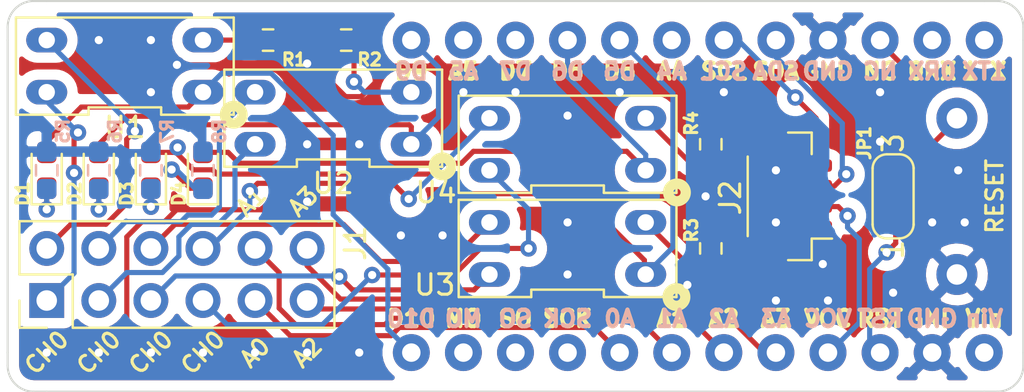
<source format=kicad_pcb>
(kicad_pcb (version 20171130) (host pcbnew "(5.1.8-0-10_14)")

  (general
    (thickness 1.6)
    (drawings 30)
    (tracks 280)
    (zones 0)
    (modules 21)
    (nets 41)
  )

  (page A4)
  (layers
    (0 F.Cu signal)
    (31 B.Cu signal)
    (32 B.Adhes user hide)
    (33 F.Adhes user hide)
    (34 B.Paste user hide)
    (35 F.Paste user hide)
    (36 B.SilkS user)
    (37 F.SilkS user)
    (38 B.Mask user)
    (39 F.Mask user)
    (40 Dwgs.User user)
    (41 Cmts.User user)
    (42 Eco1.User user)
    (43 Eco2.User user)
    (44 Edge.Cuts user)
    (45 Margin user)
    (46 B.CrtYd user)
    (47 F.CrtYd user)
    (48 B.Fab user)
    (49 F.Fab user hide)
  )

  (setup
    (last_trace_width 0.25)
    (user_trace_width 0.508)
    (trace_clearance 0.2)
    (zone_clearance 0.508)
    (zone_45_only yes)
    (trace_min 0.2)
    (via_size 0.8)
    (via_drill 0.4)
    (via_min_size 0.4)
    (via_min_drill 0.3)
    (uvia_size 0.3)
    (uvia_drill 0.1)
    (uvias_allowed no)
    (uvia_min_size 0.2)
    (uvia_min_drill 0.1)
    (edge_width 0.1)
    (segment_width 0.2)
    (pcb_text_width 0.3)
    (pcb_text_size 1.5 1.5)
    (mod_edge_width 0.15)
    (mod_text_size 1 1)
    (mod_text_width 0.15)
    (pad_size 1.524 1.524)
    (pad_drill 0.762)
    (pad_to_mask_clearance 0)
    (aux_axis_origin 0 0)
    (grid_origin 146.05 76.2)
    (visible_elements FFFFFF7F)
    (pcbplotparams
      (layerselection 0x010fc_ffffffff)
      (usegerberextensions false)
      (usegerberattributes true)
      (usegerberadvancedattributes true)
      (creategerberjobfile true)
      (excludeedgelayer true)
      (linewidth 0.100000)
      (plotframeref false)
      (viasonmask false)
      (mode 1)
      (useauxorigin false)
      (hpglpennumber 1)
      (hpglpenspeed 20)
      (hpglpendiameter 15.000000)
      (psnegative false)
      (psa4output false)
      (plotreference true)
      (plotvalue true)
      (plotinvisibletext false)
      (padsonsilk false)
      (subtractmaskfromsilk false)
      (outputformat 1)
      (mirror false)
      (drillshape 0)
      (scaleselection 1)
      (outputdirectory "power-ctrl-1.0/"))
  )

  (net 0 "")
  (net 1 "Net-(D1-Pad1)")
  (net 2 CH0)
  (net 3 CH1)
  (net 4 "Net-(D2-Pad1)")
  (net 5 "Net-(D3-Pad1)")
  (net 6 CH2)
  (net 7 CH3)
  (net 8 "Net-(D4-Pad1)")
  (net 9 "Net-(J1-Pad1)")
  (net 10 "Net-(J1-Pad2)")
  (net 11 "Net-(J1-Pad3)")
  (net 12 "Net-(J1-Pad4)")
  (net 13 "Net-(J1-Pad5)")
  (net 14 "Net-(J1-Pad6)")
  (net 15 "Net-(J1-Pad7)")
  (net 16 "Net-(J1-Pad8)")
  (net 17 A0)
  (net 18 A1)
  (net 19 A2)
  (net 20 A3)
  (net 21 GND)
  (net 22 VCC)
  (net 23 SDA)
  (net 24 SCL)
  (net 25 "Net-(J3-Pad1)")
  (net 26 "Net-(J3-Pad2)")
  (net 27 RST1)
  (net 28 "Net-(J3-Pad11)")
  (net 29 "Net-(J3-Pad14)")
  (net 30 "Net-(J3-Pad15)")
  (net 31 "Net-(J3-Pad16)")
  (net 32 RST0)
  (net 33 "Net-(J3-Pad24)")
  (net 34 RST)
  (net 35 "Net-(R1-Pad1)")
  (net 36 "Net-(R2-Pad1)")
  (net 37 "Net-(R3-Pad1)")
  (net 38 "Net-(R4-Pad1)")
  (net 39 "Net-(J3-Pad10)")
  (net 40 "Net-(J3-Pad7)")

  (net_class Default "This is the default net class."
    (clearance 0.2)
    (trace_width 0.25)
    (via_dia 0.8)
    (via_drill 0.4)
    (uvia_dia 0.3)
    (uvia_drill 0.1)
    (add_net A0)
    (add_net A1)
    (add_net A2)
    (add_net A3)
    (add_net CH0)
    (add_net CH1)
    (add_net CH2)
    (add_net CH3)
    (add_net GND)
    (add_net "Net-(D1-Pad1)")
    (add_net "Net-(D2-Pad1)")
    (add_net "Net-(D3-Pad1)")
    (add_net "Net-(D4-Pad1)")
    (add_net "Net-(J1-Pad1)")
    (add_net "Net-(J1-Pad2)")
    (add_net "Net-(J1-Pad3)")
    (add_net "Net-(J1-Pad4)")
    (add_net "Net-(J1-Pad5)")
    (add_net "Net-(J1-Pad6)")
    (add_net "Net-(J1-Pad7)")
    (add_net "Net-(J1-Pad8)")
    (add_net "Net-(J3-Pad1)")
    (add_net "Net-(J3-Pad10)")
    (add_net "Net-(J3-Pad11)")
    (add_net "Net-(J3-Pad14)")
    (add_net "Net-(J3-Pad15)")
    (add_net "Net-(J3-Pad16)")
    (add_net "Net-(J3-Pad2)")
    (add_net "Net-(J3-Pad24)")
    (add_net "Net-(J3-Pad7)")
    (add_net "Net-(R1-Pad1)")
    (add_net "Net-(R2-Pad1)")
    (add_net "Net-(R3-Pad1)")
    (add_net "Net-(R4-Pad1)")
    (add_net RST)
    (add_net RST0)
    (add_net RST1)
    (add_net SCL)
    (add_net SDA)
    (add_net VCC)
  )

  (module library:Arduino_pro_micro_0.9mm (layer F.Cu) (tedit 6132CAB2) (tstamp 61333357)
    (at 133.35 86.36 180)
    (path /6133A2E6)
    (fp_text reference J3 (at 3.175 -10.0457) (layer F.SilkS) hide
      (effects (font (size 1 1) (thickness 0.15)))
    )
    (fp_text value Arduino_pro_micro_conn (at 0 12.7) (layer F.Fab)
      (effects (font (size 1 1) (thickness 0.15)))
    )
    (fp_text user D9 (at 15.24 8.636) (layer F.SilkS)
      (effects (font (size 0.8 0.8) (thickness 0.2)))
    )
    (fp_text user A5 (at 12.7 8.636) (layer F.SilkS)
      (effects (font (size 0.8 0.8) (thickness 0.2)))
    )
    (fp_text user D7 (at 10.16 8.636) (layer F.SilkS)
      (effects (font (size 0.8 0.8) (thickness 0.2)))
    )
    (fp_text user D6 (at 7.62 8.636) (layer F.SilkS)
      (effects (font (size 0.8 0.8) (thickness 0.2)))
    )
    (fp_text user D5 (at 5.08 8.636) (layer F.SilkS)
      (effects (font (size 0.8 0.8) (thickness 0.2)))
    )
    (fp_text user A4 (at 2.54 8.636) (layer F.SilkS)
      (effects (font (size 0.8 0.8) (thickness 0.2)))
    )
    (fp_text user SCL (at 0 8.636) (layer F.SilkS)
      (effects (font (size 0.8 0.8) (thickness 0.2)))
    )
    (fp_text user SDA (at -2.54 8.636) (layer F.SilkS)
      (effects (font (size 0.8 0.8) (thickness 0.2)))
    )
    (fp_text user GND (at -5.08 8.636) (layer F.SilkS)
      (effects (font (size 0.8 0.8) (thickness 0.2)))
    )
    (fp_text user NC (at -7.62 8.636) (layer F.SilkS)
      (effects (font (size 0.8 0.8) (thickness 0.2)))
    )
    (fp_text user 0RX (at -10.16 8.636) (layer F.SilkS)
      (effects (font (size 0.8 0.8) (thickness 0.2)))
    )
    (fp_text user 1TX (at -12.7 8.636) (layer F.SilkS)
      (effects (font (size 0.8 0.8) (thickness 0.2)))
    )
    (fp_text user D10 (at 15.24 -3.429) (layer F.SilkS)
      (effects (font (size 0.8 0.8) (thickness 0.2)))
    )
    (fp_text user MO (at 12.7 -3.429) (layer F.SilkS)
      (effects (font (size 0.8 0.8) (thickness 0.2)))
    )
    (fp_text user SO (at 10.16 -3.429) (layer F.SilkS)
      (effects (font (size 0.8 0.8) (thickness 0.2)))
    )
    (fp_text user SCK (at 7.62 -3.429) (layer F.SilkS)
      (effects (font (size 0.8 0.8) (thickness 0.2)))
    )
    (fp_text user A0 (at 5.08 -3.429) (layer F.SilkS)
      (effects (font (size 0.8 0.8) (thickness 0.2)) (justify mirror))
    )
    (fp_text user A1 (at 2.54 -3.429) (layer F.SilkS)
      (effects (font (size 0.8 0.8) (thickness 0.2)))
    )
    (fp_text user A2 (at 0 -3.429) (layer F.SilkS)
      (effects (font (size 0.8 0.8) (thickness 0.2)))
    )
    (fp_text user A3 (at -2.54 -3.429) (layer F.SilkS)
      (effects (font (size 0.8 0.8) (thickness 0.2)))
    )
    (fp_text user VCC (at -5.08 -3.429) (layer F.SilkS)
      (effects (font (size 0.8 0.8) (thickness 0.2)))
    )
    (fp_text user RST (at -7.62 -3.429) (layer F.SilkS)
      (effects (font (size 0.8 0.8) (thickness 0.2)))
    )
    (fp_text user GND (at -10.16 -3.429) (layer F.SilkS)
      (effects (font (size 0.8 0.8) (thickness 0.2)))
    )
    (fp_text user Vin (at -12.7 -3.429) (layer F.SilkS)
      (effects (font (size 0.8 0.8) (thickness 0.2)))
    )
    (fp_text user Vin (at -12.7 -3.429) (layer B.SilkS)
      (effects (font (size 0.8 0.8) (thickness 0.2)) (justify mirror))
    )
    (fp_text user GND (at -10.16 -3.429) (layer B.SilkS)
      (effects (font (size 0.8 0.8) (thickness 0.2)) (justify mirror))
    )
    (fp_text user RST (at -7.62 -3.429) (layer B.SilkS)
      (effects (font (size 0.8 0.8) (thickness 0.2)) (justify mirror))
    )
    (fp_text user VCC (at -5.08 -3.429) (layer B.SilkS)
      (effects (font (size 0.8 0.8) (thickness 0.2)) (justify mirror))
    )
    (fp_text user A3 (at -2.54 -3.429) (layer B.SilkS)
      (effects (font (size 0.8 0.8) (thickness 0.2)) (justify mirror))
    )
    (fp_text user A2 (at 0 -3.429) (layer B.SilkS)
      (effects (font (size 0.8 0.8) (thickness 0.2)) (justify mirror))
    )
    (fp_text user A1 (at 2.54 -3.429) (layer B.SilkS)
      (effects (font (size 0.8 0.8) (thickness 0.2)) (justify mirror))
    )
    (fp_text user A0 (at 5.08 -3.429) (layer B.SilkS)
      (effects (font (size 0.8 0.8) (thickness 0.2)) (justify mirror))
    )
    (fp_text user SCK (at 7.62 -3.429) (layer B.SilkS)
      (effects (font (size 0.8 0.8) (thickness 0.2)) (justify mirror))
    )
    (fp_text user SO (at 10.16 -3.429) (layer B.SilkS)
      (effects (font (size 0.8 0.8) (thickness 0.2)) (justify mirror))
    )
    (fp_text user MO (at 12.7 -3.429) (layer B.SilkS)
      (effects (font (size 0.8 0.8) (thickness 0.2)) (justify mirror))
    )
    (fp_text user D10 (at 15.24 -3.429) (layer B.SilkS)
      (effects (font (size 0.8 0.8) (thickness 0.2)) (justify mirror))
    )
    (fp_text user 1TX (at -12.7 8.636) (layer B.SilkS)
      (effects (font (size 0.8 0.8) (thickness 0.2)) (justify mirror))
    )
    (fp_text user 0RX (at -10.16 8.636) (layer B.SilkS)
      (effects (font (size 0.8 0.8) (thickness 0.2)) (justify mirror))
    )
    (fp_text user NC (at -7.62 8.636) (layer B.SilkS)
      (effects (font (size 0.8 0.8) (thickness 0.2)) (justify mirror))
    )
    (fp_text user GND (at -5.08 8.636) (layer B.SilkS)
      (effects (font (size 0.8 0.8) (thickness 0.2)) (justify mirror))
    )
    (fp_text user SDA (at -2.54 8.636) (layer B.SilkS)
      (effects (font (size 0.8 0.8) (thickness 0.2)) (justify mirror))
    )
    (fp_text user SCL (at 0 8.636) (layer B.SilkS)
      (effects (font (size 0.8 0.8) (thickness 0.2)) (justify mirror))
    )
    (fp_text user A4 (at 2.54 8.636) (layer B.SilkS)
      (effects (font (size 0.8 0.8) (thickness 0.2)) (justify mirror))
    )
    (fp_text user D5 (at 5.08 8.636) (layer B.SilkS)
      (effects (font (size 0.8 0.8) (thickness 0.2)) (justify mirror))
    )
    (fp_text user D6 (at 7.62 8.636) (layer B.SilkS)
      (effects (font (size 0.8 0.8) (thickness 0.2)) (justify mirror))
    )
    (fp_text user D7 (at 10.16 8.636) (layer B.SilkS)
      (effects (font (size 0.8 0.8) (thickness 0.2)) (justify mirror))
    )
    (fp_text user A5 (at 12.7 8.636) (layer B.SilkS)
      (effects (font (size 0.8 0.8) (thickness 0.2)) (justify mirror))
    )
    (fp_text user D9 (at 15.24 8.636) (layer B.SilkS)
      (effects (font (size 0.8 0.8) (thickness 0.2)) (justify mirror))
    )
    (pad 24 thru_hole circle (at -12.7 -5.08 180) (size 1.8 1.8) (drill 0.9) (layers *.Cu *.Mask)
      (net 33 "Net-(J3-Pad24)"))
    (pad 23 thru_hole circle (at -10.16 -5.08 180) (size 1.8 1.8) (drill 0.9) (layers *.Cu *.Mask)
      (net 21 GND))
    (pad 22 thru_hole circle (at -7.62 -5.08 180) (size 1.8 1.8) (drill 0.9) (layers *.Cu *.Mask)
      (net 32 RST0))
    (pad 21 thru_hole circle (at -5.08 -5.08 180) (size 1.8 1.8) (drill 0.9) (layers *.Cu *.Mask)
      (net 22 VCC))
    (pad 20 thru_hole circle (at -2.54 -5.08 180) (size 1.8 1.8) (drill 0.9) (layers *.Cu *.Mask)
      (net 20 A3))
    (pad 19 thru_hole circle (at 0 -5.08 180) (size 1.8 1.8) (drill 0.9) (layers *.Cu *.Mask)
      (net 19 A2))
    (pad 18 thru_hole circle (at 2.54 -5.08 180) (size 1.8 1.8) (drill 0.9) (layers *.Cu *.Mask)
      (net 18 A1))
    (pad 17 thru_hole circle (at 5.08 -5.08 180) (size 1.8 1.8) (drill 0.9) (layers *.Cu *.Mask)
      (net 17 A0))
    (pad 16 thru_hole circle (at 7.62 -5.08 180) (size 1.8 1.8) (drill 0.9) (layers *.Cu *.Mask)
      (net 31 "Net-(J3-Pad16)"))
    (pad 15 thru_hole circle (at 10.16 -5.08 180) (size 1.8 1.8) (drill 0.9) (layers *.Cu *.Mask)
      (net 30 "Net-(J3-Pad15)"))
    (pad 14 thru_hole circle (at 12.7 -5.08 180) (size 1.8 1.8) (drill 0.9) (layers *.Cu *.Mask)
      (net 29 "Net-(J3-Pad14)"))
    (pad 13 thru_hole circle (at 15.24 -5.08 180) (size 1.8 1.8) (drill 0.9) (layers *.Cu *.Mask)
      (net 2 CH0))
    (pad 12 thru_hole circle (at 15.24 10.16 180) (size 1.8 1.8) (drill 0.9) (layers *.Cu *.Mask)
      (net 3 CH1))
    (pad 11 thru_hole circle (at 12.7 10.16 180) (size 1.8 1.8) (drill 0.9) (layers *.Cu *.Mask)
      (net 28 "Net-(J3-Pad11)"))
    (pad 10 thru_hole circle (at 10.16 10.16 180) (size 1.8 1.8) (drill 0.9) (layers *.Cu *.Mask)
      (net 39 "Net-(J3-Pad10)"))
    (pad 9 thru_hole circle (at 7.62 10.16 180) (size 1.8 1.8) (drill 0.9) (layers *.Cu *.Mask)
      (net 7 CH3))
    (pad 8 thru_hole circle (at 5.08 10.16 180) (size 1.8 1.8) (drill 0.9) (layers *.Cu *.Mask)
      (net 6 CH2))
    (pad 7 thru_hole circle (at 2.54 10.16 180) (size 1.8 1.8) (drill 0.9) (layers *.Cu *.Mask)
      (net 40 "Net-(J3-Pad7)"))
    (pad 6 thru_hole circle (at 0 10.16 180) (size 1.8 1.8) (drill 0.9) (layers *.Cu *.Mask)
      (net 24 SCL))
    (pad 5 thru_hole circle (at -2.54 10.16 180) (size 1.8 1.8) (drill 0.9) (layers *.Cu *.Mask)
      (net 23 SDA))
    (pad 4 thru_hole circle (at -5.08 10.16 180) (size 1.8 1.8) (drill 0.9) (layers *.Cu *.Mask)
      (net 21 GND))
    (pad 3 thru_hole circle (at -7.62 10.16 180) (size 1.8 1.8) (drill 0.9) (layers *.Cu *.Mask)
      (net 27 RST1))
    (pad 2 thru_hole circle (at -10.16 10.16 180) (size 1.8 1.8) (drill 0.9) (layers *.Cu *.Mask)
      (net 26 "Net-(J3-Pad2)"))
    (pad 1 thru_hole circle (at -12.7 10.16 180) (size 1.8 1.8) (drill 0.9) (layers *.Cu *.Mask)
      (net 25 "Net-(J3-Pad1)"))
  )

  (module LED_SMD:LED_0603_1608Metric_Pad1.05x0.95mm_HandSolder (layer F.Cu) (tedit 5F68FEF1) (tstamp 613332AD)
    (at 100.33 82.55 90)
    (descr "LED SMD 0603 (1608 Metric), square (rectangular) end terminal, IPC_7351 nominal, (Body size source: http://www.tortai-tech.com/upload/download/2011102023233369053.pdf), generated with kicad-footprint-generator")
    (tags "LED handsolder")
    (path /6139A9EE)
    (attr smd)
    (fp_text reference D1 (at -1.143 -1.176 90) (layer F.SilkS)
      (effects (font (size 0.6 0.6) (thickness 0.15)))
    )
    (fp_text value LED (at 0 1.43 90) (layer F.Fab)
      (effects (font (size 1 1) (thickness 0.15)))
    )
    (fp_line (start 1.65 0.73) (end -1.65 0.73) (layer F.CrtYd) (width 0.05))
    (fp_line (start 1.65 -0.73) (end 1.65 0.73) (layer F.CrtYd) (width 0.05))
    (fp_line (start -1.65 -0.73) (end 1.65 -0.73) (layer F.CrtYd) (width 0.05))
    (fp_line (start -1.65 0.73) (end -1.65 -0.73) (layer F.CrtYd) (width 0.05))
    (fp_line (start -1.66 0.735) (end 0.8 0.735) (layer F.SilkS) (width 0.12))
    (fp_line (start -1.66 -0.735) (end -1.66 0.735) (layer F.SilkS) (width 0.12))
    (fp_line (start 0.8 -0.735) (end -1.66 -0.735) (layer F.SilkS) (width 0.12))
    (fp_line (start 0.8 0.4) (end 0.8 -0.4) (layer F.Fab) (width 0.1))
    (fp_line (start -0.8 0.4) (end 0.8 0.4) (layer F.Fab) (width 0.1))
    (fp_line (start -0.8 -0.1) (end -0.8 0.4) (layer F.Fab) (width 0.1))
    (fp_line (start -0.5 -0.4) (end -0.8 -0.1) (layer F.Fab) (width 0.1))
    (fp_line (start 0.8 -0.4) (end -0.5 -0.4) (layer F.Fab) (width 0.1))
    (fp_text user %R (at 0 0 90) (layer F.Fab)
      (effects (font (size 0.4 0.4) (thickness 0.06)))
    )
    (pad 1 smd roundrect (at -0.875 0 90) (size 1.05 0.95) (layers F.Cu F.Paste F.Mask) (roundrect_rratio 0.25)
      (net 1 "Net-(D1-Pad1)"))
    (pad 2 smd roundrect (at 0.875 0 90) (size 1.05 0.95) (layers F.Cu F.Paste F.Mask) (roundrect_rratio 0.25)
      (net 2 CH0))
    (model ${KISYS3DMOD}/LED_SMD.3dshapes/LED_0603_1608Metric.wrl
      (at (xyz 0 0 0))
      (scale (xyz 1 1 1))
      (rotate (xyz 0 0 0))
    )
  )

  (module LED_SMD:LED_0603_1608Metric_Pad1.05x0.95mm_HandSolder (layer F.Cu) (tedit 5F68FEF1) (tstamp 613332C0)
    (at 102.87 82.55 90)
    (descr "LED SMD 0603 (1608 Metric), square (rectangular) end terminal, IPC_7351 nominal, (Body size source: http://www.tortai-tech.com/upload/download/2011102023233369053.pdf), generated with kicad-footprint-generator")
    (tags "LED handsolder")
    (path /6139BBA5)
    (attr smd)
    (fp_text reference D2 (at -1.143 -1.176 90) (layer F.SilkS)
      (effects (font (size 0.6 0.6) (thickness 0.15)))
    )
    (fp_text value LED (at 0 1.43 90) (layer F.Fab)
      (effects (font (size 1 1) (thickness 0.15)))
    )
    (fp_text user %R (at 0 0 90) (layer F.Fab)
      (effects (font (size 0.4 0.4) (thickness 0.06)))
    )
    (fp_line (start 0.8 -0.4) (end -0.5 -0.4) (layer F.Fab) (width 0.1))
    (fp_line (start -0.5 -0.4) (end -0.8 -0.1) (layer F.Fab) (width 0.1))
    (fp_line (start -0.8 -0.1) (end -0.8 0.4) (layer F.Fab) (width 0.1))
    (fp_line (start -0.8 0.4) (end 0.8 0.4) (layer F.Fab) (width 0.1))
    (fp_line (start 0.8 0.4) (end 0.8 -0.4) (layer F.Fab) (width 0.1))
    (fp_line (start 0.8 -0.735) (end -1.66 -0.735) (layer F.SilkS) (width 0.12))
    (fp_line (start -1.66 -0.735) (end -1.66 0.735) (layer F.SilkS) (width 0.12))
    (fp_line (start -1.66 0.735) (end 0.8 0.735) (layer F.SilkS) (width 0.12))
    (fp_line (start -1.65 0.73) (end -1.65 -0.73) (layer F.CrtYd) (width 0.05))
    (fp_line (start -1.65 -0.73) (end 1.65 -0.73) (layer F.CrtYd) (width 0.05))
    (fp_line (start 1.65 -0.73) (end 1.65 0.73) (layer F.CrtYd) (width 0.05))
    (fp_line (start 1.65 0.73) (end -1.65 0.73) (layer F.CrtYd) (width 0.05))
    (pad 2 smd roundrect (at 0.875 0 90) (size 1.05 0.95) (layers F.Cu F.Paste F.Mask) (roundrect_rratio 0.25)
      (net 3 CH1))
    (pad 1 smd roundrect (at -0.875 0 90) (size 1.05 0.95) (layers F.Cu F.Paste F.Mask) (roundrect_rratio 0.25)
      (net 4 "Net-(D2-Pad1)"))
    (model ${KISYS3DMOD}/LED_SMD.3dshapes/LED_0603_1608Metric.wrl
      (at (xyz 0 0 0))
      (scale (xyz 1 1 1))
      (rotate (xyz 0 0 0))
    )
  )

  (module LED_SMD:LED_0603_1608Metric_Pad1.05x0.95mm_HandSolder (layer F.Cu) (tedit 5F68FEF1) (tstamp 613332D3)
    (at 105.41 82.55 90)
    (descr "LED SMD 0603 (1608 Metric), square (rectangular) end terminal, IPC_7351 nominal, (Body size source: http://www.tortai-tech.com/upload/download/2011102023233369053.pdf), generated with kicad-footprint-generator")
    (tags "LED handsolder")
    (path /6139CA2B)
    (attr smd)
    (fp_text reference D3 (at -1.143 -1.176 90) (layer F.SilkS)
      (effects (font (size 0.6 0.6) (thickness 0.15)))
    )
    (fp_text value LED (at 0 1.43 90) (layer F.Fab)
      (effects (font (size 1 1) (thickness 0.15)))
    )
    (fp_line (start 1.65 0.73) (end -1.65 0.73) (layer F.CrtYd) (width 0.05))
    (fp_line (start 1.65 -0.73) (end 1.65 0.73) (layer F.CrtYd) (width 0.05))
    (fp_line (start -1.65 -0.73) (end 1.65 -0.73) (layer F.CrtYd) (width 0.05))
    (fp_line (start -1.65 0.73) (end -1.65 -0.73) (layer F.CrtYd) (width 0.05))
    (fp_line (start -1.66 0.735) (end 0.8 0.735) (layer F.SilkS) (width 0.12))
    (fp_line (start -1.66 -0.735) (end -1.66 0.735) (layer F.SilkS) (width 0.12))
    (fp_line (start 0.8 -0.735) (end -1.66 -0.735) (layer F.SilkS) (width 0.12))
    (fp_line (start 0.8 0.4) (end 0.8 -0.4) (layer F.Fab) (width 0.1))
    (fp_line (start -0.8 0.4) (end 0.8 0.4) (layer F.Fab) (width 0.1))
    (fp_line (start -0.8 -0.1) (end -0.8 0.4) (layer F.Fab) (width 0.1))
    (fp_line (start -0.5 -0.4) (end -0.8 -0.1) (layer F.Fab) (width 0.1))
    (fp_line (start 0.8 -0.4) (end -0.5 -0.4) (layer F.Fab) (width 0.1))
    (fp_text user %R (at 0 0 90) (layer F.Fab)
      (effects (font (size 0.4 0.4) (thickness 0.06)))
    )
    (pad 1 smd roundrect (at -0.875 0 90) (size 1.05 0.95) (layers F.Cu F.Paste F.Mask) (roundrect_rratio 0.25)
      (net 5 "Net-(D3-Pad1)"))
    (pad 2 smd roundrect (at 0.875 0 90) (size 1.05 0.95) (layers F.Cu F.Paste F.Mask) (roundrect_rratio 0.25)
      (net 6 CH2))
    (model ${KISYS3DMOD}/LED_SMD.3dshapes/LED_0603_1608Metric.wrl
      (at (xyz 0 0 0))
      (scale (xyz 1 1 1))
      (rotate (xyz 0 0 0))
    )
  )

  (module LED_SMD:LED_0603_1608Metric_Pad1.05x0.95mm_HandSolder (layer F.Cu) (tedit 5F68FEF1) (tstamp 613332E6)
    (at 107.95 82.55 90)
    (descr "LED SMD 0603 (1608 Metric), square (rectangular) end terminal, IPC_7351 nominal, (Body size source: http://www.tortai-tech.com/upload/download/2011102023233369053.pdf), generated with kicad-footprint-generator")
    (tags "LED handsolder")
    (path /6139CFF3)
    (attr smd)
    (fp_text reference D4 (at -1.143 -1.176 90) (layer F.SilkS)
      (effects (font (size 0.6 0.6) (thickness 0.15)))
    )
    (fp_text value LED (at 0 1.43 90) (layer F.Fab)
      (effects (font (size 1 1) (thickness 0.15)))
    )
    (fp_text user %R (at 0 0 90) (layer F.Fab)
      (effects (font (size 0.4 0.4) (thickness 0.06)))
    )
    (fp_line (start 0.8 -0.4) (end -0.5 -0.4) (layer F.Fab) (width 0.1))
    (fp_line (start -0.5 -0.4) (end -0.8 -0.1) (layer F.Fab) (width 0.1))
    (fp_line (start -0.8 -0.1) (end -0.8 0.4) (layer F.Fab) (width 0.1))
    (fp_line (start -0.8 0.4) (end 0.8 0.4) (layer F.Fab) (width 0.1))
    (fp_line (start 0.8 0.4) (end 0.8 -0.4) (layer F.Fab) (width 0.1))
    (fp_line (start 0.8 -0.735) (end -1.66 -0.735) (layer F.SilkS) (width 0.12))
    (fp_line (start -1.66 -0.735) (end -1.66 0.735) (layer F.SilkS) (width 0.12))
    (fp_line (start -1.66 0.735) (end 0.8 0.735) (layer F.SilkS) (width 0.12))
    (fp_line (start -1.65 0.73) (end -1.65 -0.73) (layer F.CrtYd) (width 0.05))
    (fp_line (start -1.65 -0.73) (end 1.65 -0.73) (layer F.CrtYd) (width 0.05))
    (fp_line (start 1.65 -0.73) (end 1.65 0.73) (layer F.CrtYd) (width 0.05))
    (fp_line (start 1.65 0.73) (end -1.65 0.73) (layer F.CrtYd) (width 0.05))
    (pad 2 smd roundrect (at 0.875 0 90) (size 1.05 0.95) (layers F.Cu F.Paste F.Mask) (roundrect_rratio 0.25)
      (net 7 CH3))
    (pad 1 smd roundrect (at -0.875 0 90) (size 1.05 0.95) (layers F.Cu F.Paste F.Mask) (roundrect_rratio 0.25)
      (net 8 "Net-(D4-Pad1)"))
    (model ${KISYS3DMOD}/LED_SMD.3dshapes/LED_0603_1608Metric.wrl
      (at (xyz 0 0 0))
      (scale (xyz 1 1 1))
      (rotate (xyz 0 0 0))
    )
  )

  (module Connector_PinHeader_2.54mm:PinHeader_2x06_P2.54mm_Vertical (layer F.Cu) (tedit 59FED5CC) (tstamp 61333308)
    (at 100.33 88.9 90)
    (descr "Through hole straight pin header, 2x06, 2.54mm pitch, double rows")
    (tags "Through hole pin header THT 2x06 2.54mm double row")
    (path /61332D9C)
    (fp_text reference J1 (at 2.794 15.0495 90) (layer F.SilkS)
      (effects (font (size 1 1) (thickness 0.15)))
    )
    (fp_text value Conn_02x06_Odd_Even (at 1.27 15.03 90) (layer F.Fab)
      (effects (font (size 1 1) (thickness 0.15)))
    )
    (fp_line (start 4.35 -1.8) (end -1.8 -1.8) (layer F.CrtYd) (width 0.05))
    (fp_line (start 4.35 14.5) (end 4.35 -1.8) (layer F.CrtYd) (width 0.05))
    (fp_line (start -1.8 14.5) (end 4.35 14.5) (layer F.CrtYd) (width 0.05))
    (fp_line (start -1.8 -1.8) (end -1.8 14.5) (layer F.CrtYd) (width 0.05))
    (fp_line (start -1.33 -1.33) (end 0 -1.33) (layer F.SilkS) (width 0.12))
    (fp_line (start -1.33 0) (end -1.33 -1.33) (layer F.SilkS) (width 0.12))
    (fp_line (start 1.27 -1.33) (end 3.87 -1.33) (layer F.SilkS) (width 0.12))
    (fp_line (start 1.27 1.27) (end 1.27 -1.33) (layer F.SilkS) (width 0.12))
    (fp_line (start -1.33 1.27) (end 1.27 1.27) (layer F.SilkS) (width 0.12))
    (fp_line (start 3.87 -1.33) (end 3.87 14.03) (layer F.SilkS) (width 0.12))
    (fp_line (start -1.33 1.27) (end -1.33 14.03) (layer F.SilkS) (width 0.12))
    (fp_line (start -1.33 14.03) (end 3.87 14.03) (layer F.SilkS) (width 0.12))
    (fp_line (start -1.27 0) (end 0 -1.27) (layer F.Fab) (width 0.1))
    (fp_line (start -1.27 13.97) (end -1.27 0) (layer F.Fab) (width 0.1))
    (fp_line (start 3.81 13.97) (end -1.27 13.97) (layer F.Fab) (width 0.1))
    (fp_line (start 3.81 -1.27) (end 3.81 13.97) (layer F.Fab) (width 0.1))
    (fp_line (start 0 -1.27) (end 3.81 -1.27) (layer F.Fab) (width 0.1))
    (fp_text user %R (at 1.27 6.35) (layer F.Fab)
      (effects (font (size 1 1) (thickness 0.15)))
    )
    (pad 1 thru_hole rect (at 0 0 90) (size 1.7 1.7) (drill 1) (layers *.Cu *.Mask)
      (net 9 "Net-(J1-Pad1)"))
    (pad 2 thru_hole oval (at 2.54 0 90) (size 1.7 1.7) (drill 1) (layers *.Cu *.Mask)
      (net 10 "Net-(J1-Pad2)"))
    (pad 3 thru_hole oval (at 0 2.54 90) (size 1.7 1.7) (drill 1) (layers *.Cu *.Mask)
      (net 11 "Net-(J1-Pad3)"))
    (pad 4 thru_hole oval (at 2.54 2.54 90) (size 1.7 1.7) (drill 1) (layers *.Cu *.Mask)
      (net 12 "Net-(J1-Pad4)"))
    (pad 5 thru_hole oval (at 0 5.08 90) (size 1.7 1.7) (drill 1) (layers *.Cu *.Mask)
      (net 13 "Net-(J1-Pad5)"))
    (pad 6 thru_hole oval (at 2.54 5.08 90) (size 1.7 1.7) (drill 1) (layers *.Cu *.Mask)
      (net 14 "Net-(J1-Pad6)"))
    (pad 7 thru_hole oval (at 0 7.62 90) (size 1.7 1.7) (drill 1) (layers *.Cu *.Mask)
      (net 15 "Net-(J1-Pad7)"))
    (pad 8 thru_hole oval (at 2.54 7.62 90) (size 1.7 1.7) (drill 1) (layers *.Cu *.Mask)
      (net 16 "Net-(J1-Pad8)"))
    (pad 9 thru_hole oval (at 0 10.16 90) (size 1.7 1.7) (drill 1) (layers *.Cu *.Mask)
      (net 17 A0))
    (pad 10 thru_hole oval (at 2.54 10.16 90) (size 1.7 1.7) (drill 1) (layers *.Cu *.Mask)
      (net 18 A1))
    (pad 11 thru_hole oval (at 0 12.7 90) (size 1.7 1.7) (drill 1) (layers *.Cu *.Mask)
      (net 19 A2))
    (pad 12 thru_hole oval (at 2.54 12.7 90) (size 1.7 1.7) (drill 1) (layers *.Cu *.Mask)
      (net 20 A3))
    (model ${KISYS3DMOD}/Connector_PinHeader_2.54mm.3dshapes/PinHeader_2x06_P2.54mm_Vertical.wrl
      (at (xyz 0 0 0))
      (scale (xyz 1 1 1))
      (rotate (xyz 0 0 0))
    )
  )

  (module Jumper:SolderJumper-3_P1.3mm_Bridged2Bar12_RoundedPad1.0x1.5mm_NumberLabels (layer F.Cu) (tedit 5C7452E6) (tstamp 6133336E)
    (at 141.605 83.82 90)
    (descr "SMD Solder 3-pad Jumper, 1x1.5mm rounded Pads, 0.3mm gap, pads 1-2 Bridged2Bar with 2 copper strip, labeled with numbers")
    (tags "solder jumper open")
    (path /613686B8)
    (attr virtual)
    (fp_text reference JP1 (at 2.6035 -1.397 90) (layer F.SilkS)
      (effects (font (size 0.6 0.6) (thickness 0.15)))
    )
    (fp_text value Jumper_NC_Dual (at 0 1.9 90) (layer F.Fab)
      (effects (font (size 1 1) (thickness 0.15)))
    )
    (fp_poly (pts (xy -0.9 0.2) (xy -0.4 0.2) (xy -0.4 0.6) (xy -0.9 0.6)) (layer F.Cu) (width 0))
    (fp_poly (pts (xy -0.9 -0.6) (xy -0.4 -0.6) (xy -0.4 -0.2) (xy -0.9 -0.2)) (layer F.Cu) (width 0))
    (fp_line (start 2.3 1.25) (end -2.3 1.25) (layer F.CrtYd) (width 0.05))
    (fp_line (start 2.3 1.25) (end 2.3 -1.25) (layer F.CrtYd) (width 0.05))
    (fp_line (start -2.3 -1.25) (end -2.3 1.25) (layer F.CrtYd) (width 0.05))
    (fp_line (start -2.3 -1.25) (end 2.3 -1.25) (layer F.CrtYd) (width 0.05))
    (fp_line (start -1.4 -1) (end 1.4 -1) (layer F.SilkS) (width 0.12))
    (fp_line (start 2.05 -0.3) (end 2.05 0.3) (layer F.SilkS) (width 0.12))
    (fp_line (start 1.4 1) (end -1.4 1) (layer F.SilkS) (width 0.12))
    (fp_line (start -2.05 0.3) (end -2.05 -0.3) (layer F.SilkS) (width 0.12))
    (fp_text user 3 (at 2.6 0 90) (layer F.SilkS)
      (effects (font (size 1 1) (thickness 0.15)))
    )
    (fp_text user 1 (at -2.6 0 90) (layer F.SilkS)
      (effects (font (size 1 1) (thickness 0.15)))
    )
    (fp_arc (start 1.35 -0.3) (end 2.05 -0.3) (angle -90) (layer F.SilkS) (width 0.12))
    (fp_arc (start 1.35 0.3) (end 1.35 1) (angle -90) (layer F.SilkS) (width 0.12))
    (fp_arc (start -1.35 0.3) (end -2.05 0.3) (angle -90) (layer F.SilkS) (width 0.12))
    (fp_arc (start -1.35 -0.3) (end -1.35 -1) (angle -90) (layer F.SilkS) (width 0.12))
    (pad 3 smd custom (at 1.3 0 90) (size 1 0.5) (layers F.Cu F.Mask)
      (net 27 RST1) (zone_connect 2)
      (options (clearance outline) (anchor rect))
      (primitives
        (gr_circle (center 0 0.25) (end 0.5 0.25) (width 0))
        (gr_circle (center 0 -0.25) (end 0.5 -0.25) (width 0))
        (gr_poly (pts
           (xy -0.55 -0.75) (xy 0 -0.75) (xy 0 0.75) (xy -0.55 0.75)) (width 0))
      ))
    (pad 2 smd rect (at 0 0 90) (size 1 1.5) (layers F.Cu F.Mask)
      (net 34 RST))
    (pad 1 smd custom (at -1.3 0 90) (size 1 0.5) (layers F.Cu F.Mask)
      (net 32 RST0) (zone_connect 2)
      (options (clearance outline) (anchor rect))
      (primitives
        (gr_circle (center 0 0.25) (end 0.5 0.25) (width 0))
        (gr_circle (center 0 -0.25) (end 0.5 -0.25) (width 0))
        (gr_poly (pts
           (xy 0.55 -0.75) (xy 0 -0.75) (xy 0 0.75) (xy 0.55 0.75)) (width 0))
      ))
  )

  (module Resistor_SMD:R_0603_1608Metric_Pad0.98x0.95mm_HandSolder (layer F.Cu) (tedit 5F68FEEE) (tstamp 6133337F)
    (at 111.125 76.2)
    (descr "Resistor SMD 0603 (1608 Metric), square (rectangular) end terminal, IPC_7351 nominal with elongated pad for handsoldering. (Body size source: IPC-SM-782 page 72, https://www.pcb-3d.com/wordpress/wp-content/uploads/ipc-sm-782a_amendment_1_and_2.pdf), generated with kicad-footprint-generator")
    (tags "resistor handsolder")
    (path /609452BD)
    (attr smd)
    (fp_text reference R1 (at 1.27 0.9525) (layer F.SilkS)
      (effects (font (size 0.6 0.6) (thickness 0.15)))
    )
    (fp_text value 1.0K (at 0 1.43) (layer F.Fab)
      (effects (font (size 1 1) (thickness 0.15)))
    )
    (fp_text user %R (at 0 0) (layer F.Fab)
      (effects (font (size 0.4 0.4) (thickness 0.06)))
    )
    (fp_line (start -0.8 0.4125) (end -0.8 -0.4125) (layer F.Fab) (width 0.1))
    (fp_line (start -0.8 -0.4125) (end 0.8 -0.4125) (layer F.Fab) (width 0.1))
    (fp_line (start 0.8 -0.4125) (end 0.8 0.4125) (layer F.Fab) (width 0.1))
    (fp_line (start 0.8 0.4125) (end -0.8 0.4125) (layer F.Fab) (width 0.1))
    (fp_line (start -0.254724 -0.5225) (end 0.254724 -0.5225) (layer F.SilkS) (width 0.12))
    (fp_line (start -0.254724 0.5225) (end 0.254724 0.5225) (layer F.SilkS) (width 0.12))
    (fp_line (start -1.65 0.73) (end -1.65 -0.73) (layer F.CrtYd) (width 0.05))
    (fp_line (start -1.65 -0.73) (end 1.65 -0.73) (layer F.CrtYd) (width 0.05))
    (fp_line (start 1.65 -0.73) (end 1.65 0.73) (layer F.CrtYd) (width 0.05))
    (fp_line (start 1.65 0.73) (end -1.65 0.73) (layer F.CrtYd) (width 0.05))
    (pad 2 smd roundrect (at 0.9125 0) (size 0.975 0.95) (layers F.Cu F.Paste F.Mask) (roundrect_rratio 0.25)
      (net 21 GND))
    (pad 1 smd roundrect (at -0.9125 0) (size 0.975 0.95) (layers F.Cu F.Paste F.Mask) (roundrect_rratio 0.25)
      (net 35 "Net-(R1-Pad1)"))
    (model ${KISYS3DMOD}/Resistor_SMD.3dshapes/R_0603_1608Metric.wrl
      (at (xyz 0 0 0))
      (scale (xyz 1 1 1))
      (rotate (xyz 0 0 0))
    )
  )

  (module Resistor_SMD:R_0603_1608Metric_Pad0.98x0.95mm_HandSolder (layer F.Cu) (tedit 5F68FEEE) (tstamp 61333390)
    (at 114.935 76.2 180)
    (descr "Resistor SMD 0603 (1608 Metric), square (rectangular) end terminal, IPC_7351 nominal with elongated pad for handsoldering. (Body size source: IPC-SM-782 page 72, https://www.pcb-3d.com/wordpress/wp-content/uploads/ipc-sm-782a_amendment_1_and_2.pdf), generated with kicad-footprint-generator")
    (tags "resistor handsolder")
    (path /60944C3E)
    (attr smd)
    (fp_text reference R2 (at -1.143 -0.9525) (layer F.SilkS)
      (effects (font (size 0.6 0.6) (thickness 0.15)))
    )
    (fp_text value 1.0K (at 0 1.43) (layer F.Fab)
      (effects (font (size 1 1) (thickness 0.15)))
    )
    (fp_line (start 1.65 0.73) (end -1.65 0.73) (layer F.CrtYd) (width 0.05))
    (fp_line (start 1.65 -0.73) (end 1.65 0.73) (layer F.CrtYd) (width 0.05))
    (fp_line (start -1.65 -0.73) (end 1.65 -0.73) (layer F.CrtYd) (width 0.05))
    (fp_line (start -1.65 0.73) (end -1.65 -0.73) (layer F.CrtYd) (width 0.05))
    (fp_line (start -0.254724 0.5225) (end 0.254724 0.5225) (layer F.SilkS) (width 0.12))
    (fp_line (start -0.254724 -0.5225) (end 0.254724 -0.5225) (layer F.SilkS) (width 0.12))
    (fp_line (start 0.8 0.4125) (end -0.8 0.4125) (layer F.Fab) (width 0.1))
    (fp_line (start 0.8 -0.4125) (end 0.8 0.4125) (layer F.Fab) (width 0.1))
    (fp_line (start -0.8 -0.4125) (end 0.8 -0.4125) (layer F.Fab) (width 0.1))
    (fp_line (start -0.8 0.4125) (end -0.8 -0.4125) (layer F.Fab) (width 0.1))
    (fp_text user %R (at 0 0) (layer F.Fab)
      (effects (font (size 0.4 0.4) (thickness 0.06)))
    )
    (pad 1 smd roundrect (at -0.9125 0 180) (size 0.975 0.95) (layers F.Cu F.Paste F.Mask) (roundrect_rratio 0.25)
      (net 36 "Net-(R2-Pad1)"))
    (pad 2 smd roundrect (at 0.9125 0 180) (size 0.975 0.95) (layers F.Cu F.Paste F.Mask) (roundrect_rratio 0.25)
      (net 21 GND))
    (model ${KISYS3DMOD}/Resistor_SMD.3dshapes/R_0603_1608Metric.wrl
      (at (xyz 0 0 0))
      (scale (xyz 1 1 1))
      (rotate (xyz 0 0 0))
    )
  )

  (module Resistor_SMD:R_0603_1608Metric_Pad0.98x0.95mm_HandSolder (layer F.Cu) (tedit 5F68FEEE) (tstamp 613333A1)
    (at 132.715 86.36 90)
    (descr "Resistor SMD 0603 (1608 Metric), square (rectangular) end terminal, IPC_7351 nominal with elongated pad for handsoldering. (Body size source: IPC-SM-782 page 72, https://www.pcb-3d.com/wordpress/wp-content/uploads/ipc-sm-782a_amendment_1_and_2.pdf), generated with kicad-footprint-generator")
    (tags "resistor handsolder")
    (path /609446BB)
    (attr smd)
    (fp_text reference R3 (at 0.889 -0.9525 90) (layer F.SilkS)
      (effects (font (size 0.6 0.6) (thickness 0.15)))
    )
    (fp_text value 1.0K (at 0 1.43 90) (layer F.Fab)
      (effects (font (size 1 1) (thickness 0.15)))
    )
    (fp_text user %R (at 0 0 90) (layer F.Fab)
      (effects (font (size 0.4 0.4) (thickness 0.06)))
    )
    (fp_line (start -0.8 0.4125) (end -0.8 -0.4125) (layer F.Fab) (width 0.1))
    (fp_line (start -0.8 -0.4125) (end 0.8 -0.4125) (layer F.Fab) (width 0.1))
    (fp_line (start 0.8 -0.4125) (end 0.8 0.4125) (layer F.Fab) (width 0.1))
    (fp_line (start 0.8 0.4125) (end -0.8 0.4125) (layer F.Fab) (width 0.1))
    (fp_line (start -0.254724 -0.5225) (end 0.254724 -0.5225) (layer F.SilkS) (width 0.12))
    (fp_line (start -0.254724 0.5225) (end 0.254724 0.5225) (layer F.SilkS) (width 0.12))
    (fp_line (start -1.65 0.73) (end -1.65 -0.73) (layer F.CrtYd) (width 0.05))
    (fp_line (start -1.65 -0.73) (end 1.65 -0.73) (layer F.CrtYd) (width 0.05))
    (fp_line (start 1.65 -0.73) (end 1.65 0.73) (layer F.CrtYd) (width 0.05))
    (fp_line (start 1.65 0.73) (end -1.65 0.73) (layer F.CrtYd) (width 0.05))
    (pad 2 smd roundrect (at 0.9125 0 90) (size 0.975 0.95) (layers F.Cu F.Paste F.Mask) (roundrect_rratio 0.25)
      (net 21 GND))
    (pad 1 smd roundrect (at -0.9125 0 90) (size 0.975 0.95) (layers F.Cu F.Paste F.Mask) (roundrect_rratio 0.25)
      (net 37 "Net-(R3-Pad1)"))
    (model ${KISYS3DMOD}/Resistor_SMD.3dshapes/R_0603_1608Metric.wrl
      (at (xyz 0 0 0))
      (scale (xyz 1 1 1))
      (rotate (xyz 0 0 0))
    )
  )

  (module Resistor_SMD:R_0603_1608Metric_Pad0.98x0.95mm_HandSolder (layer F.Cu) (tedit 5F68FEEE) (tstamp 613333B2)
    (at 132.715 81.28 90)
    (descr "Resistor SMD 0603 (1608 Metric), square (rectangular) end terminal, IPC_7351 nominal with elongated pad for handsoldering. (Body size source: IPC-SM-782 page 72, https://www.pcb-3d.com/wordpress/wp-content/uploads/ipc-sm-782a_amendment_1_and_2.pdf), generated with kicad-footprint-generator")
    (tags "resistor handsolder")
    (path /6092C5E9)
    (attr smd)
    (fp_text reference R4 (at 1.016 -0.9525 90) (layer F.SilkS)
      (effects (font (size 0.6 0.6) (thickness 0.15)))
    )
    (fp_text value 1.0K (at 0 1.43 90) (layer F.Fab)
      (effects (font (size 1 1) (thickness 0.15)))
    )
    (fp_line (start 1.65 0.73) (end -1.65 0.73) (layer F.CrtYd) (width 0.05))
    (fp_line (start 1.65 -0.73) (end 1.65 0.73) (layer F.CrtYd) (width 0.05))
    (fp_line (start -1.65 -0.73) (end 1.65 -0.73) (layer F.CrtYd) (width 0.05))
    (fp_line (start -1.65 0.73) (end -1.65 -0.73) (layer F.CrtYd) (width 0.05))
    (fp_line (start -0.254724 0.5225) (end 0.254724 0.5225) (layer F.SilkS) (width 0.12))
    (fp_line (start -0.254724 -0.5225) (end 0.254724 -0.5225) (layer F.SilkS) (width 0.12))
    (fp_line (start 0.8 0.4125) (end -0.8 0.4125) (layer F.Fab) (width 0.1))
    (fp_line (start 0.8 -0.4125) (end 0.8 0.4125) (layer F.Fab) (width 0.1))
    (fp_line (start -0.8 -0.4125) (end 0.8 -0.4125) (layer F.Fab) (width 0.1))
    (fp_line (start -0.8 0.4125) (end -0.8 -0.4125) (layer F.Fab) (width 0.1))
    (fp_text user %R (at 0 0 90) (layer F.Fab)
      (effects (font (size 0.4 0.4) (thickness 0.06)))
    )
    (pad 1 smd roundrect (at -0.9125 0 90) (size 0.975 0.95) (layers F.Cu F.Paste F.Mask) (roundrect_rratio 0.25)
      (net 38 "Net-(R4-Pad1)"))
    (pad 2 smd roundrect (at 0.9125 0 90) (size 0.975 0.95) (layers F.Cu F.Paste F.Mask) (roundrect_rratio 0.25)
      (net 21 GND))
    (model ${KISYS3DMOD}/Resistor_SMD.3dshapes/R_0603_1608Metric.wrl
      (at (xyz 0 0 0))
      (scale (xyz 1 1 1))
      (rotate (xyz 0 0 0))
    )
  )

  (module Resistor_SMD:R_0603_1608Metric_Pad0.98x0.95mm_HandSolder (layer B.Cu) (tedit 5F68FEEE) (tstamp 613333C3)
    (at 100.33 82.55 90)
    (descr "Resistor SMD 0603 (1608 Metric), square (rectangular) end terminal, IPC_7351 nominal with elongated pad for handsoldering. (Body size source: IPC-SM-782 page 72, https://www.pcb-3d.com/wordpress/wp-content/uploads/ipc-sm-782a_amendment_1_and_2.pdf), generated with kicad-footprint-generator")
    (tags "resistor handsolder")
    (path /613BF64A)
    (attr smd)
    (fp_text reference R5 (at 1.905 0.795 270) (layer B.SilkS)
      (effects (font (size 0.6 0.6) (thickness 0.15)) (justify mirror))
    )
    (fp_text value R (at 0 -1.43 270) (layer B.Fab)
      (effects (font (size 1 1) (thickness 0.15)) (justify mirror))
    )
    (fp_line (start 1.65 -0.73) (end -1.65 -0.73) (layer B.CrtYd) (width 0.05))
    (fp_line (start 1.65 0.73) (end 1.65 -0.73) (layer B.CrtYd) (width 0.05))
    (fp_line (start -1.65 0.73) (end 1.65 0.73) (layer B.CrtYd) (width 0.05))
    (fp_line (start -1.65 -0.73) (end -1.65 0.73) (layer B.CrtYd) (width 0.05))
    (fp_line (start -0.254724 -0.5225) (end 0.254724 -0.5225) (layer B.SilkS) (width 0.12))
    (fp_line (start -0.254724 0.5225) (end 0.254724 0.5225) (layer B.SilkS) (width 0.12))
    (fp_line (start 0.8 -0.4125) (end -0.8 -0.4125) (layer B.Fab) (width 0.1))
    (fp_line (start 0.8 0.4125) (end 0.8 -0.4125) (layer B.Fab) (width 0.1))
    (fp_line (start -0.8 0.4125) (end 0.8 0.4125) (layer B.Fab) (width 0.1))
    (fp_line (start -0.8 -0.4125) (end -0.8 0.4125) (layer B.Fab) (width 0.1))
    (fp_text user %R (at 0 0 270) (layer B.Fab)
      (effects (font (size 0.4 0.4) (thickness 0.06)) (justify mirror))
    )
    (pad 1 smd roundrect (at -0.9125 0 90) (size 0.975 0.95) (layers B.Cu B.Paste B.Mask) (roundrect_rratio 0.25)
      (net 1 "Net-(D1-Pad1)"))
    (pad 2 smd roundrect (at 0.9125 0 90) (size 0.975 0.95) (layers B.Cu B.Paste B.Mask) (roundrect_rratio 0.25)
      (net 21 GND))
    (model ${KISYS3DMOD}/Resistor_SMD.3dshapes/R_0603_1608Metric.wrl
      (at (xyz 0 0 0))
      (scale (xyz 1 1 1))
      (rotate (xyz 0 0 0))
    )
  )

  (module Resistor_SMD:R_0603_1608Metric_Pad0.98x0.95mm_HandSolder (layer B.Cu) (tedit 5F68FEEE) (tstamp 613333D4)
    (at 102.87 82.55 90)
    (descr "Resistor SMD 0603 (1608 Metric), square (rectangular) end terminal, IPC_7351 nominal with elongated pad for handsoldering. (Body size source: IPC-SM-782 page 72, https://www.pcb-3d.com/wordpress/wp-content/uploads/ipc-sm-782a_amendment_1_and_2.pdf), generated with kicad-footprint-generator")
    (tags "resistor handsolder")
    (path /613C8223)
    (attr smd)
    (fp_text reference R6 (at 1.905 0.795 270) (layer B.SilkS)
      (effects (font (size 0.6 0.6) (thickness 0.15)) (justify mirror))
    )
    (fp_text value R (at 0 -1.43 270) (layer B.Fab)
      (effects (font (size 1 1) (thickness 0.15)) (justify mirror))
    )
    (fp_text user %R (at 0 0 270) (layer B.Fab)
      (effects (font (size 0.4 0.4) (thickness 0.06)) (justify mirror))
    )
    (fp_line (start -0.8 -0.4125) (end -0.8 0.4125) (layer B.Fab) (width 0.1))
    (fp_line (start -0.8 0.4125) (end 0.8 0.4125) (layer B.Fab) (width 0.1))
    (fp_line (start 0.8 0.4125) (end 0.8 -0.4125) (layer B.Fab) (width 0.1))
    (fp_line (start 0.8 -0.4125) (end -0.8 -0.4125) (layer B.Fab) (width 0.1))
    (fp_line (start -0.254724 0.5225) (end 0.254724 0.5225) (layer B.SilkS) (width 0.12))
    (fp_line (start -0.254724 -0.5225) (end 0.254724 -0.5225) (layer B.SilkS) (width 0.12))
    (fp_line (start -1.65 -0.73) (end -1.65 0.73) (layer B.CrtYd) (width 0.05))
    (fp_line (start -1.65 0.73) (end 1.65 0.73) (layer B.CrtYd) (width 0.05))
    (fp_line (start 1.65 0.73) (end 1.65 -0.73) (layer B.CrtYd) (width 0.05))
    (fp_line (start 1.65 -0.73) (end -1.65 -0.73) (layer B.CrtYd) (width 0.05))
    (pad 2 smd roundrect (at 0.9125 0 90) (size 0.975 0.95) (layers B.Cu B.Paste B.Mask) (roundrect_rratio 0.25)
      (net 21 GND))
    (pad 1 smd roundrect (at -0.9125 0 90) (size 0.975 0.95) (layers B.Cu B.Paste B.Mask) (roundrect_rratio 0.25)
      (net 4 "Net-(D2-Pad1)"))
    (model ${KISYS3DMOD}/Resistor_SMD.3dshapes/R_0603_1608Metric.wrl
      (at (xyz 0 0 0))
      (scale (xyz 1 1 1))
      (rotate (xyz 0 0 0))
    )
  )

  (module Resistor_SMD:R_0603_1608Metric_Pad0.98x0.95mm_HandSolder (layer B.Cu) (tedit 5F68FEEE) (tstamp 613333E5)
    (at 105.41 82.55 90)
    (descr "Resistor SMD 0603 (1608 Metric), square (rectangular) end terminal, IPC_7351 nominal with elongated pad for handsoldering. (Body size source: IPC-SM-782 page 72, https://www.pcb-3d.com/wordpress/wp-content/uploads/ipc-sm-782a_amendment_1_and_2.pdf), generated with kicad-footprint-generator")
    (tags "resistor handsolder")
    (path /613C877C)
    (attr smd)
    (fp_text reference R7 (at 1.905 0.795 270) (layer B.SilkS)
      (effects (font (size 0.6 0.6) (thickness 0.15)) (justify mirror))
    )
    (fp_text value R (at 0 -1.43 270) (layer B.Fab)
      (effects (font (size 1 1) (thickness 0.15)) (justify mirror))
    )
    (fp_line (start 1.65 -0.73) (end -1.65 -0.73) (layer B.CrtYd) (width 0.05))
    (fp_line (start 1.65 0.73) (end 1.65 -0.73) (layer B.CrtYd) (width 0.05))
    (fp_line (start -1.65 0.73) (end 1.65 0.73) (layer B.CrtYd) (width 0.05))
    (fp_line (start -1.65 -0.73) (end -1.65 0.73) (layer B.CrtYd) (width 0.05))
    (fp_line (start -0.254724 -0.5225) (end 0.254724 -0.5225) (layer B.SilkS) (width 0.12))
    (fp_line (start -0.254724 0.5225) (end 0.254724 0.5225) (layer B.SilkS) (width 0.12))
    (fp_line (start 0.8 -0.4125) (end -0.8 -0.4125) (layer B.Fab) (width 0.1))
    (fp_line (start 0.8 0.4125) (end 0.8 -0.4125) (layer B.Fab) (width 0.1))
    (fp_line (start -0.8 0.4125) (end 0.8 0.4125) (layer B.Fab) (width 0.1))
    (fp_line (start -0.8 -0.4125) (end -0.8 0.4125) (layer B.Fab) (width 0.1))
    (fp_text user %R (at 0 0 270) (layer B.Fab)
      (effects (font (size 0.4 0.4) (thickness 0.06)) (justify mirror))
    )
    (pad 1 smd roundrect (at -0.9125 0 90) (size 0.975 0.95) (layers B.Cu B.Paste B.Mask) (roundrect_rratio 0.25)
      (net 5 "Net-(D3-Pad1)"))
    (pad 2 smd roundrect (at 0.9125 0 90) (size 0.975 0.95) (layers B.Cu B.Paste B.Mask) (roundrect_rratio 0.25)
      (net 21 GND))
    (model ${KISYS3DMOD}/Resistor_SMD.3dshapes/R_0603_1608Metric.wrl
      (at (xyz 0 0 0))
      (scale (xyz 1 1 1))
      (rotate (xyz 0 0 0))
    )
  )

  (module Resistor_SMD:R_0603_1608Metric_Pad0.98x0.95mm_HandSolder (layer B.Cu) (tedit 5F68FEEE) (tstamp 613333F6)
    (at 107.95 82.55 90)
    (descr "Resistor SMD 0603 (1608 Metric), square (rectangular) end terminal, IPC_7351 nominal with elongated pad for handsoldering. (Body size source: IPC-SM-782 page 72, https://www.pcb-3d.com/wordpress/wp-content/uploads/ipc-sm-782a_amendment_1_and_2.pdf), generated with kicad-footprint-generator")
    (tags "resistor handsolder")
    (path /613C8CD5)
    (attr smd)
    (fp_text reference R8 (at 1.905 0.795 270) (layer B.SilkS)
      (effects (font (size 0.6 0.6) (thickness 0.15)) (justify mirror))
    )
    (fp_text value R (at 0 -1.43 270) (layer B.Fab)
      (effects (font (size 1 1) (thickness 0.15)) (justify mirror))
    )
    (fp_text user %R (at 0 0 270) (layer B.Fab)
      (effects (font (size 0.4 0.4) (thickness 0.06)) (justify mirror))
    )
    (fp_line (start -0.8 -0.4125) (end -0.8 0.4125) (layer B.Fab) (width 0.1))
    (fp_line (start -0.8 0.4125) (end 0.8 0.4125) (layer B.Fab) (width 0.1))
    (fp_line (start 0.8 0.4125) (end 0.8 -0.4125) (layer B.Fab) (width 0.1))
    (fp_line (start 0.8 -0.4125) (end -0.8 -0.4125) (layer B.Fab) (width 0.1))
    (fp_line (start -0.254724 0.5225) (end 0.254724 0.5225) (layer B.SilkS) (width 0.12))
    (fp_line (start -0.254724 -0.5225) (end 0.254724 -0.5225) (layer B.SilkS) (width 0.12))
    (fp_line (start -1.65 -0.73) (end -1.65 0.73) (layer B.CrtYd) (width 0.05))
    (fp_line (start -1.65 0.73) (end 1.65 0.73) (layer B.CrtYd) (width 0.05))
    (fp_line (start 1.65 0.73) (end 1.65 -0.73) (layer B.CrtYd) (width 0.05))
    (fp_line (start 1.65 -0.73) (end -1.65 -0.73) (layer B.CrtYd) (width 0.05))
    (pad 2 smd roundrect (at 0.9125 0 90) (size 0.975 0.95) (layers B.Cu B.Paste B.Mask) (roundrect_rratio 0.25)
      (net 21 GND))
    (pad 1 smd roundrect (at -0.9125 0 90) (size 0.975 0.95) (layers B.Cu B.Paste B.Mask) (roundrect_rratio 0.25)
      (net 8 "Net-(D4-Pad1)"))
    (model ${KISYS3DMOD}/Resistor_SMD.3dshapes/R_0603_1608Metric.wrl
      (at (xyz 0 0 0))
      (scale (xyz 1 1 1))
      (rotate (xyz 0 0 0))
    )
  )

  (module library:11-5B2S (layer F.Cu) (tedit 6132BE75) (tstamp 61333410)
    (at 104.14 77.47 90)
    (descr "TOSHIBA TLP241A")
    (tags "TLP241A 11-5B2S")
    (path /61554092)
    (fp_text reference U1 (at -2.9845 0) (layer F.SilkS)
      (effects (font (size 1 1) (thickness 0.15)))
    )
    (fp_text value "TLP241A_TP1_F_TLP241A(TP1,F" (at 0 0 90) (layer F.Fab)
      (effects (font (size 1 1) (thickness 0.15)))
    )
    (fp_line (start -2.37 5.31) (end 2.369999 5.31) (layer F.SilkS) (width 0.12))
    (fp_line (start 2.369999 5.31) (end 2.37 -5.31) (layer F.SilkS) (width 0.12))
    (fp_line (start 2.37 -5.31) (end -2.369999 -5.31) (layer F.SilkS) (width 0.12))
    (fp_line (start -2.369999 -5.31) (end -2.37 -1.77) (layer F.SilkS) (width 0.12))
    (fp_line (start -2.37 -1.77) (end -2.01 -1.77) (layer F.SilkS) (width 0.12))
    (fp_line (start -2.01 -1.77) (end -2.01 1.769999) (layer F.SilkS) (width 0.12))
    (fp_line (start -2.01 1.769999) (end -2.37 1.769999) (layer F.SilkS) (width 0.12))
    (fp_line (start -2.37 1.769999) (end -2.37 5.31) (layer F.SilkS) (width 0.12))
    (fp_line (start -2.12 -5.06) (end 2.12 -5.06) (layer F.CrtYd) (width 0.05))
    (fp_line (start 2.12 -5.06) (end 2.12 5.06) (layer F.CrtYd) (width 0.05))
    (fp_line (start 2.12 5.06) (end -2.12 5.06) (layer F.CrtYd) (width 0.05))
    (fp_line (start -2.12 5.06) (end -2.12 -5.06) (layer F.CrtYd) (width 0.05))
    (pad 4 thru_hole oval (at -1.27 -3.81 90) (size 1.2 2) (drill 0.8) (layers *.Cu *.Mask)
      (net 9 "Net-(J1-Pad1)"))
    (pad 1 thru_hole oval (at -1.27 3.81 90) (size 1.2 2) (drill 0.8) (layers *.Cu *.Mask)
      (net 2 CH0))
    (pad 3 thru_hole oval (at 1.27 -3.81 90) (size 1.2 2) (drill 0.8) (layers *.Cu *.Mask)
      (net 10 "Net-(J1-Pad2)"))
    (pad 2 thru_hole oval (at 1.27 3.81 90) (size 1.2 2) (drill 0.8) (layers *.Cu *.Mask)
      (net 35 "Net-(R1-Pad1)"))
  )

  (module library:11-5B2S (layer F.Cu) (tedit 6132BE75) (tstamp 61333424)
    (at 114.3 80.01 90)
    (descr "TOSHIBA TLP241A")
    (tags "TLP241A 11-5B2S")
    (path /61559BE9)
    (fp_text reference U2 (at -3.175 0) (layer F.SilkS)
      (effects (font (size 1 1) (thickness 0.15)))
    )
    (fp_text value "TLP241A_TP1_F_TLP241A(TP1,F" (at 0 0 90) (layer F.Fab)
      (effects (font (size 1 1) (thickness 0.15)))
    )
    (fp_line (start -2.12 5.06) (end -2.12 -5.06) (layer F.CrtYd) (width 0.05))
    (fp_line (start 2.12 5.06) (end -2.12 5.06) (layer F.CrtYd) (width 0.05))
    (fp_line (start 2.12 -5.06) (end 2.12 5.06) (layer F.CrtYd) (width 0.05))
    (fp_line (start -2.12 -5.06) (end 2.12 -5.06) (layer F.CrtYd) (width 0.05))
    (fp_line (start -2.37 1.769999) (end -2.37 5.31) (layer F.SilkS) (width 0.12))
    (fp_line (start -2.01 1.769999) (end -2.37 1.769999) (layer F.SilkS) (width 0.12))
    (fp_line (start -2.01 -1.77) (end -2.01 1.769999) (layer F.SilkS) (width 0.12))
    (fp_line (start -2.37 -1.77) (end -2.01 -1.77) (layer F.SilkS) (width 0.12))
    (fp_line (start -2.369999 -5.31) (end -2.37 -1.77) (layer F.SilkS) (width 0.12))
    (fp_line (start 2.37 -5.31) (end -2.369999 -5.31) (layer F.SilkS) (width 0.12))
    (fp_line (start 2.369999 5.31) (end 2.37 -5.31) (layer F.SilkS) (width 0.12))
    (fp_line (start -2.37 5.31) (end 2.369999 5.31) (layer F.SilkS) (width 0.12))
    (pad 2 thru_hole oval (at 1.27 3.81 90) (size 1.2 2) (drill 0.8) (layers *.Cu *.Mask)
      (net 36 "Net-(R2-Pad1)"))
    (pad 3 thru_hole oval (at 1.27 -3.81 90) (size 1.2 2) (drill 0.8) (layers *.Cu *.Mask)
      (net 12 "Net-(J1-Pad4)"))
    (pad 1 thru_hole oval (at -1.27 3.81 90) (size 1.2 2) (drill 0.8) (layers *.Cu *.Mask)
      (net 3 CH1))
    (pad 4 thru_hole oval (at -1.27 -3.81 90) (size 1.2 2) (drill 0.8) (layers *.Cu *.Mask)
      (net 11 "Net-(J1-Pad3)"))
  )

  (module library:11-5B2S (layer F.Cu) (tedit 6132BE75) (tstamp 61333438)
    (at 125.73 86.36 90)
    (descr "TOSHIBA TLP241A")
    (tags "TLP241A 11-5B2S")
    (path /6155D042)
    (fp_text reference U3 (at -1.778 -6.477 180) (layer F.SilkS)
      (effects (font (size 1 1) (thickness 0.15)))
    )
    (fp_text value "TLP241A_TP1_F_TLP241A(TP1,F" (at 0 0 90) (layer F.Fab)
      (effects (font (size 1 1) (thickness 0.15)))
    )
    (fp_line (start -2.37 5.31) (end 2.369999 5.31) (layer F.SilkS) (width 0.12))
    (fp_line (start 2.369999 5.31) (end 2.37 -5.31) (layer F.SilkS) (width 0.12))
    (fp_line (start 2.37 -5.31) (end -2.369999 -5.31) (layer F.SilkS) (width 0.12))
    (fp_line (start -2.369999 -5.31) (end -2.37 -1.77) (layer F.SilkS) (width 0.12))
    (fp_line (start -2.37 -1.77) (end -2.01 -1.77) (layer F.SilkS) (width 0.12))
    (fp_line (start -2.01 -1.77) (end -2.01 1.769999) (layer F.SilkS) (width 0.12))
    (fp_line (start -2.01 1.769999) (end -2.37 1.769999) (layer F.SilkS) (width 0.12))
    (fp_line (start -2.37 1.769999) (end -2.37 5.31) (layer F.SilkS) (width 0.12))
    (fp_line (start -2.12 -5.06) (end 2.12 -5.06) (layer F.CrtYd) (width 0.05))
    (fp_line (start 2.12 -5.06) (end 2.12 5.06) (layer F.CrtYd) (width 0.05))
    (fp_line (start 2.12 5.06) (end -2.12 5.06) (layer F.CrtYd) (width 0.05))
    (fp_line (start -2.12 5.06) (end -2.12 -5.06) (layer F.CrtYd) (width 0.05))
    (pad 4 thru_hole oval (at -1.27 -3.81 90) (size 1.2 2) (drill 0.8) (layers *.Cu *.Mask)
      (net 13 "Net-(J1-Pad5)"))
    (pad 1 thru_hole oval (at -1.27 3.81 90) (size 1.2 2) (drill 0.8) (layers *.Cu *.Mask)
      (net 6 CH2))
    (pad 3 thru_hole oval (at 1.27 -3.81 90) (size 1.2 2) (drill 0.8) (layers *.Cu *.Mask)
      (net 14 "Net-(J1-Pad6)"))
    (pad 2 thru_hole oval (at 1.27 3.81 90) (size 1.2 2) (drill 0.8) (layers *.Cu *.Mask)
      (net 37 "Net-(R3-Pad1)"))
  )

  (module library:11-5B2S (layer F.Cu) (tedit 6132BE75) (tstamp 6133344C)
    (at 125.73 81.28 90)
    (descr "TOSHIBA TLP241A")
    (tags "TLP241A 11-5B2S")
    (path /6155FD00)
    (fp_text reference U4 (at -2.3495 -6.4135) (layer F.SilkS)
      (effects (font (size 1 1) (thickness 0.15)))
    )
    (fp_text value "TLP241A_TP1_F_TLP241A(TP1,F" (at 0 0 90) (layer F.Fab)
      (effects (font (size 1 1) (thickness 0.15)))
    )
    (fp_line (start -2.12 5.06) (end -2.12 -5.06) (layer F.CrtYd) (width 0.05))
    (fp_line (start 2.12 5.06) (end -2.12 5.06) (layer F.CrtYd) (width 0.05))
    (fp_line (start 2.12 -5.06) (end 2.12 5.06) (layer F.CrtYd) (width 0.05))
    (fp_line (start -2.12 -5.06) (end 2.12 -5.06) (layer F.CrtYd) (width 0.05))
    (fp_line (start -2.37 1.769999) (end -2.37 5.31) (layer F.SilkS) (width 0.12))
    (fp_line (start -2.01 1.769999) (end -2.37 1.769999) (layer F.SilkS) (width 0.12))
    (fp_line (start -2.01 -1.77) (end -2.01 1.769999) (layer F.SilkS) (width 0.12))
    (fp_line (start -2.37 -1.77) (end -2.01 -1.77) (layer F.SilkS) (width 0.12))
    (fp_line (start -2.369999 -5.31) (end -2.37 -1.77) (layer F.SilkS) (width 0.12))
    (fp_line (start 2.37 -5.31) (end -2.369999 -5.31) (layer F.SilkS) (width 0.12))
    (fp_line (start 2.369999 5.31) (end 2.37 -5.31) (layer F.SilkS) (width 0.12))
    (fp_line (start -2.37 5.31) (end 2.369999 5.31) (layer F.SilkS) (width 0.12))
    (pad 2 thru_hole oval (at 1.27 3.81 90) (size 1.2 2) (drill 0.8) (layers *.Cu *.Mask)
      (net 38 "Net-(R4-Pad1)"))
    (pad 3 thru_hole oval (at 1.27 -3.81 90) (size 1.2 2) (drill 0.8) (layers *.Cu *.Mask)
      (net 16 "Net-(J1-Pad8)"))
    (pad 1 thru_hole oval (at -1.27 3.81 90) (size 1.2 2) (drill 0.8) (layers *.Cu *.Mask)
      (net 7 CH3))
    (pad 4 thru_hole oval (at -1.27 -3.81 90) (size 1.2 2) (drill 0.8) (layers *.Cu *.Mask)
      (net 15 "Net-(J1-Pad7)"))
  )

  (module Connector_JST:JST_SH_BM04B-SRSS-TB_1x04-1MP_P1.00mm_Vertical (layer F.Cu) (tedit 5B78AD87) (tstamp 61333E09)
    (at 136.525 83.82 90)
    (descr "JST SH series connector, BM04B-SRSS-TB (http://www.jst-mfg.com/product/pdf/eng/eSH.pdf), generated with kicad-footprint-generator")
    (tags "connector JST SH side entry")
    (path /61351C2B)
    (attr smd)
    (fp_text reference J2 (at -0.0635 -2.8575 90) (layer F.SilkS)
      (effects (font (size 1 1) (thickness 0.15)))
    )
    (fp_text value Qwiic_connector (at 0 3.3 90) (layer F.Fab)
      (effects (font (size 1 1) (thickness 0.15)))
    )
    (fp_line (start -1.5 0.292893) (end -1 1) (layer F.Fab) (width 0.1))
    (fp_line (start -2 1) (end -1.5 0.292893) (layer F.Fab) (width 0.1))
    (fp_line (start 3.9 -2.6) (end -3.9 -2.6) (layer F.CrtYd) (width 0.05))
    (fp_line (start 3.9 2.6) (end 3.9 -2.6) (layer F.CrtYd) (width 0.05))
    (fp_line (start -3.9 2.6) (end 3.9 2.6) (layer F.CrtYd) (width 0.05))
    (fp_line (start -3.9 -2.6) (end -3.9 2.6) (layer F.CrtYd) (width 0.05))
    (fp_line (start 1.65 -1.55) (end 1.35 -1.55) (layer F.Fab) (width 0.1))
    (fp_line (start 1.65 -0.95) (end 1.65 -1.55) (layer F.Fab) (width 0.1))
    (fp_line (start 1.35 -0.95) (end 1.65 -0.95) (layer F.Fab) (width 0.1))
    (fp_line (start 1.35 -1.55) (end 1.35 -0.95) (layer F.Fab) (width 0.1))
    (fp_line (start 0.65 -1.55) (end 0.35 -1.55) (layer F.Fab) (width 0.1))
    (fp_line (start 0.65 -0.95) (end 0.65 -1.55) (layer F.Fab) (width 0.1))
    (fp_line (start 0.35 -0.95) (end 0.65 -0.95) (layer F.Fab) (width 0.1))
    (fp_line (start 0.35 -1.55) (end 0.35 -0.95) (layer F.Fab) (width 0.1))
    (fp_line (start -0.35 -1.55) (end -0.65 -1.55) (layer F.Fab) (width 0.1))
    (fp_line (start -0.35 -0.95) (end -0.35 -1.55) (layer F.Fab) (width 0.1))
    (fp_line (start -0.65 -0.95) (end -0.35 -0.95) (layer F.Fab) (width 0.1))
    (fp_line (start -0.65 -1.55) (end -0.65 -0.95) (layer F.Fab) (width 0.1))
    (fp_line (start -1.35 -1.55) (end -1.65 -1.55) (layer F.Fab) (width 0.1))
    (fp_line (start -1.35 -0.95) (end -1.35 -1.55) (layer F.Fab) (width 0.1))
    (fp_line (start -1.65 -0.95) (end -1.35 -0.95) (layer F.Fab) (width 0.1))
    (fp_line (start -1.65 -1.55) (end -1.65 -0.95) (layer F.Fab) (width 0.1))
    (fp_line (start 3 1) (end 3 -1.9) (layer F.Fab) (width 0.1))
    (fp_line (start -3 1) (end -3 -1.9) (layer F.Fab) (width 0.1))
    (fp_line (start -3 -1.9) (end 3 -1.9) (layer F.Fab) (width 0.1))
    (fp_line (start -1.94 -2.01) (end 1.94 -2.01) (layer F.SilkS) (width 0.12))
    (fp_line (start 3.11 1.11) (end 2.06 1.11) (layer F.SilkS) (width 0.12))
    (fp_line (start 3.11 -0.04) (end 3.11 1.11) (layer F.SilkS) (width 0.12))
    (fp_line (start -2.06 1.11) (end -2.06 2.1) (layer F.SilkS) (width 0.12))
    (fp_line (start -3.11 1.11) (end -2.06 1.11) (layer F.SilkS) (width 0.12))
    (fp_line (start -3.11 -0.04) (end -3.11 1.11) (layer F.SilkS) (width 0.12))
    (fp_line (start -3 1) (end 3 1) (layer F.Fab) (width 0.1))
    (fp_text user %R (at 0 -0.25 90) (layer F.Fab)
      (effects (font (size 1 1) (thickness 0.15)))
    )
    (pad 1 smd roundrect (at -1.5 1.325 90) (size 0.6 1.55) (layers F.Cu F.Paste F.Mask) (roundrect_rratio 0.25)
      (net 21 GND))
    (pad 2 smd roundrect (at -0.5 1.325 90) (size 0.6 1.55) (layers F.Cu F.Paste F.Mask) (roundrect_rratio 0.25)
      (net 22 VCC))
    (pad 3 smd roundrect (at 0.5 1.325 90) (size 0.6 1.55) (layers F.Cu F.Paste F.Mask) (roundrect_rratio 0.25)
      (net 23 SDA))
    (pad 4 smd roundrect (at 1.5 1.325 90) (size 0.6 1.55) (layers F.Cu F.Paste F.Mask) (roundrect_rratio 0.25)
      (net 24 SCL))
    (pad MP smd roundrect (at -2.8 -1.2 90) (size 1.2 1.8) (layers F.Cu F.Paste F.Mask) (roundrect_rratio 0.2083325))
    (pad MP smd roundrect (at 2.8 -1.2 90) (size 1.2 1.8) (layers F.Cu F.Paste F.Mask) (roundrect_rratio 0.2083325))
    (model ${KISYS3DMOD}/Connector_JST.3dshapes/JST_SH_BM04B-SRSS-TB_1x04-1MP_P1.00mm_Vertical.wrl
      (at (xyz 0 0 0))
      (scale (xyz 1 1 1))
      (rotate (xyz 0 0 0))
    )
  )

  (module "library:push switch" (layer F.Cu) (tedit 5C39FE64) (tstamp 61338092)
    (at 144.7165 83.82 90)
    (path /613619F3)
    (fp_text reference RESET (at 0 1.8415 90) (layer F.SilkS)
      (effects (font (size 0.8 0.8) (thickness 0.15)))
    )
    (fp_text value SW_Push (at 0 -2.54 90) (layer F.Fab)
      (effects (font (size 1 1) (thickness 0.15)))
    )
    (pad 1 thru_hole circle (at -3.81 0 90) (size 2 2) (drill 1) (layers *.Cu *.Mask)
      (net 21 GND))
    (pad 2 thru_hole circle (at 3.81 0 90) (size 2 2) (drill 1) (layers *.Cu *.Mask)
      (net 34 RST))
  )

  (dimension 19.05 (width 0.15) (layer F.Fab)
    (gr_text "19.050 mm" (at 153.7 83.82 270) (layer F.Fab)
      (effects (font (size 1 1) (thickness 0.15)))
    )
    (feature1 (pts (xy 146.685 93.345) (xy 152.986421 93.345)))
    (feature2 (pts (xy 146.685 74.295) (xy 152.986421 74.295)))
    (crossbar (pts (xy 152.4 74.295) (xy 152.4 93.345)))
    (arrow1a (pts (xy 152.4 93.345) (xy 151.813579 92.218496)))
    (arrow1b (pts (xy 152.4 93.345) (xy 152.986421 92.218496)))
    (arrow2a (pts (xy 152.4 74.295) (xy 151.813579 75.421504)))
    (arrow2b (pts (xy 152.4 74.295) (xy 152.986421 75.421504)))
  )
  (dimension 49.53 (width 0.15) (layer F.Fab)
    (gr_text "49.530 mm" (at 123.19 62.2) (layer F.Fab)
      (effects (font (size 1 1) (thickness 0.15)))
    )
    (feature1 (pts (xy 147.955 75.565) (xy 147.955 62.913579)))
    (feature2 (pts (xy 98.425 75.565) (xy 98.425 62.913579)))
    (crossbar (pts (xy 98.425 63.5) (xy 147.955 63.5)))
    (arrow1a (pts (xy 147.955 63.5) (xy 146.828496 64.086421)))
    (arrow1b (pts (xy 147.955 63.5) (xy 146.828496 62.913579)))
    (arrow2a (pts (xy 98.425 63.5) (xy 99.551504 64.086421)))
    (arrow2b (pts (xy 98.425 63.5) (xy 99.551504 62.913579)))
  )
  (gr_arc (start 99.695 92.075) (end 98.425 92.075) (angle -90) (layer Edge.Cuts) (width 0.1))
  (gr_arc (start 99.695 75.565) (end 99.695 74.295) (angle -90) (layer Edge.Cuts) (width 0.1))
  (gr_arc (start 146.685 92.075) (end 146.685 93.345) (angle -90) (layer Edge.Cuts) (width 0.1))
  (gr_arc (start 146.685 75.565) (end 147.955 75.565) (angle -90) (layer Edge.Cuts) (width 0.1))
  (gr_line (start 146.685 74.295) (end 146.05 74.295) (layer Edge.Cuts) (width 0.1) (tstamp 61338C28))
  (gr_line (start 147.955 76.2) (end 147.955 75.565) (layer Edge.Cuts) (width 0.1))
  (gr_line (start 147.955 92.075) (end 147.955 91.44) (layer Edge.Cuts) (width 0.1) (tstamp 61338C27))
  (gr_line (start 146.05 93.345) (end 146.685 93.345) (layer Edge.Cuts) (width 0.1))
  (gr_line (start 99.695 93.345) (end 100.33 93.345) (layer Edge.Cuts) (width 0.1) (tstamp 61338C22))
  (gr_line (start 98.425 92.075) (end 98.425 91.44) (layer Edge.Cuts) (width 0.1) (tstamp 61338C21))
  (gr_line (start 98.425 76.2) (end 98.425 75.565) (layer Edge.Cuts) (width 0.1))
  (gr_line (start 99.695 74.295) (end 100.33 74.295) (layer Edge.Cuts) (width 0.1) (tstamp 61338C20))
  (gr_line (start 100.33 74.295) (end 146.05 74.295) (layer Edge.Cuts) (width 0.1))
  (gr_line (start 98.425 91.44) (end 98.425 76.2) (layer Edge.Cuts) (width 0.1))
  (gr_line (start 146.05 93.345) (end 100.33 93.345) (layer Edge.Cuts) (width 0.1))
  (gr_line (start 147.955 76.2) (end 147.955 91.44) (layer Edge.Cuts) (width 0.1))
  (gr_circle (center 109.45 79.84) (end 109.629605 79.84) (layer F.SilkS) (width 0.5) (tstamp 61337A7F))
  (gr_circle (center 131.04 88.73) (end 131.219605 88.73) (layer F.SilkS) (width 0.5) (tstamp 61337A7D))
  (gr_circle (center 131.064 83.6295) (end 131.243605 83.6295) (layer F.SilkS) (width 0.5) (tstamp 61337A7B))
  (gr_circle (center 119.634 82.3595) (end 119.813605 82.3595) (layer F.SilkS) (width 0.5))
  (gr_text A1 (at 110.2995 84.074 45) (layer F.SilkS) (tstamp 6133777B)
    (effects (font (size 0.8 0.8) (thickness 0.15)))
  )
  (gr_text A3 (at 112.8395 84.074 45) (layer F.SilkS) (tstamp 6133777A)
    (effects (font (size 0.8 0.8) (thickness 0.15)))
  )
  (gr_text A2 (at 113.03 91.44 45) (layer F.SilkS) (tstamp 61337765)
    (effects (font (size 0.8 0.8) (thickness 0.15)))
  )
  (gr_text A0 (at 110.49 91.44 45) (layer F.SilkS) (tstamp 61337763)
    (effects (font (size 0.8 0.8) (thickness 0.15)))
  )
  (gr_text CH0 (at 107.95 91.44 45) (layer F.SilkS) (tstamp 61337761)
    (effects (font (size 0.8 0.8) (thickness 0.15)))
  )
  (gr_text CH0 (at 105.41 91.44 45) (layer F.SilkS) (tstamp 6133775F)
    (effects (font (size 0.8 0.8) (thickness 0.15)))
  )
  (gr_text CH0 (at 102.87 91.44 45) (layer F.SilkS) (tstamp 6133775D)
    (effects (font (size 0.8 0.8) (thickness 0.15)))
  )
  (gr_text CH0 (at 100.33 91.44 45) (layer F.SilkS)
    (effects (font (size 0.8 0.8) (thickness 0.15)))
  )

  (via (at 100.33 84.455) (size 0.8) (drill 0.4) (layers F.Cu B.Cu) (net 1))
  (segment (start 100.33 83.4625) (end 100.33 84.455) (width 0.25) (layer B.Cu) (net 1))
  (segment (start 100.33 84.455) (end 100.33 83.82) (width 0.25) (layer F.Cu) (net 1))
  (segment (start 108.87501 77.81499) (end 107.95 78.74) (width 0.25) (layer B.Cu) (net 2))
  (segment (start 118.11 91.44) (end 116.967 90.297) (width 0.25) (layer B.Cu) (net 2))
  (segment (start 114.3 80.841839) (end 111.273151 77.81499) (width 0.25) (layer B.Cu) (net 2))
  (segment (start 111.273151 77.81499) (end 108.87501 77.81499) (width 0.25) (layer B.Cu) (net 2))
  (segment (start 116.967 87.376) (end 114.3 84.709) (width 0.25) (layer B.Cu) (net 2))
  (segment (start 114.3 84.709) (end 114.3 80.841839) (width 0.25) (layer B.Cu) (net 2))
  (segment (start 116.967 90.297) (end 116.967 87.376) (width 0.25) (layer B.Cu) (net 2))
  (segment (start 107.224999 79.465001) (end 107.95 78.74) (width 0.25) (layer F.Cu) (net 2))
  (segment (start 102.014999 79.465001) (end 107.224999 79.465001) (width 0.25) (layer F.Cu) (net 2))
  (segment (start 100.33 81.675) (end 100.33 81.15) (width 0.25) (layer F.Cu) (net 2))
  (segment (start 100.33 81.15) (end 102.014999 79.465001) (width 0.25) (layer F.Cu) (net 2))
  (segment (start 119.43501 77.52501) (end 119.43501 79.95499) (width 0.25) (layer B.Cu) (net 3))
  (segment (start 118.11 76.2) (end 119.43501 77.52501) (width 0.25) (layer B.Cu) (net 3))
  (segment (start 119.43501 79.95499) (end 118.11 81.28) (width 0.25) (layer B.Cu) (net 3))
  (segment (start 105.944401 79.915012) (end 104.234988 79.915012) (width 0.25) (layer F.Cu) (net 3))
  (segment (start 106.356889 80.3275) (end 105.944401 79.915012) (width 0.25) (layer F.Cu) (net 3))
  (segment (start 118.0075 80.3275) (end 106.356889 80.3275) (width 0.25) (layer F.Cu) (net 3))
  (segment (start 118.11 80.43) (end 118.0075 80.3275) (width 0.25) (layer F.Cu) (net 3))
  (segment (start 118.11 81.28) (end 118.11 80.43) (width 0.25) (layer F.Cu) (net 3))
  (segment (start 104.234988 79.915012) (end 102.87 81.28) (width 0.25) (layer F.Cu) (net 3))
  (via (at 102.87 84.455) (size 0.8) (drill 0.4) (layers F.Cu B.Cu) (net 4))
  (segment (start 102.87 83.425) (end 102.87 84.455) (width 0.25) (layer F.Cu) (net 4))
  (segment (start 102.87 84.455) (end 102.87 83.82) (width 0.25) (layer B.Cu) (net 4))
  (via (at 105.41 84.328) (size 0.8) (drill 0.4) (layers F.Cu B.Cu) (net 5))
  (segment (start 105.41 83.4625) (end 105.41 84.328) (width 0.25) (layer B.Cu) (net 5))
  (segment (start 105.41 84.328) (end 105.41 83.82) (width 0.25) (layer F.Cu) (net 5))
  (segment (start 130.86501 86.30499) (end 130.86501 78.79501) (width 0.25) (layer B.Cu) (net 6))
  (segment (start 129.54 87.63) (end 130.86501 86.30499) (width 0.25) (layer B.Cu) (net 6))
  (segment (start 130.86501 78.79501) (end 128.27 76.2) (width 0.25) (layer B.Cu) (net 6))
  (via (at 106.71175 81.43875) (size 0.8) (drill 0.4) (layers F.Cu B.Cu) (net 6))
  (segment (start 126.238 83.693) (end 120.710228 83.693) (width 0.25) (layer F.Cu) (net 6))
  (segment (start 120.710228 83.693) (end 119.752217 82.734989) (width 0.25) (layer F.Cu) (net 6))
  (segment (start 106.4755 81.675) (end 106.71175 81.43875) (width 0.25) (layer F.Cu) (net 6))
  (segment (start 129.4765 87.63) (end 129.4765 86.9315) (width 0.25) (layer F.Cu) (net 6))
  (segment (start 107.4795 82.52501) (end 106.71175 81.75726) (width 0.25) (layer F.Cu) (net 6))
  (segment (start 108.630479 82.734989) (end 108.4205 82.52501) (width 0.25) (layer F.Cu) (net 6))
  (segment (start 129.4765 86.9315) (end 126.238 83.693) (width 0.25) (layer F.Cu) (net 6))
  (segment (start 119.752217 82.734989) (end 108.630479 82.734989) (width 0.25) (layer F.Cu) (net 6))
  (segment (start 105.41 81.675) (end 106.4755 81.675) (width 0.25) (layer F.Cu) (net 6))
  (segment (start 108.4205 82.52501) (end 107.4795 82.52501) (width 0.25) (layer F.Cu) (net 6))
  (segment (start 106.71175 81.75726) (end 106.71175 81.43875) (width 0.25) (layer F.Cu) (net 6))
  (segment (start 121.136849 81.62499) (end 128.61499 81.62499) (width 0.25) (layer F.Cu) (net 7))
  (segment (start 120.556829 82.20501) (end 121.136849 81.62499) (width 0.25) (layer F.Cu) (net 7))
  (segment (start 107.95 81.675) (end 109.176839 81.675) (width 0.25) (layer F.Cu) (net 7))
  (segment (start 109.176839 81.675) (end 109.70685 82.20501) (width 0.25) (layer F.Cu) (net 7))
  (segment (start 109.70685 82.20501) (end 120.556829 82.20501) (width 0.25) (layer F.Cu) (net 7))
  (segment (start 128.61499 81.62499) (end 129.54 82.55) (width 0.25) (layer F.Cu) (net 7))
  (segment (start 125.73 77.978) (end 125.73 76.2) (width 0.25) (layer B.Cu) (net 7))
  (segment (start 129.54 81.788) (end 125.73 77.978) (width 0.25) (layer B.Cu) (net 7))
  (segment (start 129.54 82.55) (end 129.54 81.788) (width 0.25) (layer B.Cu) (net 7))
  (via (at 106.420382 82.514592) (size 0.8) (drill 0.4) (layers F.Cu B.Cu) (net 8))
  (segment (start 107.95 83.425) (end 107.33079 83.425) (width 0.25) (layer F.Cu) (net 8))
  (segment (start 106.644592 82.514592) (end 106.420382 82.514592) (width 0.25) (layer B.Cu) (net 8))
  (segment (start 107.33079 83.425) (end 106.420382 82.514592) (width 0.25) (layer F.Cu) (net 8))
  (segment (start 107.95 83.82) (end 106.644592 82.514592) (width 0.25) (layer B.Cu) (net 8))
  (segment (start 100.33 88.9) (end 99.695 88.9) (width 0.25) (layer B.Cu) (net 9))
  (via (at 101.6635 82.677) (size 0.8) (drill 0.4) (layers F.Cu B.Cu) (net 9))
  (segment (start 101.6635 87.5665) (end 101.6635 82.677) (width 0.25) (layer B.Cu) (net 9))
  (segment (start 100.33 88.9) (end 101.6635 87.5665) (width 0.25) (layer B.Cu) (net 9))
  (segment (start 101.6635 80.899) (end 101.854 80.7085) (width 0.25) (layer F.Cu) (net 9))
  (via (at 101.854 80.7085) (size 0.8) (drill 0.4) (layers F.Cu B.Cu) (net 9))
  (segment (start 100.33 78.74) (end 100.33 79.1845) (width 0.25) (layer B.Cu) (net 9))
  (segment (start 101.6635 82.677) (end 101.6635 80.899) (width 0.25) (layer F.Cu) (net 9))
  (segment (start 100.33 79.1845) (end 101.854 80.7085) (width 0.25) (layer B.Cu) (net 9))
  (segment (start 104.229082 81.040021) (end 104.629081 80.640022) (width 0.25) (layer F.Cu) (net 10))
  (via (at 104.629081 80.640022) (size 0.8) (drill 0.4) (layers F.Cu B.Cu) (net 10))
  (segment (start 100.33 86.36) (end 101.509999 85.180001) (width 0.25) (layer F.Cu) (net 10))
  (segment (start 101.509999 85.180001) (end 103.218001 85.180001) (width 0.25) (layer F.Cu) (net 10))
  (segment (start 104.229082 84.16892) (end 104.229082 81.040021) (width 0.25) (layer F.Cu) (net 10))
  (segment (start 103.218001 85.180001) (end 104.229082 84.16892) (width 0.25) (layer F.Cu) (net 10))
  (segment (start 100.33 76.2265) (end 104.629081 80.525581) (width 0.25) (layer B.Cu) (net 10))
  (segment (start 104.629081 80.525581) (end 104.629081 80.640022) (width 0.25) (layer B.Cu) (net 10))
  (segment (start 105.974001 87.535001) (end 106.774999 86.734003) (width 0.25) (layer B.Cu) (net 11))
  (segment (start 107.385999 85.184999) (end 108.680501 85.184999) (width 0.25) (layer B.Cu) (net 11))
  (segment (start 106.774999 86.734003) (end 106.774999 85.795999) (width 0.25) (layer B.Cu) (net 11))
  (segment (start 109.510998 82.195502) (end 110.236 81.4705) (width 0.25) (layer B.Cu) (net 11))
  (segment (start 109.510998 84.354502) (end 109.510998 82.195502) (width 0.25) (layer B.Cu) (net 11))
  (segment (start 108.680501 85.184999) (end 109.510998 84.354502) (width 0.25) (layer B.Cu) (net 11))
  (segment (start 104.234999 87.535001) (end 105.974001 87.535001) (width 0.25) (layer B.Cu) (net 11))
  (segment (start 102.87 88.9) (end 104.234999 87.535001) (width 0.25) (layer B.Cu) (net 11))
  (segment (start 106.774999 85.795999) (end 107.385999 85.184999) (width 0.25) (layer B.Cu) (net 11))
  (segment (start 102.87 86.36) (end 104.2035 85.0265) (width 0.25) (layer B.Cu) (net 12))
  (segment (start 108.75001 84.35349) (end 108.75001 80.47999) (width 0.25) (layer B.Cu) (net 12))
  (segment (start 108.75001 80.47999) (end 110.49 78.74) (width 0.25) (layer B.Cu) (net 12))
  (segment (start 108.368512 84.734988) (end 108.75001 84.35349) (width 0.25) (layer B.Cu) (net 12))
  (segment (start 107.199599 84.734988) (end 108.368512 84.734988) (width 0.25) (layer B.Cu) (net 12))
  (segment (start 104.176999 85.053001) (end 106.881587 85.053001) (width 0.25) (layer B.Cu) (net 12))
  (segment (start 106.881587 85.053001) (end 107.199599 84.734988) (width 0.25) (layer B.Cu) (net 12))
  (segment (start 102.87 86.36) (end 104.176999 85.053001) (width 0.25) (layer B.Cu) (net 12))
  (segment (start 106.606567 87.703433) (end 114.567611 87.703433) (width 0.25) (layer B.Cu) (net 13))
  (segment (start 114.567611 87.703433) (end 114.593766 87.729588) (width 0.25) (layer B.Cu) (net 13))
  (via (at 114.593766 87.729588) (size 0.8) (drill 0.4) (layers F.Cu B.Cu) (net 13))
  (segment (start 105.41 88.9) (end 106.606567 87.703433) (width 0.25) (layer B.Cu) (net 13))
  (segment (start 115.245157 88.380979) (end 114.593766 87.729588) (width 0.25) (layer F.Cu) (net 13))
  (segment (start 121.169021 88.380979) (end 115.245157 88.380979) (width 0.25) (layer F.Cu) (net 13))
  (segment (start 121.92 87.63) (end 121.169021 88.380979) (width 0.25) (layer F.Cu) (net 13))
  (segment (start 120.015 86.995) (end 121.825001 85.184999) (width 0.25) (layer F.Cu) (net 14))
  (segment (start 106.585001 85.184999) (end 114.802374 85.184999) (width 0.25) (layer F.Cu) (net 14))
  (segment (start 105.41 86.36) (end 106.585001 85.184999) (width 0.25) (layer F.Cu) (net 14))
  (segment (start 114.802374 85.184999) (end 116.612375 86.995) (width 0.25) (layer F.Cu) (net 14))
  (segment (start 116.612375 86.995) (end 120.015 86.995) (width 0.25) (layer F.Cu) (net 14))
  (via (at 123.825 86.36) (size 0.8) (drill 0.4) (layers F.Cu B.Cu) (net 15))
  (segment (start 123.825 86.36) (end 123.825 84.455) (width 0.25) (layer B.Cu) (net 15))
  (segment (start 123.825 84.455) (end 121.92 82.55) (width 0.25) (layer B.Cu) (net 15))
  (segment (start 123.825 86.36) (end 121.481839 86.36) (width 0.25) (layer F.Cu) (net 15))
  (segment (start 109.125001 90.075001) (end 113.781308 90.075001) (width 0.25) (layer B.Cu) (net 15))
  (segment (start 107.95 88.9) (end 109.125001 90.075001) (width 0.25) (layer B.Cu) (net 15))
  (via (at 116.20034 87.655969) (size 0.8) (drill 0.4) (layers F.Cu B.Cu) (net 15))
  (segment (start 121.481839 86.36) (end 120.18587 87.655969) (width 0.25) (layer F.Cu) (net 15))
  (segment (start 120.18587 87.655969) (end 116.20034 87.655969) (width 0.25) (layer F.Cu) (net 15))
  (segment (start 113.781308 90.075001) (end 116.20034 87.655969) (width 0.25) (layer B.Cu) (net 15))
  (via (at 117.982996 83.947) (size 0.8) (drill 0.4) (layers F.Cu B.Cu) (net 16))
  (segment (start 121.92 80.01) (end 117.983 83.947) (width 0.25) (layer B.Cu) (net 16))
  (segment (start 117.983 83.947) (end 117.982996 83.947) (width 0.25) (layer B.Cu) (net 16))
  (segment (start 117.220996 83.185) (end 110.617 83.185) (width 0.25) (layer F.Cu) (net 16))
  (via (at 110.236 83.566) (size 0.8) (drill 0.4) (layers F.Cu B.Cu) (net 16))
  (segment (start 117.982996 83.947) (end 117.220996 83.185) (width 0.25) (layer F.Cu) (net 16))
  (segment (start 110.236 84.385685) (end 110.236 83.566) (width 0.25) (layer B.Cu) (net 16))
  (segment (start 110.617 83.185) (end 110.236 83.566) (width 0.25) (layer F.Cu) (net 16))
  (segment (start 107.95 86.36) (end 108.261685 86.36) (width 0.25) (layer B.Cu) (net 16))
  (segment (start 108.261685 86.36) (end 110.236 84.385685) (width 0.25) (layer B.Cu) (net 16))
  (segment (start 111.339999 89.749999) (end 110.49 88.9) (width 0.25) (layer F.Cu) (net 17))
  (segment (start 117.122498 90.6145) (end 112.2045 90.6145) (width 0.25) (layer F.Cu) (net 17))
  (segment (start 127.044999 90.214999) (end 117.521999 90.214999) (width 0.25) (layer F.Cu) (net 17))
  (segment (start 117.521999 90.214999) (end 117.122498 90.6145) (width 0.25) (layer F.Cu) (net 17))
  (segment (start 112.2045 90.6145) (end 111.339999 89.749999) (width 0.25) (layer F.Cu) (net 17))
  (segment (start 128.27 91.44) (end 127.044999 90.214999) (width 0.25) (layer F.Cu) (net 17))
  (segment (start 130.81 91.44) (end 129.13499 89.76499) (width 0.25) (layer F.Cu) (net 18))
  (segment (start 117.137597 89.76499) (end 116.827586 90.075001) (width 0.25) (layer F.Cu) (net 18))
  (segment (start 116.827586 90.075001) (end 112.465999 90.075001) (width 0.25) (layer F.Cu) (net 18))
  (segment (start 129.13499 89.76499) (end 117.137597 89.76499) (width 0.25) (layer F.Cu) (net 18))
  (segment (start 112.465999 90.075001) (end 111.665001 89.274003) (width 0.25) (layer F.Cu) (net 18))
  (segment (start 111.665001 89.274003) (end 111.665001 87.535001) (width 0.25) (layer F.Cu) (net 18))
  (segment (start 111.665001 87.535001) (end 110.49 86.36) (width 0.25) (layer F.Cu) (net 18))
  (segment (start 113.03 88.9) (end 113.443012 89.313012) (width 0.25) (layer F.Cu) (net 19))
  (segment (start 131.223012 89.313012) (end 133.35 91.44) (width 0.25) (layer F.Cu) (net 19))
  (segment (start 113.443012 89.313012) (end 131.223012 89.313012) (width 0.25) (layer F.Cu) (net 19))
  (segment (start 132.70949 88.83099) (end 135.382 91.5035) (width 0.25) (layer F.Cu) (net 20))
  (segment (start 131.952012 88.83099) (end 132.70949 88.83099) (width 0.25) (layer F.Cu) (net 20))
  (segment (start 131.223999 88.863001) (end 131.920001 88.863001) (width 0.25) (layer F.Cu) (net 20))
  (segment (start 131.191988 88.83099) (end 131.223999 88.863001) (width 0.25) (layer F.Cu) (net 20))
  (segment (start 114.655478 88.83099) (end 131.191988 88.83099) (width 0.25) (layer F.Cu) (net 20))
  (segment (start 113.03 86.36) (end 113.03 87.205512) (width 0.25) (layer F.Cu) (net 20))
  (segment (start 135.382 91.5035) (end 135.89 91.5035) (width 0.25) (layer F.Cu) (net 20))
  (segment (start 131.920001 88.863001) (end 131.952012 88.83099) (width 0.25) (layer F.Cu) (net 20))
  (segment (start 113.03 87.205512) (end 114.655478 88.83099) (width 0.25) (layer F.Cu) (net 20))
  (segment (start 114.0225 76.2) (end 112.0775 76.2) (width 0.25) (layer F.Cu) (net 21))
  (segment (start 100.33 81.6375) (end 102.7665 81.6375) (width 0.508) (layer B.Cu) (net 21))
  (segment (start 137.85 85.32) (end 132.739 85.32) (width 0.25) (layer F.Cu) (net 21))
  (segment (start 106.280001 77.806499) (end 106.68 77.4065) (width 0.25) (layer B.Cu) (net 21))
  (segment (start 106.280001 79.967501) (end 106.280001 77.806499) (width 0.25) (layer B.Cu) (net 21))
  (segment (start 106.62499 80.31249) (end 106.280001 79.967501) (width 0.25) (layer B.Cu) (net 21))
  (via (at 106.68 77.4065) (size 0.8) (drill 0.4) (layers F.Cu B.Cu) (net 21))
  (segment (start 102.87 81.6375) (end 105.37 81.6375) (width 0.25) (layer B.Cu) (net 21))
  (segment (start 132.715 80.3675) (end 132.715 79.88) (width 0.25) (layer F.Cu) (net 21))
  (segment (start 132.715 79.88) (end 130.305001 77.470001) (width 0.25) (layer F.Cu) (net 21))
  (segment (start 130.305001 77.470001) (end 117.151003 77.470001) (width 0.25) (layer F.Cu) (net 21))
  (segment (start 115.664002 78.957002) (end 114.904498 78.957002) (width 0.25) (layer F.Cu) (net 21))
  (segment (start 114.904498 78.957002) (end 114.046 78.098504) (width 0.25) (layer F.Cu) (net 21))
  (segment (start 114.046 78.098504) (end 114.046 76.2635) (width 0.25) (layer F.Cu) (net 21))
  (segment (start 117.151003 77.470001) (end 115.664002 78.957002) (width 0.25) (layer F.Cu) (net 21))
  (segment (start 106.320508 80.31249) (end 106.62499 80.31249) (width 0.25) (layer B.Cu) (net 21))
  (segment (start 107.166492 80.31249) (end 106.62499 80.31249) (width 0.25) (layer B.Cu) (net 21))
  (segment (start 105.3465 81.286498) (end 106.320508 80.31249) (width 0.508) (layer B.Cu) (net 21))
  (segment (start 107.95 81.095998) (end 107.166492 80.31249) (width 0.25) (layer B.Cu) (net 21))
  (segment (start 105.3465 81.59098) (end 105.3465 81.286498) (width 0.25) (layer B.Cu) (net 21))
  (segment (start 107.95 81.6375) (end 107.95 81.095998) (width 0.25) (layer B.Cu) (net 21))
  (via (at 102.87 76.2) (size 0.8) (drill 0.4) (layers F.Cu B.Cu) (net 21) (tstamp 61339D78))
  (via (at 105.41 76.2) (size 0.8) (drill 0.4) (layers F.Cu B.Cu) (net 21) (tstamp 61339DDF))
  (via (at 105.41 91.44) (size 0.8) (drill 0.4) (layers F.Cu B.Cu) (net 21) (tstamp 61339DE1))
  (via (at 102.87 91.44) (size 0.8) (drill 0.4) (layers F.Cu B.Cu) (net 21) (tstamp 61339DE3))
  (via (at 100.33 91.44) (size 0.8) (drill 0.4) (layers F.Cu B.Cu) (net 21) (tstamp 61339DE5))
  (via (at 107.95 91.44) (size 0.8) (drill 0.4) (layers F.Cu B.Cu) (net 21) (tstamp 61339DE7))
  (via (at 110.49 91.44) (size 0.8) (drill 0.4) (layers F.Cu B.Cu) (net 21) (tstamp 61339DE9))
  (via (at 113.03 91.44) (size 0.8) (drill 0.4) (layers F.Cu B.Cu) (net 21) (tstamp 61339DEB))
  (via (at 115.57 91.44) (size 0.8) (drill 0.4) (layers F.Cu B.Cu) (net 21) (tstamp 61339DED))
  (via (at 138.43 88.9) (size 0.8) (drill 0.4) (layers F.Cu B.Cu) (net 21) (tstamp 61339DF2))
  (via (at 135.89 88.9) (size 0.8) (drill 0.4) (layers F.Cu B.Cu) (net 21) (tstamp 61339DF4))
  (via (at 128.27 78.74) (size 0.8) (drill 0.4) (layers F.Cu B.Cu) (net 21) (tstamp 61339DF9))
  (via (at 133.35 78.74) (size 0.8) (drill 0.4) (layers F.Cu B.Cu) (net 21) (tstamp 61339DFD))
  (via (at 123.19 78.74) (size 0.8) (drill 0.4) (layers F.Cu B.Cu) (net 21) (tstamp 61339E00))
  (via (at 120.65 78.74) (size 0.8) (drill 0.4) (layers F.Cu B.Cu) (net 21) (tstamp 61339E02))
  (via (at 115.57 81.28) (size 0.8) (drill 0.4) (layers F.Cu B.Cu) (net 21) (tstamp 61339F02))
  (via (at 113.03 81.28) (size 0.8) (drill 0.4) (layers F.Cu B.Cu) (net 21) (tstamp 61339F04))
  (via (at 113.03 84.074) (size 0.8) (drill 0.4) (layers F.Cu B.Cu) (net 21) (tstamp 61339F46))
  (segment (start 106.080589 85.053001) (end 106.659591 84.473999) (width 0.25) (layer F.Cu) (net 21))
  (segment (start 104.977997 85.053001) (end 106.080589 85.053001) (width 0.25) (layer F.Cu) (net 21))
  (segment (start 112.630001 84.473999) (end 113.03 84.074) (width 0.25) (layer F.Cu) (net 21))
  (segment (start 104.234999 85.795999) (end 104.977997 85.053001) (width 0.25) (layer F.Cu) (net 21))
  (segment (start 104.234999 90.075001) (end 104.234999 85.795999) (width 0.25) (layer F.Cu) (net 21))
  (segment (start 106.659591 84.473999) (end 112.630001 84.473999) (width 0.25) (layer F.Cu) (net 21))
  (segment (start 102.87 91.44) (end 104.234999 90.075001) (width 0.25) (layer F.Cu) (net 21))
  (via (at 125.73 87.63) (size 0.8) (drill 0.4) (layers F.Cu B.Cu) (net 21) (tstamp 6133A1E5))
  (via (at 125.73 85.09) (size 0.8) (drill 0.4) (layers F.Cu B.Cu) (net 21) (tstamp 6133A1E7))
  (via (at 132.461 83.82) (size 0.8) (drill 0.4) (layers F.Cu B.Cu) (net 21) (tstamp 6133A47C))
  (via (at 135.89 85.09) (size 0.8) (drill 0.4) (layers F.Cu B.Cu) (net 21) (tstamp 6133A47E))
  (via (at 135.89 82.55) (size 0.8) (drill 0.4) (layers F.Cu B.Cu) (net 21) (tstamp 6133A480))
  (via (at 140.97 78.74) (size 0.8) (drill 0.4) (layers F.Cu B.Cu) (net 21) (tstamp 6133A482))
  (via (at 138.176 87.122) (size 0.8) (drill 0.4) (layers F.Cu B.Cu) (net 21) (tstamp 6133A484))
  (via (at 141.605 88.519) (size 0.8) (drill 0.4) (layers F.Cu B.Cu) (net 21) (tstamp 6133A486))
  (via (at 144.78 82.55) (size 0.8) (drill 0.4) (layers F.Cu B.Cu) (net 21) (tstamp 6133A488))
  (via (at 145.0975 85.09) (size 0.8) (drill 0.4) (layers F.Cu B.Cu) (net 21) (tstamp 6133A48A))
  (via (at 143.51 85.09) (size 0.8) (drill 0.4) (layers F.Cu B.Cu) (net 21) (tstamp 6133A48C))
  (via (at 140.97 81.153) (size 0.8) (drill 0.4) (layers F.Cu B.Cu) (net 21) (tstamp 6133A627))
  (via (at 131.572 88.138) (size 0.8) (drill 0.4) (layers F.Cu B.Cu) (net 21) (tstamp 6133A7A5))
  (via (at 113.03 77.343) (size 0.8) (drill 0.4) (layers F.Cu B.Cu) (net 21) (tstamp 6133A8EB))
  (via (at 117.602 85.725) (size 0.8) (drill 0.4) (layers F.Cu B.Cu) (net 21) (tstamp 6133AA1E))
  (via (at 119.634 85.725) (size 0.8) (drill 0.4) (layers F.Cu B.Cu) (net 21) (tstamp 6133AA20))
  (via (at 125.73 79.883) (size 0.8) (drill 0.4) (layers F.Cu B.Cu) (net 21) (tstamp 6133ABCD))
  (via (at 105.41 78.74) (size 0.8) (drill 0.4) (layers F.Cu B.Cu) (net 21) (tstamp 6133AD00))
  (segment (start 144.7165 87.63) (end 145.3515 87.63) (width 0.25) (layer F.Cu) (net 21))
  (segment (start 143.764 88.5825) (end 141.224 88.5825) (width 0.25) (layer F.Cu) (net 21))
  (segment (start 144.7165 87.63) (end 143.764 88.5825) (width 0.25) (layer F.Cu) (net 21))
  (segment (start 141.224 88.5825) (end 137.922 85.2805) (width 0.25) (layer F.Cu) (net 21))
  (segment (start 145.415 87.63) (end 144.7165 87.63) (width 0.25) (layer F.Cu) (net 21))
  (segment (start 144.399 89.9795) (end 143.51 89.0905) (width 0.25) (layer F.Cu) (net 21))
  (segment (start 143.51 89.0905) (end 143.51 88.8365) (width 0.25) (layer F.Cu) (net 21))
  (segment (start 144.399 90.551) (end 144.399 89.9795) (width 0.25) (layer F.Cu) (net 21))
  (segment (start 143.51 88.8365) (end 144.7165 87.63) (width 0.25) (layer F.Cu) (net 21))
  (segment (start 143.51 91.44) (end 144.399 90.551) (width 0.25) (layer F.Cu) (net 21))
  (segment (start 137.0965 77.47) (end 138.3665 76.2) (width 0.25) (layer F.Cu) (net 21))
  (segment (start 136.779 77.47) (end 137.0965 77.47) (width 0.25) (layer F.Cu) (net 21))
  (segment (start 132.715 80.3675) (end 133.564 80.3675) (width 0.25) (layer F.Cu) (net 21))
  (segment (start 134.43682 79.81218) (end 136.779 77.47) (width 0.25) (layer F.Cu) (net 21))
  (segment (start 133.564 80.3675) (end 134.11932 79.81218) (width 0.25) (layer F.Cu) (net 21))
  (segment (start 134.11932 79.81218) (end 134.43682 79.81218) (width 0.25) (layer F.Cu) (net 21))
  (segment (start 133.858 81.534) (end 132.715 80.391) (width 0.25) (layer F.Cu) (net 21))
  (segment (start 133.858 85.2805) (end 133.858 81.534) (width 0.25) (layer F.Cu) (net 21))
  (segment (start 133.691 85.4475) (end 133.858 85.2805) (width 0.25) (layer F.Cu) (net 21))
  (segment (start 132.715 85.4475) (end 133.691 85.4475) (width 0.25) (layer F.Cu) (net 21))
  (segment (start 111.76 77.4065) (end 106.68 77.4065) (width 0.25) (layer F.Cu) (net 21))
  (segment (start 112.014 77.1525) (end 111.76 77.4065) (width 0.25) (layer F.Cu) (net 21))
  (segment (start 112.014 76.327) (end 112.014 77.1525) (width 0.25) (layer F.Cu) (net 21))
  (via (at 139.382504 84.7725) (size 0.8) (drill 0.4) (layers F.Cu B.Cu) (net 22))
  (segment (start 138.930004 84.32) (end 139.382504 84.7725) (width 0.25) (layer F.Cu) (net 22))
  (segment (start 137.85 84.32) (end 138.930004 84.32) (width 0.25) (layer F.Cu) (net 22))
  (segment (start 139.382504 85.338185) (end 139.382504 84.7725) (width 0.25) (layer B.Cu) (net 22))
  (segment (start 139.954 85.909681) (end 139.382504 85.338185) (width 0.25) (layer B.Cu) (net 22))
  (segment (start 139.954 89.9795) (end 139.954 85.909681) (width 0.25) (layer B.Cu) (net 22))
  (segment (start 138.43 91.5035) (end 139.954 89.9795) (width 0.25) (layer B.Cu) (net 22))
  (segment (start 137.85 83.32) (end 138.739482 83.32) (width 0.25) (layer F.Cu) (net 23))
  (via (at 139.318992 82.74049) (size 0.8) (drill 0.4) (layers F.Cu B.Cu) (net 23))
  (segment (start 138.739482 83.32) (end 139.318992 82.74049) (width 0.25) (layer F.Cu) (net 23))
  (segment (start 139.1285 82.549998) (end 139.318992 82.74049) (width 0.25) (layer B.Cu) (net 23))
  (segment (start 139.1285 80.264) (end 139.1285 82.549998) (width 0.25) (layer B.Cu) (net 23))
  (segment (start 135.89 77.0255) (end 139.1285 80.264) (width 0.25) (layer B.Cu) (net 23))
  (segment (start 135.89 76.2) (end 135.89 77.0255) (width 0.25) (layer B.Cu) (net 23))
  (via (at 136.837843 78.998663) (size 0.8) (drill 0.4) (layers F.Cu B.Cu) (net 24))
  (segment (start 134.16618 76.327) (end 136.437844 78.598664) (width 0.25) (layer B.Cu) (net 24))
  (segment (start 137.85 80.01082) (end 136.837843 78.998663) (width 0.25) (layer F.Cu) (net 24))
  (segment (start 137.85 82.32) (end 137.85 80.01082) (width 0.25) (layer F.Cu) (net 24))
  (segment (start 133.35 76.327) (end 134.16618 76.327) (width 0.25) (layer B.Cu) (net 24))
  (segment (start 136.437844 78.598664) (end 136.837843 78.998663) (width 0.25) (layer B.Cu) (net 24))
  (segment (start 142.748 78.105) (end 140.9065 76.2635) (width 0.25) (layer F.Cu) (net 27))
  (segment (start 142.748 81.377) (end 142.748 78.105) (width 0.25) (layer F.Cu) (net 27))
  (segment (start 141.605 82.52) (end 142.748 81.377) (width 0.25) (layer F.Cu) (net 27))
  (via (at 141.287496 86.5505) (size 0.8) (drill 0.4) (layers F.Cu B.Cu) (net 32))
  (segment (start 141.732 86.105996) (end 141.287496 86.5505) (width 0.25) (layer F.Cu) (net 32))
  (segment (start 141.732 85.09) (end 141.732 86.105996) (width 0.25) (layer F.Cu) (net 32))
  (segment (start 140.462 90.932) (end 140.462 87.375996) (width 0.25) (layer B.Cu) (net 32))
  (segment (start 140.462 87.375996) (end 141.287496 86.5505) (width 0.25) (layer B.Cu) (net 32))
  (segment (start 140.97 91.44) (end 140.462 90.932) (width 0.25) (layer B.Cu) (net 32))
  (segment (start 144.7165 80.0735) (end 144.907 80.0735) (width 0.25) (layer F.Cu) (net 34))
  (segment (start 142.68001 82.10999) (end 144.7165 80.0735) (width 0.25) (layer F.Cu) (net 34))
  (segment (start 142.68001 83.204626) (end 142.68001 82.10999) (width 0.25) (layer F.Cu) (net 34))
  (segment (start 142.064636 83.82) (end 142.68001 83.204626) (width 0.25) (layer F.Cu) (net 34))
  (segment (start 141.605 83.82) (end 142.064636 83.82) (width 0.25) (layer F.Cu) (net 34))
  (segment (start 107.95 76.2) (end 109.855 76.2) (width 0.25) (layer F.Cu) (net 35))
  (via (at 115.316 78.232) (size 0.8) (drill 0.4) (layers F.Cu B.Cu) (net 36))
  (segment (start 115.8875 76.2) (end 115.316 76.7715) (width 0.25) (layer F.Cu) (net 36))
  (segment (start 118.11 78.74) (end 115.824 78.74) (width 0.25) (layer B.Cu) (net 36))
  (segment (start 115.316 76.7715) (end 115.316 78.232) (width 0.25) (layer F.Cu) (net 36))
  (segment (start 115.824 78.74) (end 115.316 78.232) (width 0.25) (layer B.Cu) (net 36))
  (segment (start 132.715 87.2725) (end 131.7225 87.2725) (width 0.25) (layer F.Cu) (net 37))
  (segment (start 131.7225 87.2725) (end 129.54 85.09) (width 0.25) (layer F.Cu) (net 37))
  (segment (start 132.715 82.1925) (end 131.7225 82.1925) (width 0.25) (layer F.Cu) (net 38))
  (segment (start 131.7225 82.1925) (end 129.54 80.01) (width 0.25) (layer F.Cu) (net 38))

  (zone (net 21) (net_name GND) (layer F.Cu) (tstamp 6133C81D) (hatch edge 0.508)
    (connect_pads (clearance 0.508))
    (min_thickness 0.254)
    (fill yes (arc_segments 32) (thermal_gap 0.508) (thermal_bridge_width 0.508))
    (polygon
      (pts
        (xy 147.955 93.345) (xy 98.425 93.345) (xy 98.425 74.295) (xy 147.955 74.295)
      )
    )
    (filled_polygon
      (pts
        (xy 109.336525 89.846632) (xy 109.543368 90.053475) (xy 109.786589 90.21599) (xy 110.056842 90.327932) (xy 110.34374 90.385)
        (xy 110.63626 90.385) (xy 110.856408 90.341209) (xy 111.640701 91.125503) (xy 111.664499 91.154501) (xy 111.693497 91.178299)
        (xy 111.780223 91.249474) (xy 111.885446 91.305717) (xy 111.912253 91.320046) (xy 112.055514 91.363503) (xy 112.167167 91.3745)
        (xy 112.167176 91.3745) (xy 112.204499 91.378176) (xy 112.241822 91.3745) (xy 116.575 91.3745) (xy 116.575 91.591184)
        (xy 116.633989 91.887743) (xy 116.749701 92.167095) (xy 116.917688 92.418505) (xy 117.131495 92.632312) (xy 117.172933 92.66)
        (xy 99.728504 92.66) (xy 99.582008 92.645636) (xy 99.473328 92.612823) (xy 99.373083 92.559522) (xy 99.285105 92.487769)
        (xy 99.212737 92.400292) (xy 99.158737 92.30042) (xy 99.125167 92.191973) (xy 99.11 92.047669) (xy 99.11 90.267812)
        (xy 99.125506 90.280537) (xy 99.23582 90.339502) (xy 99.355518 90.375812) (xy 99.48 90.388072) (xy 101.18 90.388072)
        (xy 101.304482 90.375812) (xy 101.42418 90.339502) (xy 101.534494 90.280537) (xy 101.631185 90.201185) (xy 101.710537 90.104494)
        (xy 101.769502 89.99418) (xy 101.791513 89.92162) (xy 101.923368 90.053475) (xy 102.166589 90.21599) (xy 102.436842 90.327932)
        (xy 102.72374 90.385) (xy 103.01626 90.385) (xy 103.303158 90.327932) (xy 103.573411 90.21599) (xy 103.816632 90.053475)
        (xy 104.023475 89.846632) (xy 104.14 89.67224) (xy 104.256525 89.846632) (xy 104.463368 90.053475) (xy 104.706589 90.21599)
        (xy 104.976842 90.327932) (xy 105.26374 90.385) (xy 105.55626 90.385) (xy 105.843158 90.327932) (xy 106.113411 90.21599)
        (xy 106.356632 90.053475) (xy 106.563475 89.846632) (xy 106.68 89.67224) (xy 106.796525 89.846632) (xy 107.003368 90.053475)
        (xy 107.246589 90.21599) (xy 107.516842 90.327932) (xy 107.80374 90.385) (xy 108.09626 90.385) (xy 108.383158 90.327932)
        (xy 108.653411 90.21599) (xy 108.896632 90.053475) (xy 109.103475 89.846632) (xy 109.22 89.67224)
      )
    )
    (filled_polygon
      (pts
        (xy 144.857688 77.178505) (xy 145.071495 77.392312) (xy 145.322905 77.560299) (xy 145.602257 77.676011) (xy 145.898816 77.735)
        (xy 146.201184 77.735) (xy 146.497743 77.676011) (xy 146.777095 77.560299) (xy 147.028505 77.392312) (xy 147.242312 77.178505)
        (xy 147.27 77.137067) (xy 147.270001 90.502934) (xy 147.242312 90.461495) (xy 147.028505 90.247688) (xy 146.777095 90.079701)
        (xy 146.497743 89.963989) (xy 146.201184 89.905) (xy 145.898816 89.905) (xy 145.602257 89.963989) (xy 145.322905 90.079701)
        (xy 145.071495 90.247688) (xy 144.857688 90.461495) (xy 144.755049 90.615105) (xy 144.57408 90.555525) (xy 143.689605 91.44)
        (xy 144.57408 92.324475) (xy 144.755049 92.264895) (xy 144.857688 92.418505) (xy 145.071495 92.632312) (xy 145.112933 92.66)
        (xy 144.343142 92.66) (xy 144.394475 92.50408) (xy 143.51 91.619605) (xy 142.625525 92.50408) (xy 142.676858 92.66)
        (xy 141.907067 92.66) (xy 141.948505 92.632312) (xy 142.162312 92.418505) (xy 142.264951 92.264895) (xy 142.44592 92.324475)
        (xy 143.330395 91.44) (xy 142.44592 90.555525) (xy 142.264951 90.615105) (xy 142.162312 90.461495) (xy 142.076737 90.37592)
        (xy 142.625525 90.37592) (xy 143.51 91.260395) (xy 144.394475 90.37592) (xy 144.310792 90.121739) (xy 144.038225 89.990842)
        (xy 143.745358 89.915635) (xy 143.443447 89.899009) (xy 143.144093 89.941603) (xy 142.858801 90.041778) (xy 142.709208 90.121739)
        (xy 142.625525 90.37592) (xy 142.076737 90.37592) (xy 141.948505 90.247688) (xy 141.697095 90.079701) (xy 141.417743 89.963989)
        (xy 141.121184 89.905) (xy 140.818816 89.905) (xy 140.522257 89.963989) (xy 140.242905 90.079701) (xy 139.991495 90.247688)
        (xy 139.777688 90.461495) (xy 139.7 90.577763) (xy 139.622312 90.461495) (xy 139.408505 90.247688) (xy 139.157095 90.079701)
        (xy 138.877743 89.963989) (xy 138.581184 89.905) (xy 138.278816 89.905) (xy 137.982257 89.963989) (xy 137.702905 90.079701)
        (xy 137.451495 90.247688) (xy 137.237688 90.461495) (xy 137.16 90.577763) (xy 137.082312 90.461495) (xy 136.868505 90.247688)
        (xy 136.617095 90.079701) (xy 136.337743 89.963989) (xy 136.041184 89.905) (xy 135.738816 89.905) (xy 135.442257 89.963989)
        (xy 135.162905 90.079701) (xy 135.085034 90.131733) (xy 133.718714 88.765413) (xy 143.760692 88.765413) (xy 143.856456 89.029814)
        (xy 144.146071 89.170704) (xy 144.457608 89.252384) (xy 144.779095 89.271718) (xy 145.098175 89.227961) (xy 145.402588 89.122795)
        (xy 145.576544 89.029814) (xy 145.672308 88.765413) (xy 144.7165 87.809605) (xy 143.760692 88.765413) (xy 133.718714 88.765413)
        (xy 133.285386 88.332085) (xy 133.287567 88.331423) (xy 133.438942 88.250512) (xy 133.571623 88.141623) (xy 133.680512 88.008942)
        (xy 133.761423 87.857567) (xy 133.811248 87.693316) (xy 133.828072 87.5225) (xy 133.828072 87.222637) (xy 133.854528 87.309851)
        (xy 133.936595 87.463387) (xy 134.047038 87.597962) (xy 134.181613 87.708405) (xy 134.335149 87.790472) (xy 134.501745 87.841008)
        (xy 134.674999 87.858072) (xy 135.975001 87.858072) (xy 136.148255 87.841008) (xy 136.314851 87.790472) (xy 136.468387 87.708405)
        (xy 136.487651 87.692595) (xy 143.074782 87.692595) (xy 143.118539 88.011675) (xy 143.223705 88.316088) (xy 143.316686 88.490044)
        (xy 143.581087 88.585808) (xy 144.536895 87.63) (xy 144.896105 87.63) (xy 145.851913 88.585808) (xy 146.116314 88.490044)
        (xy 146.257204 88.200429) (xy 146.338884 87.888892) (xy 146.358218 87.567405) (xy 146.314461 87.248325) (xy 146.209295 86.943912)
        (xy 146.116314 86.769956) (xy 145.851913 86.674192) (xy 144.896105 87.63) (xy 144.536895 87.63) (xy 143.581087 86.674192)
        (xy 143.316686 86.769956) (xy 143.175796 87.059571) (xy 143.094116 87.371108) (xy 143.074782 87.692595) (xy 136.487651 87.692595)
        (xy 136.602962 87.597962) (xy 136.713405 87.463387) (xy 136.795472 87.309851) (xy 136.846008 87.143255) (xy 136.863072 86.970001)
        (xy 136.863072 86.269999) (xy 136.857923 86.217724) (xy 136.950518 86.245812) (xy 137.075 86.258072) (xy 137.56425 86.255)
        (xy 137.723 86.09625) (xy 137.723 85.447) (xy 136.59875 85.447) (xy 136.493525 85.552225) (xy 136.468387 85.531595)
        (xy 136.314851 85.449528) (xy 136.148255 85.398992) (xy 135.975001 85.381928) (xy 134.674999 85.381928) (xy 134.501745 85.398992)
        (xy 134.335149 85.449528) (xy 134.181613 85.531595) (xy 134.047038 85.642038) (xy 133.936595 85.776613) (xy 133.854528 85.930149)
        (xy 133.81606 86.056961) (xy 133.828072 85.935) (xy 133.825 85.73325) (xy 133.66625 85.5745) (xy 132.842 85.5745)
        (xy 132.842 85.5945) (xy 132.588 85.5945) (xy 132.588 85.5745) (xy 131.76375 85.5745) (xy 131.605 85.73325)
        (xy 131.601928 85.935) (xy 131.614188 86.059482) (xy 131.627209 86.102408) (xy 131.087254 85.562452) (xy 131.15713 85.332102)
        (xy 131.180975 85.09) (xy 131.168172 84.96) (xy 131.601928 84.96) (xy 131.605 85.16175) (xy 131.76375 85.3205)
        (xy 132.588 85.3205) (xy 132.588 84.48375) (xy 132.842 84.48375) (xy 132.842 85.3205) (xy 133.66625 85.3205)
        (xy 133.825 85.16175) (xy 133.828072 84.96) (xy 133.815812 84.835518) (xy 133.779502 84.71582) (xy 133.720537 84.605506)
        (xy 133.641185 84.508815) (xy 133.544494 84.429463) (xy 133.43418 84.370498) (xy 133.314482 84.334188) (xy 133.19 84.321928)
        (xy 133.00075 84.325) (xy 132.842 84.48375) (xy 132.588 84.48375) (xy 132.42925 84.325) (xy 132.24 84.321928)
        (xy 132.115518 84.334188) (xy 131.99582 84.370498) (xy 131.885506 84.429463) (xy 131.788815 84.508815) (xy 131.709463 84.605506)
        (xy 131.650498 84.71582) (xy 131.614188 84.835518) (xy 131.601928 84.96) (xy 131.168172 84.96) (xy 131.15713 84.847898)
        (xy 131.086511 84.615099) (xy 130.971833 84.400551) (xy 130.817502 84.212498) (xy 130.629449 84.058167) (xy 130.414901 83.943489)
        (xy 130.182102 83.87287) (xy 130.000665 83.855) (xy 129.079335 83.855) (xy 128.897898 83.87287) (xy 128.665099 83.943489)
        (xy 128.450551 84.058167) (xy 128.262498 84.212498) (xy 128.108167 84.400551) (xy 128.077579 84.457777) (xy 126.801804 83.182003)
        (xy 126.778001 83.152999) (xy 126.662276 83.058026) (xy 126.530247 82.987454) (xy 126.386986 82.943997) (xy 126.275333 82.933)
        (xy 126.275322 82.933) (xy 126.238 82.929324) (xy 126.200678 82.933) (xy 123.494389 82.933) (xy 123.53713 82.792102)
        (xy 123.560975 82.55) (xy 123.544723 82.38499) (xy 127.915277 82.38499) (xy 127.899025 82.55) (xy 127.92287 82.792102)
        (xy 127.993489 83.024901) (xy 128.108167 83.239449) (xy 128.262498 83.427502) (xy 128.450551 83.581833) (xy 128.665099 83.696511)
        (xy 128.897898 83.76713) (xy 129.079335 83.785) (xy 130.000665 83.785) (xy 130.182102 83.76713) (xy 130.414901 83.696511)
        (xy 130.629449 83.581833) (xy 130.817502 83.427502) (xy 130.971833 83.239449) (xy 131.086511 83.024901) (xy 131.15713 82.792102)
        (xy 131.16509 82.711288) (xy 131.182499 82.732501) (xy 131.211497 82.756299) (xy 131.298223 82.827474) (xy 131.425909 82.895724)
        (xy 131.430253 82.898046) (xy 131.573514 82.941503) (xy 131.685167 82.9525) (xy 131.685176 82.9525) (xy 131.722499 82.956176)
        (xy 131.759822 82.9525) (xy 131.768822 82.9525) (xy 131.858377 83.061623) (xy 131.991058 83.170512) (xy 132.142433 83.251423)
        (xy 132.306684 83.301248) (xy 132.4775 83.318072) (xy 132.9525 83.318072) (xy 133.123316 83.301248) (xy 133.287567 83.251423)
        (xy 133.438942 83.170512) (xy 133.571623 83.061623) (xy 133.680512 82.928942) (xy 133.761423 82.777567) (xy 133.811248 82.613316)
        (xy 133.828072 82.4425) (xy 133.828072 81.9425) (xy 133.811248 81.771684) (xy 133.761423 81.607433) (xy 133.680512 81.456058)
        (xy 133.591188 81.347217) (xy 133.641185 81.306185) (xy 133.720537 81.209494) (xy 133.779502 81.09918) (xy 133.786928 81.0747)
        (xy 133.786928 81.370001) (xy 133.803992 81.543255) (xy 133.854528 81.709851) (xy 133.936595 81.863387) (xy 134.047038 81.997962)
        (xy 134.181613 82.108405) (xy 134.335149 82.190472) (xy 134.501745 82.241008) (xy 134.674999 82.258072) (xy 135.975001 82.258072)
        (xy 136.148255 82.241008) (xy 136.314851 82.190472) (xy 136.441584 82.122732) (xy 136.436928 82.17) (xy 136.436928 82.47)
        (xy 136.452071 82.623745) (xy 136.496916 82.771582) (xy 136.522796 82.82) (xy 136.496916 82.868418) (xy 136.452071 83.016255)
        (xy 136.436928 83.17) (xy 136.436928 83.47) (xy 136.452071 83.623745) (xy 136.496916 83.771582) (xy 136.522796 83.82)
        (xy 136.496916 83.868418) (xy 136.452071 84.016255) (xy 136.436928 84.17) (xy 136.436928 84.47) (xy 136.452071 84.623745)
        (xy 136.493602 84.760658) (xy 136.485498 84.77582) (xy 136.449188 84.895518) (xy 136.436928 85.02) (xy 136.44 85.03425)
        (xy 136.59875 85.193) (xy 136.913907 85.193) (xy 136.923418 85.198084) (xy 137.071255 85.242929) (xy 137.225 85.258072)
        (xy 137.997 85.258072) (xy 137.997 85.447) (xy 137.977 85.447) (xy 137.977 86.09625) (xy 138.13575 86.255)
        (xy 138.625 86.258072) (xy 138.749482 86.245812) (xy 138.86918 86.209502) (xy 138.979494 86.150537) (xy 139.076185 86.071185)
        (xy 139.155537 85.974494) (xy 139.214502 85.86418) (xy 139.234477 85.798333) (xy 139.280565 85.8075) (xy 139.484443 85.8075)
        (xy 139.684402 85.767726) (xy 139.87276 85.689705) (xy 140.042278 85.576437) (xy 140.186441 85.432274) (xy 140.24251 85.34836)
        (xy 140.250718 85.389623) (xy 140.287027 85.509319) (xy 140.324536 85.599875) (xy 140.383502 85.710192) (xy 140.437958 85.791691)
        (xy 140.503153 85.871132) (xy 140.483559 85.890726) (xy 140.370291 86.060244) (xy 140.29227 86.248602) (xy 140.252496 86.448561)
        (xy 140.252496 86.652439) (xy 140.29227 86.852398) (xy 140.370291 87.040756) (xy 140.483559 87.210274) (xy 140.627722 87.354437)
        (xy 140.79724 87.467705) (xy 140.985598 87.545726) (xy 141.185557 87.5855) (xy 141.389435 87.5855) (xy 141.589394 87.545726)
        (xy 141.777752 87.467705) (xy 141.94727 87.354437) (xy 142.091433 87.210274) (xy 142.204701 87.040756) (xy 142.282722 86.852398)
        (xy 142.322496 86.652439) (xy 142.322496 86.584469) (xy 142.366974 86.530272) (xy 142.386048 86.494587) (xy 143.760692 86.494587)
        (xy 144.7165 87.450395) (xy 145.672308 86.494587) (xy 145.576544 86.230186) (xy 145.286929 86.089296) (xy 144.975392 86.007616)
        (xy 144.653905 85.988282) (xy 144.334825 86.032039) (xy 144.030412 86.137205) (xy 143.856456 86.230186) (xy 143.760692 86.494587)
        (xy 142.386048 86.494587) (xy 142.437546 86.398243) (xy 142.481003 86.254982) (xy 142.492 86.143329) (xy 142.495677 86.105996)
        (xy 142.492 86.068663) (xy 142.492 86.060222) (xy 142.526691 86.037042) (xy 142.623382 85.95769) (xy 142.69269 85.888382)
        (xy 142.772042 85.791691) (xy 142.826498 85.710192) (xy 142.885464 85.599875) (xy 142.922973 85.509319) (xy 142.959282 85.389623)
        (xy 142.978404 85.29349) (xy 142.990664 85.169009) (xy 142.990664 85.14445) (xy 142.993072 85.12) (xy 142.993072 84.57)
        (xy 142.980812 84.445518) (xy 142.980655 84.445) (xy 142.980812 84.444482) (xy 142.993072 84.32) (xy 142.993072 83.966366)
        (xy 143.191014 83.768424) (xy 143.220011 83.744627) (xy 143.314984 83.628902) (xy 143.385556 83.496873) (xy 143.429013 83.353612)
        (xy 143.44001 83.241959) (xy 143.44001 83.24195) (xy 143.443686 83.204627) (xy 143.44001 83.167304) (xy 143.44001 82.424791)
        (xy 144.275492 81.58931) (xy 144.555467 81.645) (xy 144.877533 81.645) (xy 145.193412 81.582168) (xy 145.490963 81.458918)
        (xy 145.758752 81.279987) (xy 145.986487 81.052252) (xy 146.165418 80.784463) (xy 146.288668 80.486912) (xy 146.3515 80.171033)
        (xy 146.3515 79.848967) (xy 146.288668 79.533088) (xy 146.165418 79.235537) (xy 145.986487 78.967748) (xy 145.758752 78.740013)
        (xy 145.490963 78.561082) (xy 145.193412 78.437832) (xy 144.877533 78.375) (xy 144.555467 78.375) (xy 144.239588 78.437832)
        (xy 143.942037 78.561082) (xy 143.674248 78.740013) (xy 143.508 78.906261) (xy 143.508 78.142322) (xy 143.511676 78.104999)
        (xy 143.508 78.067676) (xy 143.508 78.067667) (xy 143.497003 77.956014) (xy 143.453546 77.812753) (xy 143.411986 77.735)
        (xy 143.661184 77.735) (xy 143.957743 77.676011) (xy 144.237095 77.560299) (xy 144.488505 77.392312) (xy 144.702312 77.178505)
        (xy 144.78 77.062237)
      )
    )
    (filled_polygon
      (pts
        (xy 131.182499 87.812501) (xy 131.211497 87.836299) (xy 131.298223 87.907474) (xy 131.392501 87.957867) (xy 131.430253 87.978046)
        (xy 131.573514 88.021503) (xy 131.685167 88.0325) (xy 131.685176 88.0325) (xy 131.722499 88.036176) (xy 131.759822 88.0325)
        (xy 131.768822 88.0325) (xy 131.808955 88.081403) (xy 131.803026 88.081987) (xy 131.733751 88.103001) (xy 131.410249 88.103001)
        (xy 131.340974 88.081987) (xy 131.229321 88.07099) (xy 131.22931 88.07099) (xy 131.191988 88.067314) (xy 131.154666 88.07099)
        (xy 131.096798 88.07099) (xy 131.15713 87.872102) (xy 131.16509 87.791288)
      )
    )
    (filled_polygon
      (pts
        (xy 128.244557 86.774359) (xy 128.108167 86.940551) (xy 127.993489 87.155099) (xy 127.92287 87.387898) (xy 127.899025 87.63)
        (xy 127.92287 87.872102) (xy 127.983202 88.07099) (xy 123.476798 88.07099) (xy 123.53713 87.872102) (xy 123.560975 87.63)
        (xy 123.53713 87.387898) (xy 123.527483 87.356098) (xy 123.723061 87.395) (xy 123.926939 87.395) (xy 124.126898 87.355226)
        (xy 124.315256 87.277205) (xy 124.484774 87.163937) (xy 124.628937 87.019774) (xy 124.742205 86.850256) (xy 124.820226 86.661898)
        (xy 124.86 86.461939) (xy 124.86 86.258061) (xy 124.820226 86.058102) (xy 124.742205 85.869744) (xy 124.628937 85.700226)
        (xy 124.484774 85.556063) (xy 124.315256 85.442795) (xy 124.126898 85.364774) (xy 123.926939 85.325) (xy 123.723061 85.325)
        (xy 123.527483 85.363902) (xy 123.53713 85.332102) (xy 123.560975 85.09) (xy 123.53713 84.847898) (xy 123.466511 84.615099)
        (xy 123.379868 84.453) (xy 125.923199 84.453)
      )
    )
    (filled_polygon
      (pts
        (xy 120.146428 84.204002) (xy 120.170227 84.233001) (xy 120.199225 84.256799) (xy 120.285951 84.327974) (xy 120.409828 84.394188)
        (xy 120.417981 84.398546) (xy 120.479297 84.417146) (xy 120.373489 84.615099) (xy 120.30287 84.847898) (xy 120.279025 85.09)
        (xy 120.30287 85.332102) (xy 120.372746 85.562452) (xy 119.700199 86.235) (xy 116.927177 86.235) (xy 115.366178 84.674002)
        (xy 115.342375 84.644998) (xy 115.22665 84.550025) (xy 115.094621 84.479453) (xy 114.95136 84.435996) (xy 114.839707 84.424999)
        (xy 114.839696 84.424999) (xy 114.802374 84.421323) (xy 114.765052 84.424999) (xy 110.813368 84.424999) (xy 110.895774 84.369937)
        (xy 111.039937 84.225774) (xy 111.153205 84.056256) (xy 111.199289 83.945) (xy 116.906195 83.945) (xy 116.947996 83.986801)
        (xy 116.947996 84.048939) (xy 116.98777 84.248898) (xy 117.065791 84.437256) (xy 117.179059 84.606774) (xy 117.323222 84.750937)
        (xy 117.49274 84.864205) (xy 117.681098 84.942226) (xy 117.881057 84.982) (xy 118.084935 84.982) (xy 118.284894 84.942226)
        (xy 118.473252 84.864205) (xy 118.64277 84.750937) (xy 118.786933 84.606774) (xy 118.900201 84.437256) (xy 118.978222 84.248898)
        (xy 119.017996 84.048939) (xy 119.017996 83.845061) (xy 118.978222 83.645102) (xy 118.916043 83.494989) (xy 119.437416 83.494989)
      )
    )
    (filled_polygon
      (pts
        (xy 106.766991 83.936003) (xy 106.790789 83.965001) (xy 106.906514 84.059974) (xy 106.911686 84.062739) (xy 106.984488 84.198942)
        (xy 107.093377 84.331623) (xy 107.207155 84.424999) (xy 106.622323 84.424999) (xy 106.585 84.421323) (xy 106.547677 84.424999)
        (xy 106.547668 84.424999) (xy 106.443951 84.435214) (xy 106.445 84.429939) (xy 106.445 84.226061) (xy 106.422223 84.111552)
        (xy 106.456423 84.047567) (xy 106.506248 83.883316) (xy 106.523072 83.7125) (xy 106.523072 83.692084)
      )
    )
    (filled_polygon
      (pts
        (xy 137.545525 75.13592) (xy 138.43 76.020395) (xy 139.314475 75.13592) (xy 139.263142 74.98) (xy 140.032933 74.98)
        (xy 139.991495 75.007688) (xy 139.777688 75.221495) (xy 139.675049 75.375105) (xy 139.49408 75.315525) (xy 138.609605 76.2)
        (xy 139.49408 77.084475) (xy 139.675049 77.024895) (xy 139.777688 77.178505) (xy 139.991495 77.392312) (xy 140.242905 77.560299)
        (xy 140.522257 77.676011) (xy 140.818816 77.735) (xy 141.121184 77.735) (xy 141.273 77.704802) (xy 141.988001 78.419803)
        (xy 141.988 81.062198) (xy 141.66827 81.381928) (xy 141.355 81.381928) (xy 141.33055 81.384336) (xy 141.305991 81.384336)
        (xy 141.18151 81.396596) (xy 141.085377 81.415718) (xy 140.965681 81.452027) (xy 140.875125 81.489536) (xy 140.764808 81.548502)
        (xy 140.683309 81.602958) (xy 140.586618 81.68231) (xy 140.51731 81.751618) (xy 140.437958 81.848309) (xy 140.383502 81.929808)
        (xy 140.324536 82.040125) (xy 140.287027 82.130681) (xy 140.250718 82.250377) (xy 140.246026 82.273964) (xy 140.236197 82.250234)
        (xy 140.122929 82.080716) (xy 139.978766 81.936553) (xy 139.809248 81.823285) (xy 139.62089 81.745264) (xy 139.420931 81.70549)
        (xy 139.217053 81.70549) (xy 139.123615 81.724076) (xy 139.032251 81.612749) (xy 138.912829 81.514742) (xy 138.776582 81.441916)
        (xy 138.628745 81.397071) (xy 138.61 81.395225) (xy 138.61 80.048142) (xy 138.613676 80.010819) (xy 138.61 79.973496)
        (xy 138.61 79.973487) (xy 138.599003 79.861834) (xy 138.555546 79.718573) (xy 138.531454 79.6735) (xy 138.484974 79.586543)
        (xy 138.413799 79.499817) (xy 138.390001 79.470819) (xy 138.361003 79.447021) (xy 137.872843 78.958862) (xy 137.872843 78.896724)
        (xy 137.833069 78.696765) (xy 137.755048 78.508407) (xy 137.64178 78.338889) (xy 137.497617 78.194726) (xy 137.328099 78.081458)
        (xy 137.139741 78.003437) (xy 136.939782 77.963663) (xy 136.735904 77.963663) (xy 136.535945 78.003437) (xy 136.347587 78.081458)
        (xy 136.178069 78.194726) (xy 136.033906 78.338889) (xy 135.920638 78.508407) (xy 135.842617 78.696765) (xy 135.802843 78.896724)
        (xy 135.802843 79.100602) (xy 135.842617 79.300561) (xy 135.920638 79.488919) (xy 136.033906 79.658437) (xy 136.178069 79.8026)
        (xy 136.192969 79.812556) (xy 136.148255 79.798992) (xy 135.975001 79.781928) (xy 134.674999 79.781928) (xy 134.501745 79.798992)
        (xy 134.335149 79.849528) (xy 134.181613 79.931595) (xy 134.047038 80.042038) (xy 133.936595 80.176613) (xy 133.854528 80.330149)
        (xy 133.803992 80.496745) (xy 133.791843 80.620093) (xy 133.66625 80.4945) (xy 132.842 80.4945) (xy 132.842 80.5145)
        (xy 132.588 80.5145) (xy 132.588 80.4945) (xy 131.76375 80.4945) (xy 131.605 80.65325) (xy 131.601928 80.855)
        (xy 131.614188 80.979482) (xy 131.627209 81.022408) (xy 131.087254 80.482452) (xy 131.15713 80.252102) (xy 131.180975 80.01)
        (xy 131.168172 79.88) (xy 131.601928 79.88) (xy 131.605 80.08175) (xy 131.76375 80.2405) (xy 132.588 80.2405)
        (xy 132.588 79.40375) (xy 132.842 79.40375) (xy 132.842 80.2405) (xy 133.66625 80.2405) (xy 133.825 80.08175)
        (xy 133.828072 79.88) (xy 133.815812 79.755518) (xy 133.779502 79.63582) (xy 133.720537 79.525506) (xy 133.641185 79.428815)
        (xy 133.544494 79.349463) (xy 133.43418 79.290498) (xy 133.314482 79.254188) (xy 133.19 79.241928) (xy 133.00075 79.245)
        (xy 132.842 79.40375) (xy 132.588 79.40375) (xy 132.42925 79.245) (xy 132.24 79.241928) (xy 132.115518 79.254188)
        (xy 131.99582 79.290498) (xy 131.885506 79.349463) (xy 131.788815 79.428815) (xy 131.709463 79.525506) (xy 131.650498 79.63582)
        (xy 131.614188 79.755518) (xy 131.601928 79.88) (xy 131.168172 79.88) (xy 131.15713 79.767898) (xy 131.086511 79.535099)
        (xy 130.971833 79.320551) (xy 130.817502 79.132498) (xy 130.629449 78.978167) (xy 130.414901 78.863489) (xy 130.182102 78.79287)
        (xy 130.000665 78.775) (xy 129.079335 78.775) (xy 128.897898 78.79287) (xy 128.665099 78.863489) (xy 128.450551 78.978167)
        (xy 128.262498 79.132498) (xy 128.108167 79.320551) (xy 127.993489 79.535099) (xy 127.92287 79.767898) (xy 127.899025 80.01)
        (xy 127.92287 80.252102) (xy 127.993489 80.484901) (xy 128.108167 80.699449) (xy 128.244023 80.86499) (xy 123.215977 80.86499)
        (xy 123.351833 80.699449) (xy 123.466511 80.484901) (xy 123.53713 80.252102) (xy 123.560975 80.01) (xy 123.53713 79.767898)
        (xy 123.466511 79.535099) (xy 123.351833 79.320551) (xy 123.197502 79.132498) (xy 123.009449 78.978167) (xy 122.794901 78.863489)
        (xy 122.562102 78.79287) (xy 122.380665 78.775) (xy 121.459335 78.775) (xy 121.277898 78.79287) (xy 121.045099 78.863489)
        (xy 120.830551 78.978167) (xy 120.642498 79.132498) (xy 120.488167 79.320551) (xy 120.373489 79.535099) (xy 120.30287 79.767898)
        (xy 120.279025 80.01) (xy 120.30287 80.252102) (xy 120.373489 80.484901) (xy 120.488167 80.699449) (xy 120.642498 80.887502)
        (xy 120.745782 80.972265) (xy 120.712572 80.990016) (xy 120.637394 81.051714) (xy 120.596848 81.084989) (xy 120.573049 81.113988)
        (xy 120.242028 81.44501) (xy 119.734723 81.44501) (xy 119.750975 81.28) (xy 119.72713 81.037898) (xy 119.656511 80.805099)
        (xy 119.541833 80.590551) (xy 119.387502 80.402498) (xy 119.199449 80.248167) (xy 118.984901 80.133489) (xy 118.780051 80.071348)
        (xy 118.744974 80.005724) (xy 118.708609 79.961414) (xy 118.752102 79.95713) (xy 118.984901 79.886511) (xy 119.199449 79.771833)
        (xy 119.387502 79.617502) (xy 119.541833 79.429449) (xy 119.656511 79.214901) (xy 119.72713 78.982102) (xy 119.750975 78.74)
        (xy 119.72713 78.497898) (xy 119.656511 78.265099) (xy 119.541833 78.050551) (xy 119.387502 77.862498) (xy 119.199449 77.708167)
        (xy 118.984901 77.593489) (xy 118.849083 77.552289) (xy 119.088505 77.392312) (xy 119.302312 77.178505) (xy 119.38 77.062237)
        (xy 119.457688 77.178505) (xy 119.671495 77.392312) (xy 119.922905 77.560299) (xy 120.202257 77.676011) (xy 120.498816 77.735)
        (xy 120.801184 77.735) (xy 121.097743 77.676011) (xy 121.377095 77.560299) (xy 121.628505 77.392312) (xy 121.842312 77.178505)
        (xy 121.92 77.062237) (xy 121.997688 77.178505) (xy 122.211495 77.392312) (xy 122.462905 77.560299) (xy 122.742257 77.676011)
        (xy 123.038816 77.735) (xy 123.341184 77.735) (xy 123.637743 77.676011) (xy 123.917095 77.560299) (xy 124.168505 77.392312)
        (xy 124.382312 77.178505) (xy 124.46 77.062237) (xy 124.537688 77.178505) (xy 124.751495 77.392312) (xy 125.002905 77.560299)
        (xy 125.282257 77.676011) (xy 125.578816 77.735) (xy 125.881184 77.735) (xy 126.177743 77.676011) (xy 126.457095 77.560299)
        (xy 126.708505 77.392312) (xy 126.922312 77.178505) (xy 127 77.062237) (xy 127.077688 77.178505) (xy 127.291495 77.392312)
        (xy 127.542905 77.560299) (xy 127.822257 77.676011) (xy 128.118816 77.735) (xy 128.421184 77.735) (xy 128.717743 77.676011)
        (xy 128.997095 77.560299) (xy 129.248505 77.392312) (xy 129.462312 77.178505) (xy 129.54 77.062237) (xy 129.617688 77.178505)
        (xy 129.831495 77.392312) (xy 130.082905 77.560299) (xy 130.362257 77.676011) (xy 130.658816 77.735) (xy 130.961184 77.735)
        (xy 131.257743 77.676011) (xy 131.537095 77.560299) (xy 131.788505 77.392312) (xy 132.002312 77.178505) (xy 132.08 77.062237)
        (xy 132.157688 77.178505) (xy 132.371495 77.392312) (xy 132.622905 77.560299) (xy 132.902257 77.676011) (xy 133.198816 77.735)
        (xy 133.501184 77.735) (xy 133.797743 77.676011) (xy 134.077095 77.560299) (xy 134.328505 77.392312) (xy 134.542312 77.178505)
        (xy 134.62 77.062237) (xy 134.697688 77.178505) (xy 134.911495 77.392312) (xy 135.162905 77.560299) (xy 135.442257 77.676011)
        (xy 135.738816 77.735) (xy 136.041184 77.735) (xy 136.337743 77.676011) (xy 136.617095 77.560299) (xy 136.868505 77.392312)
        (xy 136.996737 77.26408) (xy 137.545525 77.26408) (xy 137.629208 77.518261) (xy 137.901775 77.649158) (xy 138.194642 77.724365)
        (xy 138.496553 77.740991) (xy 138.795907 77.698397) (xy 139.081199 77.598222) (xy 139.230792 77.518261) (xy 139.314475 77.26408)
        (xy 138.43 76.379605) (xy 137.545525 77.26408) (xy 136.996737 77.26408) (xy 137.082312 77.178505) (xy 137.184951 77.024895)
        (xy 137.36592 77.084475) (xy 138.250395 76.2) (xy 137.36592 75.315525) (xy 137.184951 75.375105) (xy 137.082312 75.221495)
        (xy 136.868505 75.007688) (xy 136.827067 74.98) (xy 137.596858 74.98)
      )
    )
    (filled_polygon
      (pts
        (xy 116.469025 81.28) (xy 116.485277 81.44501) (xy 112.114723 81.44501) (xy 112.130975 81.28) (xy 112.112015 81.0875)
        (xy 116.487985 81.0875)
      )
    )
    (filled_polygon
      (pts
        (xy 107.307898 74.98287) (xy 107.075099 75.053489) (xy 106.860551 75.168167) (xy 106.672498 75.322498) (xy 106.518167 75.510551)
        (xy 106.403489 75.725099) (xy 106.33287 75.957898) (xy 106.309025 76.2) (xy 106.33287 76.442102) (xy 106.403489 76.674901)
        (xy 106.518167 76.889449) (xy 106.672498 77.077502) (xy 106.860551 77.231833) (xy 107.075099 77.346511) (xy 107.307898 77.41713)
        (xy 107.489335 77.435) (xy 108.410665 77.435) (xy 108.592102 77.41713) (xy 108.824901 77.346511) (xy 109.039449 77.231833)
        (xy 109.227502 77.077502) (xy 109.294007 76.996466) (xy 109.343377 77.056623) (xy 109.476058 77.165512) (xy 109.627433 77.246423)
        (xy 109.791684 77.296248) (xy 109.9625 77.313072) (xy 110.4625 77.313072) (xy 110.633316 77.296248) (xy 110.797567 77.246423)
        (xy 110.948942 77.165512) (xy 111.057783 77.076188) (xy 111.098815 77.126185) (xy 111.195506 77.205537) (xy 111.30582 77.264502)
        (xy 111.425518 77.300812) (xy 111.55 77.313072) (xy 111.75175 77.31) (xy 111.9105 77.15125) (xy 111.9105 76.327)
        (xy 112.1645 76.327) (xy 112.1645 77.15125) (xy 112.32325 77.31) (xy 112.525 77.313072) (xy 112.649482 77.300812)
        (xy 112.76918 77.264502) (xy 112.879494 77.205537) (xy 112.976185 77.126185) (xy 113.03 77.060611) (xy 113.083815 77.126185)
        (xy 113.180506 77.205537) (xy 113.29082 77.264502) (xy 113.410518 77.300812) (xy 113.535 77.313072) (xy 113.73675 77.31)
        (xy 113.8955 77.15125) (xy 113.8955 76.327) (xy 113.05875 76.327) (xy 113.03 76.35575) (xy 113.00125 76.327)
        (xy 112.1645 76.327) (xy 111.9105 76.327) (xy 111.8905 76.327) (xy 111.8905 76.073) (xy 111.9105 76.073)
        (xy 111.9105 75.24875) (xy 112.1645 75.24875) (xy 112.1645 76.073) (xy 113.00125 76.073) (xy 113.03 76.04425)
        (xy 113.05875 76.073) (xy 113.8955 76.073) (xy 113.8955 75.24875) (xy 113.73675 75.09) (xy 113.535 75.086928)
        (xy 113.410518 75.099188) (xy 113.29082 75.135498) (xy 113.180506 75.194463) (xy 113.083815 75.273815) (xy 113.03 75.339389)
        (xy 112.976185 75.273815) (xy 112.879494 75.194463) (xy 112.76918 75.135498) (xy 112.649482 75.099188) (xy 112.525 75.086928)
        (xy 112.32325 75.09) (xy 112.1645 75.24875) (xy 111.9105 75.24875) (xy 111.75175 75.09) (xy 111.55 75.086928)
        (xy 111.425518 75.099188) (xy 111.30582 75.135498) (xy 111.195506 75.194463) (xy 111.098815 75.273815) (xy 111.057783 75.323812)
        (xy 110.948942 75.234488) (xy 110.797567 75.153577) (xy 110.633316 75.103752) (xy 110.4625 75.086928) (xy 109.9625 75.086928)
        (xy 109.791684 75.103752) (xy 109.627433 75.153577) (xy 109.476058 75.234488) (xy 109.343377 75.343377) (xy 109.294007 75.403534)
        (xy 109.227502 75.322498) (xy 109.039449 75.168167) (xy 108.824901 75.053489) (xy 108.592102 74.98287) (xy 108.562962 74.98)
        (xy 117.172933 74.98) (xy 117.131495 75.007688) (xy 116.917688 75.221495) (xy 116.782563 75.423724) (xy 116.716623 75.343377)
        (xy 116.583942 75.234488) (xy 116.432567 75.153577) (xy 116.268316 75.103752) (xy 116.0975 75.086928) (xy 115.5975 75.086928)
        (xy 115.426684 75.103752) (xy 115.262433 75.153577) (xy 115.111058 75.234488) (xy 115.002217 75.323812) (xy 114.961185 75.273815)
        (xy 114.864494 75.194463) (xy 114.75418 75.135498) (xy 114.634482 75.099188) (xy 114.51 75.086928) (xy 114.30825 75.09)
        (xy 114.1495 75.24875) (xy 114.1495 76.073) (xy 114.1695 76.073) (xy 114.1695 76.327) (xy 114.1495 76.327)
        (xy 114.1495 77.15125) (xy 114.30825 77.31) (xy 114.51 77.313072) (xy 114.556 77.308542) (xy 114.556001 77.528288)
        (xy 114.512063 77.572226) (xy 114.398795 77.741744) (xy 114.320774 77.930102) (xy 114.281 78.130061) (xy 114.281 78.333939)
        (xy 114.320774 78.533898) (xy 114.398795 78.722256) (xy 114.512063 78.891774) (xy 114.656226 79.035937) (xy 114.825744 79.149205)
        (xy 115.014102 79.227226) (xy 115.214061 79.267) (xy 115.417939 79.267) (xy 115.617898 79.227226) (xy 115.806256 79.149205)
        (xy 115.975774 79.035937) (xy 116.119937 78.891774) (xy 116.233205 78.722256) (xy 116.311226 78.533898) (xy 116.351 78.333939)
        (xy 116.351 78.130061) (xy 116.311226 77.930102) (xy 116.233205 77.741744) (xy 116.119937 77.572226) (xy 116.076 77.528289)
        (xy 116.076 77.313072) (xy 116.0975 77.313072) (xy 116.268316 77.296248) (xy 116.432567 77.246423) (xy 116.583942 77.165512)
        (xy 116.716623 77.056623) (xy 116.782563 76.976276) (xy 116.917688 77.178505) (xy 117.131495 77.392312) (xy 117.370917 77.552289)
        (xy 117.235099 77.593489) (xy 117.020551 77.708167) (xy 116.832498 77.862498) (xy 116.678167 78.050551) (xy 116.563489 78.265099)
        (xy 116.49287 78.497898) (xy 116.469025 78.74) (xy 116.49287 78.982102) (xy 116.563489 79.214901) (xy 116.678167 79.429449)
        (xy 116.791462 79.5675) (xy 111.808538 79.5675) (xy 111.921833 79.429449) (xy 112.036511 79.214901) (xy 112.10713 78.982102)
        (xy 112.130975 78.74) (xy 112.10713 78.497898) (xy 112.036511 78.265099) (xy 111.921833 78.050551) (xy 111.767502 77.862498)
        (xy 111.579449 77.708167) (xy 111.364901 77.593489) (xy 111.132102 77.52287) (xy 110.950665 77.505) (xy 110.029335 77.505)
        (xy 109.847898 77.52287) (xy 109.615099 77.593489) (xy 109.400551 77.708167) (xy 109.22 77.856341) (xy 109.039449 77.708167)
        (xy 108.824901 77.593489) (xy 108.592102 77.52287) (xy 108.410665 77.505) (xy 107.489335 77.505) (xy 107.307898 77.52287)
        (xy 107.075099 77.593489) (xy 106.860551 77.708167) (xy 106.672498 77.862498) (xy 106.518167 78.050551) (xy 106.403489 78.265099)
        (xy 106.33287 78.497898) (xy 106.312472 78.705001) (xy 102.052321 78.705001) (xy 102.014998 78.701325) (xy 101.977675 78.705001)
        (xy 101.977666 78.705001) (xy 101.967625 78.70599) (xy 101.94713 78.497898) (xy 101.876511 78.265099) (xy 101.761833 78.050551)
        (xy 101.607502 77.862498) (xy 101.419449 77.708167) (xy 101.204901 77.593489) (xy 100.972102 77.52287) (xy 100.790665 77.505)
        (xy 99.869335 77.505) (xy 99.687898 77.52287) (xy 99.455099 77.593489) (xy 99.240551 77.708167) (xy 99.11 77.815307)
        (xy 99.11 77.124693) (xy 99.240551 77.231833) (xy 99.455099 77.346511) (xy 99.687898 77.41713) (xy 99.869335 77.435)
        (xy 100.790665 77.435) (xy 100.972102 77.41713) (xy 101.204901 77.346511) (xy 101.419449 77.231833) (xy 101.607502 77.077502)
        (xy 101.761833 76.889449) (xy 101.876511 76.674901) (xy 101.94713 76.442102) (xy 101.970975 76.2) (xy 101.94713 75.957898)
        (xy 101.876511 75.725099) (xy 101.761833 75.510551) (xy 101.607502 75.322498) (xy 101.419449 75.168167) (xy 101.204901 75.053489)
        (xy 100.972102 74.98287) (xy 100.942962 74.98) (xy 107.337038 74.98)
      )
    )
  )
  (zone (net 21) (net_name GND) (layer B.Cu) (tstamp 6133C81A) (hatch edge 0.508)
    (connect_pads (clearance 0.508))
    (min_thickness 0.254)
    (fill yes (arc_segments 32) (thermal_gap 0.508) (thermal_bridge_width 0.508))
    (polygon
      (pts
        (xy 147.955 93.345) (xy 98.425 93.345) (xy 98.425 74.295) (xy 147.955 74.295)
      )
    )
    (filled_polygon
      (pts
        (xy 116.207 90.259677) (xy 116.203324 90.297) (xy 116.207 90.334322) (xy 116.207 90.334332) (xy 116.217997 90.445985)
        (xy 116.251225 90.555525) (xy 116.261454 90.589246) (xy 116.332026 90.721276) (xy 116.35 90.743177) (xy 116.426999 90.837001)
        (xy 116.456002 90.860804) (xy 116.626269 91.03107) (xy 116.575 91.288816) (xy 116.575 91.591184) (xy 116.633989 91.887743)
        (xy 116.749701 92.167095) (xy 116.917688 92.418505) (xy 117.131495 92.632312) (xy 117.172933 92.66) (xy 99.728504 92.66)
        (xy 99.582008 92.645636) (xy 99.473328 92.612823) (xy 99.373083 92.559522) (xy 99.285105 92.487769) (xy 99.212737 92.400292)
        (xy 99.158737 92.30042) (xy 99.125167 92.191973) (xy 99.11 92.047669) (xy 99.11 90.267812) (xy 99.125506 90.280537)
        (xy 99.23582 90.339502) (xy 99.355518 90.375812) (xy 99.48 90.388072) (xy 101.18 90.388072) (xy 101.304482 90.375812)
        (xy 101.42418 90.339502) (xy 101.534494 90.280537) (xy 101.631185 90.201185) (xy 101.710537 90.104494) (xy 101.769502 89.99418)
        (xy 101.791513 89.92162) (xy 101.923368 90.053475) (xy 102.166589 90.21599) (xy 102.436842 90.327932) (xy 102.72374 90.385)
        (xy 103.01626 90.385) (xy 103.303158 90.327932) (xy 103.573411 90.21599) (xy 103.816632 90.053475) (xy 104.023475 89.846632)
        (xy 104.14 89.67224) (xy 104.256525 89.846632) (xy 104.463368 90.053475) (xy 104.706589 90.21599) (xy 104.976842 90.327932)
        (xy 105.26374 90.385) (xy 105.55626 90.385) (xy 105.843158 90.327932) (xy 106.113411 90.21599) (xy 106.356632 90.053475)
        (xy 106.563475 89.846632) (xy 106.68 89.67224) (xy 106.796525 89.846632) (xy 107.003368 90.053475) (xy 107.246589 90.21599)
        (xy 107.516842 90.327932) (xy 107.80374 90.385) (xy 108.09626 90.385) (xy 108.316408 90.34121) (xy 108.561202 90.586004)
        (xy 108.585 90.615002) (xy 108.700725 90.709975) (xy 108.832754 90.780547) (xy 108.976015 90.824004) (xy 109.087668 90.835001)
        (xy 109.087677 90.835001) (xy 109.125 90.838677) (xy 109.162323 90.835001) (xy 113.743986 90.835001) (xy 113.781308 90.838677)
        (xy 113.81863 90.835001) (xy 113.818641 90.835001) (xy 113.930294 90.824004) (xy 114.073555 90.780547) (xy 114.205584 90.709975)
        (xy 114.321309 90.615002) (xy 114.345112 90.585998) (xy 116.207001 88.72411)
      )
    )
    (filled_polygon
      (pts
        (xy 137.545525 75.13592) (xy 138.43 76.020395) (xy 139.314475 75.13592) (xy 139.263142 74.98) (xy 140.032933 74.98)
        (xy 139.991495 75.007688) (xy 139.777688 75.221495) (xy 139.675049 75.375105) (xy 139.49408 75.315525) (xy 138.609605 76.2)
        (xy 139.49408 77.084475) (xy 139.675049 77.024895) (xy 139.777688 77.178505) (xy 139.991495 77.392312) (xy 140.242905 77.560299)
        (xy 140.522257 77.676011) (xy 140.818816 77.735) (xy 141.121184 77.735) (xy 141.417743 77.676011) (xy 141.697095 77.560299)
        (xy 141.948505 77.392312) (xy 142.162312 77.178505) (xy 142.24 77.062237) (xy 142.317688 77.178505) (xy 142.531495 77.392312)
        (xy 142.782905 77.560299) (xy 143.062257 77.676011) (xy 143.358816 77.735) (xy 143.661184 77.735) (xy 143.957743 77.676011)
        (xy 144.237095 77.560299) (xy 144.488505 77.392312) (xy 144.702312 77.178505) (xy 144.78 77.062237) (xy 144.857688 77.178505)
        (xy 145.071495 77.392312) (xy 145.322905 77.560299) (xy 145.602257 77.676011) (xy 145.898816 77.735) (xy 146.201184 77.735)
        (xy 146.497743 77.676011) (xy 146.777095 77.560299) (xy 147.028505 77.392312) (xy 147.242312 77.178505) (xy 147.27 77.137067)
        (xy 147.270001 90.502934) (xy 147.242312 90.461495) (xy 147.028505 90.247688) (xy 146.777095 90.079701) (xy 146.497743 89.963989)
        (xy 146.201184 89.905) (xy 145.898816 89.905) (xy 145.602257 89.963989) (xy 145.322905 90.079701) (xy 145.071495 90.247688)
        (xy 144.857688 90.461495) (xy 144.755049 90.615105) (xy 144.57408 90.555525) (xy 143.689605 91.44) (xy 144.57408 92.324475)
        (xy 144.755049 92.264895) (xy 144.857688 92.418505) (xy 145.071495 92.632312) (xy 145.112933 92.66) (xy 144.343142 92.66)
        (xy 144.394475 92.50408) (xy 143.51 91.619605) (xy 142.625525 92.50408) (xy 142.676858 92.66) (xy 141.907067 92.66)
        (xy 141.948505 92.632312) (xy 142.162312 92.418505) (xy 142.264951 92.264895) (xy 142.44592 92.324475) (xy 143.330395 91.44)
        (xy 142.44592 90.555525) (xy 142.264951 90.615105) (xy 142.162312 90.461495) (xy 142.076737 90.37592) (xy 142.625525 90.37592)
        (xy 143.51 91.260395) (xy 144.394475 90.37592) (xy 144.310792 90.121739) (xy 144.038225 89.990842) (xy 143.745358 89.915635)
        (xy 143.443447 89.899009) (xy 143.144093 89.941603) (xy 142.858801 90.041778) (xy 142.709208 90.121739) (xy 142.625525 90.37592)
        (xy 142.076737 90.37592) (xy 141.948505 90.247688) (xy 141.697095 90.079701) (xy 141.417743 89.963989) (xy 141.222 89.925053)
        (xy 141.222 88.765413) (xy 143.760692 88.765413) (xy 143.856456 89.029814) (xy 144.146071 89.170704) (xy 144.457608 89.252384)
        (xy 144.779095 89.271718) (xy 145.098175 89.227961) (xy 145.402588 89.122795) (xy 145.576544 89.029814) (xy 145.672308 88.765413)
        (xy 144.7165 87.809605) (xy 143.760692 88.765413) (xy 141.222 88.765413) (xy 141.222 87.692595) (xy 143.074782 87.692595)
        (xy 143.118539 88.011675) (xy 143.223705 88.316088) (xy 143.316686 88.490044) (xy 143.581087 88.585808) (xy 144.536895 87.63)
        (xy 144.896105 87.63) (xy 145.851913 88.585808) (xy 146.116314 88.490044) (xy 146.257204 88.200429) (xy 146.338884 87.888892)
        (xy 146.358218 87.567405) (xy 146.314461 87.248325) (xy 146.209295 86.943912) (xy 146.116314 86.769956) (xy 145.851913 86.674192)
        (xy 144.896105 87.63) (xy 144.536895 87.63) (xy 143.581087 86.674192) (xy 143.316686 86.769956) (xy 143.175796 87.059571)
        (xy 143.094116 87.371108) (xy 143.074782 87.692595) (xy 141.222 87.692595) (xy 141.222 87.690797) (xy 141.327297 87.5855)
        (xy 141.389435 87.5855) (xy 141.589394 87.545726) (xy 141.777752 87.467705) (xy 141.94727 87.354437) (xy 142.091433 87.210274)
        (xy 142.204701 87.040756) (xy 142.282722 86.852398) (xy 142.322496 86.652439) (xy 142.322496 86.494587) (xy 143.760692 86.494587)
        (xy 144.7165 87.450395) (xy 145.672308 86.494587) (xy 145.576544 86.230186) (xy 145.286929 86.089296) (xy 144.975392 86.007616)
        (xy 144.653905 85.988282) (xy 144.334825 86.032039) (xy 144.030412 86.137205) (xy 143.856456 86.230186) (xy 143.760692 86.494587)
        (xy 142.322496 86.494587) (xy 142.322496 86.448561) (xy 142.282722 86.248602) (xy 142.204701 86.060244) (xy 142.091433 85.890726)
        (xy 141.94727 85.746563) (xy 141.777752 85.633295) (xy 141.589394 85.555274) (xy 141.389435 85.5155) (xy 141.185557 85.5155)
        (xy 140.985598 85.555274) (xy 140.79724 85.633295) (xy 140.686752 85.707121) (xy 140.659546 85.617434) (xy 140.588974 85.485405)
        (xy 140.560555 85.450776) (xy 140.517799 85.398677) (xy 140.517795 85.398673) (xy 140.494001 85.36968) (xy 140.465007 85.345886)
        (xy 140.323776 85.204654) (xy 140.37773 85.074398) (xy 140.417504 84.874439) (xy 140.417504 84.670561) (xy 140.37773 84.470602)
        (xy 140.299709 84.282244) (xy 140.186441 84.112726) (xy 140.042278 83.968563) (xy 139.87276 83.855295) (xy 139.684402 83.777274)
        (xy 139.548182 83.750178) (xy 139.62089 83.735716) (xy 139.809248 83.657695) (xy 139.978766 83.544427) (xy 140.122929 83.400264)
        (xy 140.236197 83.230746) (xy 140.314218 83.042388) (xy 140.353992 82.842429) (xy 140.353992 82.638551) (xy 140.314218 82.438592)
        (xy 140.236197 82.250234) (xy 140.122929 82.080716) (xy 139.978766 81.936553) (xy 139.8885 81.876239) (xy 139.8885 80.301333)
        (xy 139.892177 80.264) (xy 139.877503 80.115014) (xy 139.834046 79.971753) (xy 139.768415 79.848967) (xy 143.0815 79.848967)
        (xy 143.0815 80.171033) (xy 143.144332 80.486912) (xy 143.267582 80.784463) (xy 143.446513 81.052252) (xy 143.674248 81.279987)
        (xy 143.942037 81.458918) (xy 144.239588 81.582168) (xy 144.555467 81.645) (xy 144.877533 81.645) (xy 145.193412 81.582168)
        (xy 145.490963 81.458918) (xy 145.758752 81.279987) (xy 145.986487 81.052252) (xy 146.165418 80.784463) (xy 146.288668 80.486912)
        (xy 146.3515 80.171033) (xy 146.3515 79.848967) (xy 146.288668 79.533088) (xy 146.165418 79.235537) (xy 145.986487 78.967748)
        (xy 145.758752 78.740013) (xy 145.490963 78.561082) (xy 145.193412 78.437832) (xy 144.877533 78.375) (xy 144.555467 78.375)
        (xy 144.239588 78.437832) (xy 143.942037 78.561082) (xy 143.674248 78.740013) (xy 143.446513 78.967748) (xy 143.267582 79.235537)
        (xy 143.144332 79.533088) (xy 143.0815 79.848967) (xy 139.768415 79.848967) (xy 139.763474 79.839724) (xy 139.692299 79.752997)
        (xy 139.668501 79.723999) (xy 139.639504 79.700202) (xy 137.203382 77.26408) (xy 137.545525 77.26408) (xy 137.629208 77.518261)
        (xy 137.901775 77.649158) (xy 138.194642 77.724365) (xy 138.496553 77.740991) (xy 138.795907 77.698397) (xy 139.081199 77.598222)
        (xy 139.230792 77.518261) (xy 139.314475 77.26408) (xy 138.43 76.379605) (xy 137.545525 77.26408) (xy 137.203382 77.26408)
        (xy 137.096529 77.157228) (xy 137.184951 77.024895) (xy 137.36592 77.084475) (xy 138.250395 76.2) (xy 137.36592 75.315525)
        (xy 137.184951 75.375105) (xy 137.082312 75.221495) (xy 136.868505 75.007688) (xy 136.827067 74.98) (xy 137.596858 74.98)
      )
    )
    (filled_polygon
      (pts
        (xy 117.131495 75.007688) (xy 116.917688 75.221495) (xy 116.749701 75.472905) (xy 116.633989 75.752257) (xy 116.575 76.048816)
        (xy 116.575 76.351184) (xy 116.633989 76.647743) (xy 116.749701 76.927095) (xy 116.917688 77.178505) (xy 117.131495 77.392312)
        (xy 117.370917 77.552289) (xy 117.235099 77.593489) (xy 117.020551 77.708167) (xy 116.832498 77.862498) (xy 116.736067 77.98)
        (xy 116.321151 77.98) (xy 116.311226 77.930102) (xy 116.233205 77.741744) (xy 116.119937 77.572226) (xy 115.975774 77.428063)
        (xy 115.806256 77.314795) (xy 115.617898 77.236774) (xy 115.417939 77.197) (xy 115.214061 77.197) (xy 115.014102 77.236774)
        (xy 114.825744 77.314795) (xy 114.656226 77.428063) (xy 114.512063 77.572226) (xy 114.398795 77.741744) (xy 114.320774 77.930102)
        (xy 114.281 78.130061) (xy 114.281 78.333939) (xy 114.320774 78.533898) (xy 114.398795 78.722256) (xy 114.512063 78.891774)
        (xy 114.656226 79.035937) (xy 114.825744 79.149205) (xy 115.014102 79.227226) (xy 115.214061 79.267) (xy 115.273329 79.267)
        (xy 115.283999 79.280001) (xy 115.399724 79.374974) (xy 115.531753 79.445546) (xy 115.675014 79.489003) (xy 115.786667 79.5)
        (xy 115.786676 79.5) (xy 115.823999 79.503676) (xy 115.861322 79.5) (xy 116.736067 79.5) (xy 116.832498 79.617502)
        (xy 117.020551 79.771833) (xy 117.235099 79.886511) (xy 117.467898 79.95713) (xy 117.649335 79.975) (xy 118.340198 79.975)
        (xy 118.270198 80.045) (xy 117.649335 80.045) (xy 117.467898 80.06287) (xy 117.235099 80.133489) (xy 117.020551 80.248167)
        (xy 116.832498 80.402498) (xy 116.678167 80.590551) (xy 116.563489 80.805099) (xy 116.49287 81.037898) (xy 116.469025 81.28)
        (xy 116.49287 81.522102) (xy 116.563489 81.754901) (xy 116.678167 81.969449) (xy 116.832498 82.157502) (xy 117.020551 82.311833)
        (xy 117.235099 82.426511) (xy 117.467898 82.49713) (xy 117.649335 82.515) (xy 118.340199 82.515) (xy 117.943199 82.912)
        (xy 117.881057 82.912) (xy 117.681098 82.951774) (xy 117.49274 83.029795) (xy 117.323222 83.143063) (xy 117.179059 83.287226)
        (xy 117.065791 83.456744) (xy 116.98777 83.645102) (xy 116.947996 83.845061) (xy 116.947996 84.048939) (xy 116.98777 84.248898)
        (xy 117.065791 84.437256) (xy 117.179059 84.606774) (xy 117.323222 84.750937) (xy 117.49274 84.864205) (xy 117.681098 84.942226)
        (xy 117.881057 84.982) (xy 118.084935 84.982) (xy 118.284894 84.942226) (xy 118.473252 84.864205) (xy 118.64277 84.750937)
        (xy 118.786933 84.606774) (xy 118.900201 84.437256) (xy 118.978222 84.248898) (xy 119.017996 84.048939) (xy 119.017996 83.986805)
        (xy 120.294785 82.710016) (xy 120.30287 82.792102) (xy 120.373489 83.024901) (xy 120.488167 83.239449) (xy 120.642498 83.427502)
        (xy 120.830551 83.581833) (xy 121.045099 83.696511) (xy 121.277898 83.76713) (xy 121.459335 83.785) (xy 122.080199 83.785)
        (xy 122.150199 83.855) (xy 121.459335 83.855) (xy 121.277898 83.87287) (xy 121.045099 83.943489) (xy 120.830551 84.058167)
        (xy 120.642498 84.212498) (xy 120.488167 84.400551) (xy 120.373489 84.615099) (xy 120.30287 84.847898) (xy 120.279025 85.09)
        (xy 120.30287 85.332102) (xy 120.373489 85.564901) (xy 120.488167 85.779449) (xy 120.642498 85.967502) (xy 120.830551 86.121833)
        (xy 121.045099 86.236511) (xy 121.277898 86.30713) (xy 121.459335 86.325) (xy 122.380665 86.325) (xy 122.562102 86.30713)
        (xy 122.794247 86.236709) (xy 122.79 86.258061) (xy 122.79 86.461939) (xy 122.794247 86.483291) (xy 122.562102 86.41287)
        (xy 122.380665 86.395) (xy 121.459335 86.395) (xy 121.277898 86.41287) (xy 121.045099 86.483489) (xy 120.830551 86.598167)
        (xy 120.642498 86.752498) (xy 120.488167 86.940551) (xy 120.373489 87.155099) (xy 120.30287 87.387898) (xy 120.279025 87.63)
        (xy 120.30287 87.872102) (xy 120.373489 88.104901) (xy 120.488167 88.319449) (xy 120.642498 88.507502) (xy 120.830551 88.661833)
        (xy 121.045099 88.776511) (xy 121.277898 88.84713) (xy 121.459335 88.865) (xy 122.380665 88.865) (xy 122.562102 88.84713)
        (xy 122.794901 88.776511) (xy 123.009449 88.661833) (xy 123.197502 88.507502) (xy 123.351833 88.319449) (xy 123.466511 88.104901)
        (xy 123.53713 87.872102) (xy 123.560975 87.63) (xy 123.53713 87.387898) (xy 123.527483 87.356098) (xy 123.723061 87.395)
        (xy 123.926939 87.395) (xy 124.126898 87.355226) (xy 124.315256 87.277205) (xy 124.484774 87.163937) (xy 124.628937 87.019774)
        (xy 124.742205 86.850256) (xy 124.820226 86.661898) (xy 124.86 86.461939) (xy 124.86 86.258061) (xy 124.820226 86.058102)
        (xy 124.742205 85.869744) (xy 124.628937 85.700226) (xy 124.585 85.656289) (xy 124.585 84.492323) (xy 124.588676 84.455)
        (xy 124.585 84.417677) (xy 124.585 84.417667) (xy 124.574003 84.306014) (xy 124.530546 84.162753) (xy 124.459974 84.030724)
        (xy 124.365001 83.914999) (xy 124.336003 83.891201) (xy 123.467254 83.022452) (xy 123.53713 82.792102) (xy 123.560975 82.55)
        (xy 123.53713 82.307898) (xy 123.466511 82.075099) (xy 123.351833 81.860551) (xy 123.197502 81.672498) (xy 123.009449 81.518167)
        (xy 122.794901 81.403489) (xy 122.562102 81.33287) (xy 122.380665 81.315) (xy 121.689802 81.315) (xy 121.759802 81.245)
        (xy 122.380665 81.245) (xy 122.562102 81.22713) (xy 122.794901 81.156511) (xy 123.009449 81.041833) (xy 123.197502 80.887502)
        (xy 123.351833 80.699449) (xy 123.466511 80.484901) (xy 123.53713 80.252102) (xy 123.560975 80.01) (xy 123.53713 79.767898)
        (xy 123.466511 79.535099) (xy 123.351833 79.320551) (xy 123.197502 79.132498) (xy 123.009449 78.978167) (xy 122.794901 78.863489)
        (xy 122.562102 78.79287) (xy 122.380665 78.775) (xy 121.459335 78.775) (xy 121.277898 78.79287) (xy 121.045099 78.863489)
        (xy 120.830551 78.978167) (xy 120.642498 79.132498) (xy 120.488167 79.320551) (xy 120.373489 79.535099) (xy 120.30287 79.767898)
        (xy 120.279025 80.01) (xy 120.30287 80.252102) (xy 120.372746 80.482452) (xy 119.735215 81.119984) (xy 119.72713 81.037898)
        (xy 119.657254 80.807548) (xy 119.946013 80.518789) (xy 119.975011 80.494991) (xy 120.017249 80.443524) (xy 120.069984 80.379267)
        (xy 120.140556 80.247237) (xy 120.149351 80.218244) (xy 120.184013 80.103976) (xy 120.19501 79.992323) (xy 120.19501 79.992314)
        (xy 120.198686 79.954991) (xy 120.19501 79.917668) (xy 120.19501 77.673009) (xy 120.202257 77.676011) (xy 120.498816 77.735)
        (xy 120.801184 77.735) (xy 121.097743 77.676011) (xy 121.377095 77.560299) (xy 121.628505 77.392312) (xy 121.842312 77.178505)
        (xy 121.92 77.062237) (xy 121.997688 77.178505) (xy 122.211495 77.392312) (xy 122.462905 77.560299) (xy 122.742257 77.676011)
        (xy 123.038816 77.735) (xy 123.341184 77.735) (xy 123.637743 77.676011) (xy 123.917095 77.560299) (xy 124.168505 77.392312)
        (xy 124.382312 77.178505) (xy 124.46 77.062237) (xy 124.537688 77.178505) (xy 124.751495 77.392312) (xy 124.97 77.538313)
        (xy 124.97 77.940677) (xy 124.966324 77.978) (xy 124.97 78.015322) (xy 124.97 78.015332) (xy 124.980997 78.126985)
        (xy 125.019832 78.255009) (xy 125.024454 78.270246) (xy 125.095026 78.402276) (xy 125.132348 78.447753) (xy 125.189999 78.518001)
        (xy 125.219003 78.541804) (xy 128.310391 81.633193) (xy 128.262498 81.672498) (xy 128.108167 81.860551) (xy 127.993489 82.075099)
        (xy 127.92287 82.307898) (xy 127.899025 82.55) (xy 127.92287 82.792102) (xy 127.993489 83.024901) (xy 128.108167 83.239449)
        (xy 128.262498 83.427502) (xy 128.450551 83.581833) (xy 128.665099 83.696511) (xy 128.897898 83.76713) (xy 129.079335 83.785)
        (xy 130.000665 83.785) (xy 130.10501 83.774723) (xy 130.10501 83.865277) (xy 130.000665 83.855) (xy 129.079335 83.855)
        (xy 128.897898 83.87287) (xy 128.665099 83.943489) (xy 128.450551 84.058167) (xy 128.262498 84.212498) (xy 128.108167 84.400551)
        (xy 127.993489 84.615099) (xy 127.92287 84.847898) (xy 127.899025 85.09) (xy 127.92287 85.332102) (xy 127.993489 85.564901)
        (xy 128.108167 85.779449) (xy 128.262498 85.967502) (xy 128.450551 86.121833) (xy 128.665099 86.236511) (xy 128.897898 86.30713)
        (xy 129.079335 86.325) (xy 129.770198 86.325) (xy 129.700198 86.395) (xy 129.079335 86.395) (xy 128.897898 86.41287)
        (xy 128.665099 86.483489) (xy 128.450551 86.598167) (xy 128.262498 86.752498) (xy 128.108167 86.940551) (xy 127.993489 87.155099)
        (xy 127.92287 87.387898) (xy 127.899025 87.63) (xy 127.92287 87.872102) (xy 127.993489 88.104901) (xy 128.108167 88.319449)
        (xy 128.262498 88.507502) (xy 128.450551 88.661833) (xy 128.665099 88.776511) (xy 128.897898 88.84713) (xy 129.079335 88.865)
        (xy 130.000665 88.865) (xy 130.182102 88.84713) (xy 130.414901 88.776511) (xy 130.629449 88.661833) (xy 130.817502 88.507502)
        (xy 130.971833 88.319449) (xy 131.086511 88.104901) (xy 131.15713 87.872102) (xy 131.180975 87.63) (xy 131.15713 87.387898)
        (xy 131.087254 87.157548) (xy 131.376014 86.868788) (xy 131.405011 86.844991) (xy 131.447549 86.793158) (xy 131.499984 86.729267)
        (xy 131.570556 86.597237) (xy 131.570556 86.597236) (xy 131.614013 86.453976) (xy 131.62501 86.342323) (xy 131.62501 86.342314)
        (xy 131.628686 86.304991) (xy 131.62501 86.267668) (xy 131.62501 78.832332) (xy 131.628686 78.795009) (xy 131.62501 78.757686)
        (xy 131.62501 78.757677) (xy 131.614013 78.646024) (xy 131.570556 78.502763) (xy 131.499984 78.370734) (xy 131.405011 78.255009)
        (xy 131.376013 78.231211) (xy 130.879802 77.735) (xy 130.961184 77.735) (xy 131.257743 77.676011) (xy 131.537095 77.560299)
        (xy 131.788505 77.392312) (xy 132.002312 77.178505) (xy 132.08 77.062237) (xy 132.157688 77.178505) (xy 132.371495 77.392312)
        (xy 132.622905 77.560299) (xy 132.902257 77.676011) (xy 133.198816 77.735) (xy 133.501184 77.735) (xy 133.797743 77.676011)
        (xy 134.077095 77.560299) (xy 134.22551 77.461131) (xy 135.802843 79.038465) (xy 135.802843 79.100602) (xy 135.842617 79.300561)
        (xy 135.920638 79.488919) (xy 136.033906 79.658437) (xy 136.178069 79.8026) (xy 136.347587 79.915868) (xy 136.535945 79.993889)
        (xy 136.735904 80.033663) (xy 136.939782 80.033663) (xy 137.139741 79.993889) (xy 137.328099 79.915868) (xy 137.497617 79.8026)
        (xy 137.544958 79.755259) (xy 138.3685 80.578802) (xy 138.368501 82.330593) (xy 138.323766 82.438592) (xy 138.283992 82.638551)
        (xy 138.283992 82.842429) (xy 138.323766 83.042388) (xy 138.401787 83.230746) (xy 138.515055 83.400264) (xy 138.659218 83.544427)
        (xy 138.828736 83.657695) (xy 139.017094 83.735716) (xy 139.153314 83.762812) (xy 139.080606 83.777274) (xy 138.892248 83.855295)
        (xy 138.72273 83.968563) (xy 138.578567 84.112726) (xy 138.465299 84.282244) (xy 138.387278 84.470602) (xy 138.347504 84.670561)
        (xy 138.347504 84.874439) (xy 138.387278 85.074398) (xy 138.465299 85.262756) (xy 138.578567 85.432274) (xy 138.633518 85.487225)
        (xy 138.676958 85.630431) (xy 138.74753 85.762461) (xy 138.784493 85.8075) (xy 138.842503 85.878186) (xy 138.871506 85.901988)
        (xy 139.194001 86.224484) (xy 139.194 89.664697) (xy 138.88974 89.968958) (xy 138.877743 89.963989) (xy 138.581184 89.905)
        (xy 138.278816 89.905) (xy 137.982257 89.963989) (xy 137.702905 90.079701) (xy 137.451495 90.247688) (xy 137.237688 90.461495)
        (xy 137.16 90.577763) (xy 137.082312 90.461495) (xy 136.868505 90.247688) (xy 136.617095 90.079701) (xy 136.337743 89.963989)
        (xy 136.041184 89.905) (xy 135.738816 89.905) (xy 135.442257 89.963989) (xy 135.162905 90.079701) (xy 134.911495 90.247688)
        (xy 134.697688 90.461495) (xy 134.62 90.577763) (xy 134.542312 90.461495) (xy 134.328505 90.247688) (xy 134.077095 90.079701)
        (xy 133.797743 89.963989) (xy 133.501184 89.905) (xy 133.198816 89.905) (xy 132.902257 89.963989) (xy 132.622905 90.079701)
        (xy 132.371495 90.247688) (xy 132.157688 90.461495) (xy 132.08 90.577763) (xy 132.002312 90.461495) (xy 131.788505 90.247688)
        (xy 131.537095 90.079701) (xy 131.257743 89.963989) (xy 130.961184 89.905) (xy 130.658816 89.905) (xy 130.362257 89.963989)
        (xy 130.082905 90.079701) (xy 129.831495 90.247688) (xy 129.617688 90.461495) (xy 129.54 90.577763) (xy 129.462312 90.461495)
        (xy 129.248505 90.247688) (xy 128.997095 90.079701) (xy 128.717743 89.963989) (xy 128.421184 89.905) (xy 128.118816 89.905)
        (xy 127.822257 89.963989) (xy 127.542905 90.079701) (xy 127.291495 90.247688) (xy 127.077688 90.461495) (xy 127 90.577763)
        (xy 126.922312 90.461495) (xy 126.708505 90.247688) (xy 126.457095 90.079701) (xy 126.177743 89.963989) (xy 125.881184 89.905)
        (xy 125.578816 89.905) (xy 125.282257 89.963989) (xy 125.002905 90.079701) (xy 124.751495 90.247688) (xy 124.537688 90.461495)
        (xy 124.46 90.577763) (xy 124.382312 90.461495) (xy 124.168505 90.247688) (xy 123.917095 90.079701) (xy 123.637743 89.963989)
        (xy 123.341184 89.905) (xy 123.038816 89.905) (xy 122.742257 89.963989) (xy 122.462905 90.079701) (xy 122.211495 90.247688)
        (xy 121.997688 90.461495) (xy 121.92 90.577763) (xy 121.842312 90.461495) (xy 121.628505 90.247688) (xy 121.377095 90.079701)
        (xy 121.097743 89.963989) (xy 120.801184 89.905) (xy 120.498816 89.905) (xy 120.202257 89.963989) (xy 119.922905 90.079701)
        (xy 119.671495 90.247688) (xy 119.457688 90.461495) (xy 119.38 90.577763) (xy 119.302312 90.461495) (xy 119.088505 90.247688)
        (xy 118.837095 90.079701) (xy 118.557743 89.963989) (xy 118.261184 89.905) (xy 117.958816 89.905) (xy 117.727 89.951111)
        (xy 117.727 87.413333) (xy 117.730677 87.376) (xy 117.716003 87.227014) (xy 117.672546 87.083753) (xy 117.601974 86.951724)
        (xy 117.530799 86.864997) (xy 117.507001 86.835999) (xy 117.478003 86.812201) (xy 115.06 84.394199) (xy 115.06 80.879162)
        (xy 115.063676 80.841839) (xy 115.06 80.804516) (xy 115.06 80.804506) (xy 115.049003 80.692853) (xy 115.005546 80.549592)
        (xy 114.972757 80.488249) (xy 114.934974 80.417562) (xy 114.863799 80.330836) (xy 114.840001 80.301838) (xy 114.811003 80.27804)
        (xy 111.836955 77.303993) (xy 111.813152 77.274989) (xy 111.697427 77.180016) (xy 111.565398 77.109444) (xy 111.422137 77.065987)
        (xy 111.310484 77.05499) (xy 111.310473 77.05499) (xy 111.273151 77.051314) (xy 111.235829 77.05499) (xy 109.245977 77.05499)
        (xy 109.381833 76.889449) (xy 109.496511 76.674901) (xy 109.56713 76.442102) (xy 109.590975 76.2) (xy 109.56713 75.957898)
        (xy 109.496511 75.725099) (xy 109.381833 75.510551) (xy 109.227502 75.322498) (xy 109.039449 75.168167) (xy 108.824901 75.053489)
        (xy 108.592102 74.98287) (xy 108.562962 74.98) (xy 117.172933 74.98)
      )
    )
    (filled_polygon
      (pts
        (xy 113.540001 81.156642) (xy 113.54 84.671677) (xy 113.536324 84.709) (xy 113.54 84.746322) (xy 113.54 84.746332)
        (xy 113.550997 84.857985) (xy 113.576551 84.942226) (xy 113.589322 84.984327) (xy 113.463158 84.932068) (xy 113.17626 84.875)
        (xy 112.88374 84.875) (xy 112.596842 84.932068) (xy 112.326589 85.04401) (xy 112.083368 85.206525) (xy 111.876525 85.413368)
        (xy 111.76 85.58776) (xy 111.643475 85.413368) (xy 111.436632 85.206525) (xy 111.193411 85.04401) (xy 110.923158 84.932068)
        (xy 110.79215 84.906009) (xy 110.823342 84.868001) (xy 110.870974 84.809962) (xy 110.941546 84.677932) (xy 110.955285 84.632639)
        (xy 110.985003 84.534671) (xy 110.996 84.423018) (xy 110.996 84.423009) (xy 110.999676 84.385686) (xy 110.996 84.348363)
        (xy 110.996 84.269711) (xy 111.039937 84.225774) (xy 111.153205 84.056256) (xy 111.231226 83.867898) (xy 111.271 83.667939)
        (xy 111.271 83.464061) (xy 111.231226 83.264102) (xy 111.153205 83.075744) (xy 111.039937 82.906226) (xy 110.895774 82.762063)
        (xy 110.726256 82.648795) (xy 110.537898 82.570774) (xy 110.337939 82.531) (xy 110.270998 82.531) (xy 110.270998 82.515)
        (xy 110.950665 82.515) (xy 111.132102 82.49713) (xy 111.364901 82.426511) (xy 111.579449 82.311833) (xy 111.767502 82.157502)
        (xy 111.921833 81.969449) (xy 112.036511 81.754901) (xy 112.10713 81.522102) (xy 112.130975 81.28) (xy 112.10713 81.037898)
        (xy 112.036511 80.805099) (xy 111.921833 80.590551) (xy 111.767502 80.402498) (xy 111.579449 80.248167) (xy 111.364901 80.133489)
        (xy 111.132102 80.06287) (xy 110.950665 80.045) (xy 110.259802 80.045) (xy 110.329802 79.975) (xy 110.950665 79.975)
        (xy 111.132102 79.95713) (xy 111.364901 79.886511) (xy 111.579449 79.771833) (xy 111.767502 79.617502) (xy 111.87269 79.48933)
      )
    )
    (filled_polygon
      (pts
        (xy 99.240551 79.771833) (xy 99.455099 79.886511) (xy 99.687898 79.95713) (xy 99.869335 79.975) (xy 100.045699 79.975)
        (xy 100.600724 80.530026) (xy 100.457 80.67375) (xy 100.457 81.5105) (xy 100.477 81.5105) (xy 100.477 81.7645)
        (xy 100.457 81.7645) (xy 100.457 81.7845) (xy 100.203 81.7845) (xy 100.203 81.7645) (xy 99.37875 81.7645)
        (xy 99.22 81.92325) (xy 99.216928 82.125) (xy 99.229188 82.249482) (xy 99.265498 82.36918) (xy 99.324463 82.479494)
        (xy 99.403815 82.576185) (xy 99.453812 82.617217) (xy 99.364488 82.726058) (xy 99.283577 82.877433) (xy 99.233752 83.041684)
        (xy 99.216928 83.2125) (xy 99.216928 83.7125) (xy 99.233752 83.883316) (xy 99.283577 84.047567) (xy 99.33705 84.147608)
        (xy 99.334774 84.153102) (xy 99.295 84.353061) (xy 99.295 84.556939) (xy 99.334774 84.756898) (xy 99.412795 84.945256)
        (xy 99.524402 85.112289) (xy 99.383368 85.206525) (xy 99.176525 85.413368) (xy 99.11 85.51293) (xy 99.11 81.15)
        (xy 99.216928 81.15) (xy 99.22 81.35175) (xy 99.37875 81.5105) (xy 100.203 81.5105) (xy 100.203 80.67375)
        (xy 100.04425 80.515) (xy 99.855 80.511928) (xy 99.730518 80.524188) (xy 99.61082 80.560498) (xy 99.500506 80.619463)
        (xy 99.403815 80.698815) (xy 99.324463 80.795506) (xy 99.265498 80.90582) (xy 99.229188 81.025518) (xy 99.216928 81.15)
        (xy 99.11 81.15) (xy 99.11 79.664693)
      )
    )
    (filled_polygon
      (pts
        (xy 103.969307 81.443959) (xy 104.138825 81.557227) (xy 104.327183 81.635248) (xy 104.527142 81.675022) (xy 104.73102 81.675022)
        (xy 104.930979 81.635248) (xy 105.119337 81.557227) (xy 105.189269 81.5105) (xy 105.283 81.5105) (xy 105.283 81.4905)
        (xy 105.537 81.4905) (xy 105.537 81.5105) (xy 105.557 81.5105) (xy 105.557 81.7645) (xy 105.537 81.7645)
        (xy 105.537 81.7845) (xy 105.283 81.7845) (xy 105.283 81.7645) (xy 104.45875 81.7645) (xy 104.3 81.92325)
        (xy 104.296928 82.125) (xy 104.309188 82.249482) (xy 104.345498 82.36918) (xy 104.404463 82.479494) (xy 104.483815 82.576185)
        (xy 104.533812 82.617217) (xy 104.444488 82.726058) (xy 104.363577 82.877433) (xy 104.313752 83.041684) (xy 104.296928 83.2125)
        (xy 104.296928 83.7125) (xy 104.313752 83.883316) (xy 104.363577 84.047567) (xy 104.397777 84.111552) (xy 104.375 84.226061)
        (xy 104.375 84.284326) (xy 104.352486 84.277497) (xy 104.2035 84.262824) (xy 104.054514 84.277497) (xy 103.911253 84.320954)
        (xy 103.899828 84.327061) (xy 103.865226 84.153102) (xy 103.86295 84.147608) (xy 103.916423 84.047567) (xy 103.966248 83.883316)
        (xy 103.983072 83.7125) (xy 103.983072 83.2125) (xy 103.966248 83.041684) (xy 103.916423 82.877433) (xy 103.835512 82.726058)
        (xy 103.746188 82.617217) (xy 103.796185 82.576185) (xy 103.875537 82.479494) (xy 103.934502 82.36918) (xy 103.970812 82.249482)
        (xy 103.983072 82.125) (xy 103.98 81.92325) (xy 103.82125 81.7645) (xy 102.997 81.7645) (xy 102.997 81.7845)
        (xy 102.743 81.7845) (xy 102.743 81.7645) (xy 102.723 81.7645) (xy 102.723 81.5105) (xy 102.743 81.5105)
        (xy 102.743 81.4905) (xy 102.997 81.4905) (xy 102.997 81.5105) (xy 103.82125 81.5105) (xy 103.928549 81.403201)
      )
    )
    (filled_polygon
      (pts
        (xy 107.307898 74.98287) (xy 107.075099 75.053489) (xy 106.860551 75.168167) (xy 106.672498 75.322498) (xy 106.518167 75.510551)
        (xy 106.403489 75.725099) (xy 106.33287 75.957898) (xy 106.309025 76.2) (xy 106.33287 76.442102) (xy 106.403489 76.674901)
        (xy 106.518167 76.889449) (xy 106.672498 77.077502) (xy 106.860551 77.231833) (xy 107.075099 77.346511) (xy 107.307898 77.41713)
        (xy 107.489335 77.435) (xy 108.180198 77.435) (xy 108.110198 77.505) (xy 107.489335 77.505) (xy 107.307898 77.52287)
        (xy 107.075099 77.593489) (xy 106.860551 77.708167) (xy 106.672498 77.862498) (xy 106.518167 78.050551) (xy 106.403489 78.265099)
        (xy 106.33287 78.497898) (xy 106.309025 78.74) (xy 106.33287 78.982102) (xy 106.403489 79.214901) (xy 106.518167 79.429449)
        (xy 106.672498 79.617502) (xy 106.860551 79.771833) (xy 107.075099 79.886511) (xy 107.307898 79.95713) (xy 107.489335 79.975)
        (xy 108.181277 79.975) (xy 108.115036 80.055714) (xy 108.044464 80.187744) (xy 108.032657 80.226668) (xy 108.001008 80.331004)
        (xy 107.990011 80.442657) (xy 107.986334 80.47999) (xy 107.990011 80.517322) (xy 107.990011 81.7845) (xy 107.823 81.7845)
        (xy 107.823 81.7645) (xy 107.803 81.7645) (xy 107.803 81.5105) (xy 107.823 81.5105) (xy 107.823 80.67375)
        (xy 107.66425 80.515) (xy 107.475 80.511928) (xy 107.350518 80.524188) (xy 107.251098 80.554347) (xy 107.202006 80.521545)
        (xy 107.013648 80.443524) (xy 106.813689 80.40375) (xy 106.609811 80.40375) (xy 106.409852 80.443524) (xy 106.221494 80.521545)
        (xy 106.148078 80.5706) (xy 106.12918 80.560498) (xy 106.009482 80.524188) (xy 105.885 80.511928) (xy 105.69575 80.515)
        (xy 105.664081 80.546669) (xy 105.664081 80.538083) (xy 105.624307 80.338124) (xy 105.546286 80.149766) (xy 105.433018 79.980248)
        (xy 105.288855 79.836085) (xy 105.119337 79.722817) (xy 104.930979 79.644796) (xy 104.796311 79.618009) (xy 101.868392 76.690091)
        (xy 101.876511 76.674901) (xy 101.94713 76.442102) (xy 101.970975 76.2) (xy 101.94713 75.957898) (xy 101.876511 75.725099)
        (xy 101.761833 75.510551) (xy 101.607502 75.322498) (xy 101.419449 75.168167) (xy 101.204901 75.053489) (xy 100.972102 74.98287)
        (xy 100.942962 74.98) (xy 107.337038 74.98)
      )
    )
    (filled_polygon
      (pts
        (xy 127.077688 77.178505) (xy 127.291495 77.392312) (xy 127.542905 77.560299) (xy 127.822257 77.676011) (xy 128.118816 77.735)
        (xy 128.421184 77.735) (xy 128.67893 77.683731) (xy 129.770198 78.775) (xy 129.079335 78.775) (xy 128.897898 78.79287)
        (xy 128.665099 78.863489) (xy 128.450551 78.978167) (xy 128.262498 79.132498) (xy 128.12583 79.299029) (xy 126.49 77.663199)
        (xy 126.49 77.538313) (xy 126.708505 77.392312) (xy 126.922312 77.178505) (xy 127 77.062237)
      )
    )
  )
)

</source>
